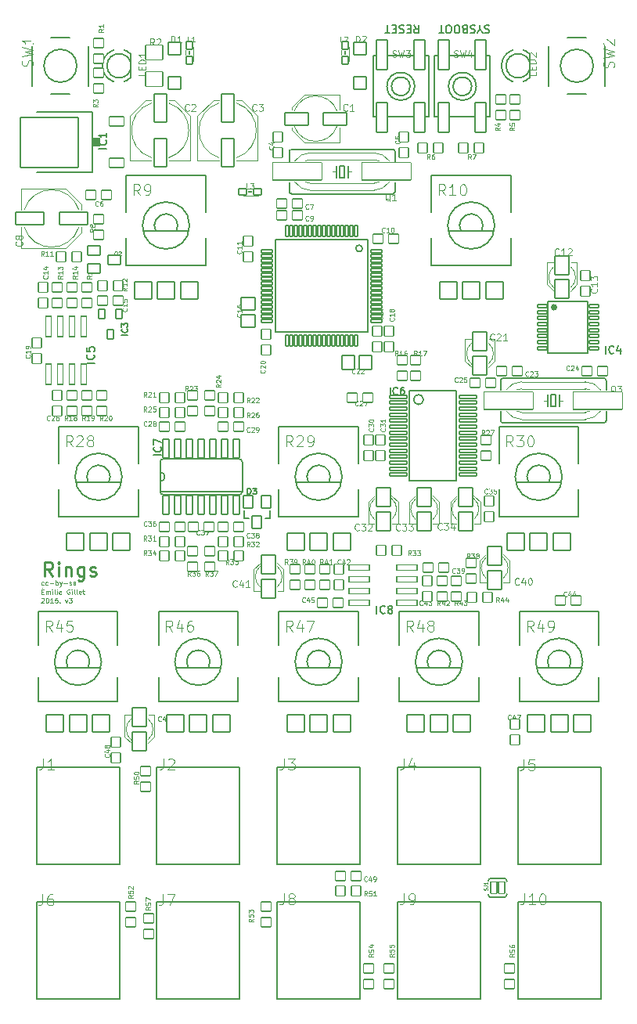
<source format=gbr>
%TF.GenerationSoftware,KiCad,Pcbnew,(6.0.11-0)*%
%TF.CreationDate,2023-04-29T13:53:26+02:00*%
%TF.ProjectId,rings,72696e67-732e-46b6-9963-61645f706362,rev?*%
%TF.SameCoordinates,Original*%
%TF.FileFunction,Legend,Top*%
%TF.FilePolarity,Positive*%
%FSLAX46Y46*%
G04 Gerber Fmt 4.6, Leading zero omitted, Abs format (unit mm)*
G04 Created by KiCad (PCBNEW (6.0.11-0)) date 2023-04-29 13:53:26*
%MOMM*%
%LPD*%
G01*
G04 APERTURE LIST*
G04 Aperture macros list*
%AMRoundRect*
0 Rectangle with rounded corners*
0 $1 Rounding radius*
0 $2 $3 $4 $5 $6 $7 $8 $9 X,Y pos of 4 corners*
0 Add a 4 corners polygon primitive as box body*
4,1,4,$2,$3,$4,$5,$6,$7,$8,$9,$2,$3,0*
0 Add four circle primitives for the rounded corners*
1,1,$1+$1,$2,$3*
1,1,$1+$1,$4,$5*
1,1,$1+$1,$6,$7*
1,1,$1+$1,$8,$9*
0 Add four rect primitives between the rounded corners*
20,1,$1+$1,$2,$3,$4,$5,0*
20,1,$1+$1,$4,$5,$6,$7,0*
20,1,$1+$1,$6,$7,$8,$9,0*
20,1,$1+$1,$8,$9,$2,$3,0*%
%AMFreePoly0*
4,1,25,0.269922,0.591773,0.274824,0.587282,0.587282,0.274824,0.609310,0.227583,0.609600,0.220942,0.609600,-0.220942,0.591773,-0.269922,0.587282,-0.274824,0.274824,-0.587282,0.227583,-0.609310,0.220942,-0.609600,-0.220942,-0.609600,-0.269922,-0.591773,-0.274824,-0.587282,-0.587282,-0.274824,-0.609310,-0.227583,-0.609600,-0.220942,-0.609600,0.220942,-0.591773,0.269922,-0.587282,0.274824,
-0.274824,0.587282,-0.227583,0.609310,-0.220942,0.609600,0.220942,0.609600,0.269922,0.591773,0.269922,0.591773,$1*%
%AMFreePoly1*
4,1,25,0.438258,0.998173,0.443160,0.993682,0.993682,0.443160,1.015710,0.395919,1.016000,0.389278,1.016000,-0.389278,0.998173,-0.438258,0.993682,-0.443160,0.443160,-0.993682,0.395919,-1.015710,0.389278,-1.016000,-0.389278,-1.016000,-0.438258,-0.998173,-0.443160,-0.993682,-0.993682,-0.443160,-1.015710,-0.395919,-1.016000,-0.389278,-1.016000,0.389278,-0.998173,0.438258,-0.993682,0.443160,
-0.443160,0.993682,-0.395919,1.015710,-0.389278,1.016000,0.389278,1.016000,0.438258,0.998173,0.438258,0.998173,$1*%
%AMFreePoly2*
4,1,25,0.706544,1.645873,0.711446,1.641382,1.641382,0.711446,1.663410,0.664205,1.663700,0.657564,1.663700,-0.657564,1.645873,-0.706544,1.641382,-0.711446,0.711446,-1.641382,0.664205,-1.663410,0.657564,-1.663700,-0.657564,-1.663700,-0.706544,-1.645873,-0.711446,-1.641382,-1.641382,-0.711446,-1.663410,-0.664205,-1.663700,-0.657564,-1.663700,0.657564,-1.645873,0.706544,-1.641382,0.711446,
-0.711446,1.641382,-0.664205,1.663410,-0.657564,1.663700,0.657564,1.663700,0.706544,1.645873,0.706544,1.645873,$1*%
%AMFreePoly3*
4,1,25,0.417216,0.947373,0.422118,0.942882,0.942882,0.422118,0.964910,0.374877,0.965200,0.368236,0.965200,-0.368236,0.947373,-0.417216,0.942882,-0.422118,0.422118,-0.942882,0.374877,-0.964910,0.368236,-0.965200,-0.368236,-0.965200,-0.417216,-0.947373,-0.422118,-0.942882,-0.942882,-0.422118,-0.964910,-0.374877,-0.965200,-0.368236,-0.965200,0.368236,-0.947373,0.417216,-0.942882,0.422118,
-0.422118,0.942882,-0.374877,0.964910,-0.368236,0.965200,0.368236,0.965200,0.417216,0.947373,0.417216,0.947373,$1*%
%AMFreePoly4*
4,1,25,0.575031,1.328373,0.579933,1.323882,1.323882,0.579933,1.345910,0.532692,1.346200,0.526051,1.346200,-0.526051,1.328373,-0.575031,1.323882,-0.579933,0.579933,-1.323882,0.532692,-1.345910,0.526051,-1.346200,-0.526051,-1.346200,-0.575031,-1.328373,-0.579933,-1.323882,-1.323882,-0.579933,-1.345910,-0.532692,-1.346200,-0.526051,-1.346200,0.526051,-1.328373,0.575031,-1.323882,0.579933,
-0.579933,1.323882,-0.532692,1.345910,-0.526051,1.346200,0.526051,1.346200,0.575031,1.328373,0.575031,1.328373,$1*%
G04 Aperture macros list end*
%ADD10C,0.162560*%
%ADD11C,0.266700*%
%ADD12C,0.091440*%
%ADD13C,0.114300*%
%ADD14C,0.093472*%
%ADD15C,0.167640*%
%ADD16C,0.159385*%
%ADD17C,0.074778*%
%ADD18C,0.175260*%
%ADD19C,0.193993*%
%ADD20C,0.044867*%
%ADD21C,0.059822*%
%ADD22C,0.108585*%
%ADD23C,0.029911*%
%ADD24C,0.050800*%
%ADD25C,0.152400*%
%ADD26C,0.127000*%
%ADD27C,0.101600*%
%ADD28C,0.203200*%
%ADD29C,0.070000*%
%ADD30C,0.375000*%
%ADD31RoundRect,0.076200X-2.667000X-0.965200X2.667000X-0.965200X2.667000X0.965200X-2.667000X0.965200X0*%
%ADD32RoundRect,0.076200X-0.500000X0.550000X-0.500000X-0.550000X0.500000X-0.550000X0.500000X0.550000X0*%
%ADD33RoundRect,0.076200X-0.600000X1.600000X-0.600000X-1.600000X0.600000X-1.600000X0.600000X1.600000X0*%
%ADD34RoundRect,0.076200X-0.500000X-0.550000X0.500000X-0.550000X0.500000X0.550000X-0.500000X0.550000X0*%
%ADD35RoundRect,0.076200X0.600000X-1.600000X0.600000X1.600000X-0.600000X1.600000X-0.600000X-1.600000X0*%
%ADD36RoundRect,0.076200X0.500000X-0.550000X0.500000X0.550000X-0.500000X0.550000X-0.500000X-0.550000X0*%
%ADD37RoundRect,0.076200X0.550000X0.500000X-0.550000X0.500000X-0.550000X-0.500000X0.550000X-0.500000X0*%
%ADD38FreePoly0,270.000000*%
%ADD39RoundRect,0.076200X-0.550000X-0.500000X0.550000X-0.500000X0.550000X0.500000X-0.550000X0.500000X0*%
%ADD40RoundRect,0.076200X0.600000X-0.150000X0.600000X0.150000X-0.600000X0.150000X-0.600000X-0.150000X0*%
%ADD41RoundRect,0.076200X-0.150000X-0.600000X0.150000X-0.600000X0.150000X0.600000X-0.150000X0.600000X0*%
%ADD42RoundRect,0.076200X-0.600000X0.150000X-0.600000X-0.150000X0.600000X-0.150000X0.600000X0.150000X0*%
%ADD43RoundRect,0.076200X0.150000X0.600000X-0.150000X0.600000X-0.150000X-0.600000X0.150000X-0.600000X0*%
%ADD44RoundRect,0.076200X0.750000X-0.650000X0.750000X0.650000X-0.750000X0.650000X-0.750000X-0.650000X0*%
%ADD45RoundRect,0.076200X-0.650000X-0.750000X0.650000X-0.750000X0.650000X0.750000X-0.650000X0.750000X0*%
%ADD46C,2.032000*%
%ADD47RoundRect,0.076200X-0.330200X-1.016000X0.330200X-1.016000X0.330200X1.016000X-0.330200X1.016000X0*%
%ADD48RoundRect,0.076200X-0.550000X0.500000X-0.550000X-0.500000X0.550000X-0.500000X0.550000X0.500000X0*%
%ADD49RoundRect,0.076200X0.550000X-0.500000X0.550000X0.500000X-0.550000X0.500000X-0.550000X-0.500000X0*%
%ADD50RoundRect,0.076200X0.500000X0.550000X-0.500000X0.550000X-0.500000X-0.550000X0.500000X-0.550000X0*%
%ADD51RoundRect,0.076200X0.350000X0.500000X-0.350000X0.500000X-0.350000X-0.500000X0.350000X-0.500000X0*%
%ADD52RoundRect,0.076200X-1.500000X-0.700000X1.500000X-0.700000X1.500000X0.700000X-1.500000X0.700000X0*%
%ADD53RoundRect,0.076200X0.800000X-0.500000X0.800000X0.500000X-0.800000X0.500000X-0.800000X-0.500000X0*%
%ADD54RoundRect,0.076200X3.100000X-2.700000X3.100000X2.700000X-3.100000X2.700000X-3.100000X-2.700000X0*%
%ADD55RoundRect,0.076200X0.700000X-0.700000X0.700000X0.700000X-0.700000X0.700000X-0.700000X-0.700000X0*%
%ADD56RoundRect,0.076200X-0.700000X0.700000X-0.700000X-0.700000X0.700000X-0.700000X0.700000X0.700000X0*%
%ADD57FreePoly1,-0.000000*%
%ADD58RoundRect,0.076200X-0.952500X-0.190500X0.952500X-0.190500X0.952500X0.190500X-0.952500X0.190500X0*%
%ADD59RoundRect,0.076200X-0.425000X-0.350000X0.425000X-0.350000X0.425000X0.350000X-0.425000X0.350000X0*%
%ADD60RoundRect,0.076200X0.750000X-1.000000X0.750000X1.000000X-0.750000X1.000000X-0.750000X-1.000000X0*%
%ADD61RoundRect,0.076200X-1.100000X0.300000X-1.100000X-0.300000X1.100000X-0.300000X1.100000X0.300000X0*%
%ADD62FreePoly2,90.000000*%
%ADD63RoundRect,0.076200X0.939800X-0.939800X0.939800X0.939800X-0.939800X0.939800X-0.939800X-0.939800X0*%
%ADD64C,2.200000*%
%ADD65FreePoly3,180.000000*%
%ADD66FreePoly4,90.000000*%
%ADD67RoundRect,0.076200X0.901500X-0.800000X0.901500X0.800000X-0.901500X0.800000X-0.901500X-0.800000X0*%
%ADD68RoundRect,0.076200X0.700000X-1.500000X0.700000X1.500000X-0.700000X1.500000X-0.700000X-1.500000X0*%
%ADD69RoundRect,0.076200X1.300000X0.700000X-1.300000X0.700000X-1.300000X-0.700000X1.300000X-0.700000X0*%
%ADD70RoundRect,0.576200X0.000000X0.000000X0.000000X0.000000X0.000000X0.000000X0.000000X0.000000X0*%
%ADD71C,1.258800*%
%ADD72RoundRect,0.076200X-0.500000X0.175000X-0.500000X-0.175000X0.500000X-0.175000X0.500000X0.175000X0*%
%ADD73RoundRect,0.076200X0.500000X-0.175000X0.500000X0.175000X-0.500000X0.175000X-0.500000X-0.175000X0*%
%ADD74RoundRect,0.076200X-0.750000X1.000000X-0.750000X-1.000000X0.750000X-1.000000X0.750000X1.000000X0*%
%ADD75RoundRect,0.076200X-0.300000X-1.100000X0.300000X-1.100000X0.300000X1.100000X-0.300000X1.100000X0*%
%ADD76RoundRect,0.076200X-0.700000X0.500000X-0.700000X-0.500000X0.700000X-0.500000X0.700000X0.500000X0*%
%ADD77RoundRect,0.076200X0.500000X0.700000X-0.500000X0.700000X-0.500000X-0.700000X0.500000X-0.700000X0*%
%ADD78RoundRect,0.076200X-0.350000X0.425000X-0.350000X-0.425000X0.350000X-0.425000X0.350000X0.425000X0*%
%ADD79RoundRect,0.076200X0.317500X0.635000X-0.317500X0.635000X-0.317500X-0.635000X0.317500X-0.635000X0*%
G04 APERTURE END LIST*
D10*
X158817056Y-52656740D02*
X159101536Y-53063140D01*
X159304736Y-52656740D02*
X159304736Y-53510180D01*
X158979616Y-53510180D01*
X158898336Y-53469540D01*
X158857696Y-53428900D01*
X158817056Y-53347620D01*
X158817056Y-53225700D01*
X158857696Y-53144420D01*
X158898336Y-53103780D01*
X158979616Y-53063140D01*
X159304736Y-53063140D01*
X158451296Y-53103780D02*
X158166816Y-53103780D01*
X158044896Y-52656740D02*
X158451296Y-52656740D01*
X158451296Y-53510180D01*
X158044896Y-53510180D01*
X157719776Y-52697380D02*
X157597856Y-52656740D01*
X157394656Y-52656740D01*
X157313376Y-52697380D01*
X157272736Y-52738020D01*
X157232096Y-52819300D01*
X157232096Y-52900580D01*
X157272736Y-52981860D01*
X157313376Y-53022500D01*
X157394656Y-53063140D01*
X157557216Y-53103780D01*
X157638496Y-53144420D01*
X157679136Y-53185060D01*
X157719776Y-53266340D01*
X157719776Y-53347620D01*
X157679136Y-53428900D01*
X157638496Y-53469540D01*
X157557216Y-53510180D01*
X157354016Y-53510180D01*
X157232096Y-53469540D01*
X156866336Y-53103780D02*
X156581856Y-53103780D01*
X156459936Y-52656740D02*
X156866336Y-52656740D01*
X156866336Y-53510180D01*
X156459936Y-53510180D01*
X156216096Y-53510180D02*
X155728416Y-53510180D01*
X155972256Y-52656740D02*
X155972256Y-53510180D01*
X166965376Y-52697380D02*
X166843456Y-52656740D01*
X166640256Y-52656740D01*
X166558976Y-52697380D01*
X166518336Y-52738020D01*
X166477696Y-52819300D01*
X166477696Y-52900580D01*
X166518336Y-52981860D01*
X166558976Y-53022500D01*
X166640256Y-53063140D01*
X166802816Y-53103780D01*
X166884096Y-53144420D01*
X166924736Y-53185060D01*
X166965376Y-53266340D01*
X166965376Y-53347620D01*
X166924736Y-53428900D01*
X166884096Y-53469540D01*
X166802816Y-53510180D01*
X166599616Y-53510180D01*
X166477696Y-53469540D01*
X165949376Y-53063140D02*
X165949376Y-52656740D01*
X166233856Y-53510180D02*
X165949376Y-53063140D01*
X165664896Y-53510180D01*
X165421056Y-52697380D02*
X165299136Y-52656740D01*
X165095936Y-52656740D01*
X165014656Y-52697380D01*
X164974016Y-52738020D01*
X164933376Y-52819300D01*
X164933376Y-52900580D01*
X164974016Y-52981860D01*
X165014656Y-53022500D01*
X165095936Y-53063140D01*
X165258496Y-53103780D01*
X165339776Y-53144420D01*
X165380416Y-53185060D01*
X165421056Y-53266340D01*
X165421056Y-53347620D01*
X165380416Y-53428900D01*
X165339776Y-53469540D01*
X165258496Y-53510180D01*
X165055296Y-53510180D01*
X164933376Y-53469540D01*
X164283136Y-53103780D02*
X164161216Y-53063140D01*
X164120576Y-53022500D01*
X164079936Y-52941220D01*
X164079936Y-52819300D01*
X164120576Y-52738020D01*
X164161216Y-52697380D01*
X164242496Y-52656740D01*
X164567616Y-52656740D01*
X164567616Y-53510180D01*
X164283136Y-53510180D01*
X164201856Y-53469540D01*
X164161216Y-53428900D01*
X164120576Y-53347620D01*
X164120576Y-53266340D01*
X164161216Y-53185060D01*
X164201856Y-53144420D01*
X164283136Y-53103780D01*
X164567616Y-53103780D01*
X163551616Y-53510180D02*
X163389056Y-53510180D01*
X163307776Y-53469540D01*
X163226496Y-53388260D01*
X163185856Y-53225700D01*
X163185856Y-52941220D01*
X163226496Y-52778660D01*
X163307776Y-52697380D01*
X163389056Y-52656740D01*
X163551616Y-52656740D01*
X163632896Y-52697380D01*
X163714176Y-52778660D01*
X163754816Y-52941220D01*
X163754816Y-53225700D01*
X163714176Y-53388260D01*
X163632896Y-53469540D01*
X163551616Y-53510180D01*
X162657536Y-53510180D02*
X162494976Y-53510180D01*
X162413696Y-53469540D01*
X162332416Y-53388260D01*
X162291776Y-53225700D01*
X162291776Y-52941220D01*
X162332416Y-52778660D01*
X162413696Y-52697380D01*
X162494976Y-52656740D01*
X162657536Y-52656740D01*
X162738816Y-52697380D01*
X162820096Y-52778660D01*
X162860736Y-52941220D01*
X162860736Y-53225700D01*
X162820096Y-53388260D01*
X162738816Y-53469540D01*
X162657536Y-53510180D01*
X162047936Y-53510180D02*
X161560256Y-53510180D01*
X161804096Y-52656740D02*
X161804096Y-53510180D01*
D11*
X119735388Y-112234133D02*
X119231621Y-111514466D01*
X118871788Y-112234133D02*
X118871788Y-110722833D01*
X119447521Y-110722833D01*
X119591455Y-110794800D01*
X119663421Y-110866766D01*
X119735388Y-111010700D01*
X119735388Y-111226600D01*
X119663421Y-111370533D01*
X119591455Y-111442500D01*
X119447521Y-111514466D01*
X118871788Y-111514466D01*
X120383088Y-112234133D02*
X120383088Y-111226600D01*
X120383088Y-110722833D02*
X120311121Y-110794800D01*
X120383088Y-110866766D01*
X120455055Y-110794800D01*
X120383088Y-110722833D01*
X120383088Y-110866766D01*
X121102755Y-111226600D02*
X121102755Y-112234133D01*
X121102755Y-111370533D02*
X121174721Y-111298566D01*
X121318655Y-111226600D01*
X121534555Y-111226600D01*
X121678488Y-111298566D01*
X121750455Y-111442500D01*
X121750455Y-112234133D01*
X123117821Y-111226600D02*
X123117821Y-112450033D01*
X123045855Y-112593966D01*
X122973888Y-112665933D01*
X122829955Y-112737900D01*
X122614055Y-112737900D01*
X122470121Y-112665933D01*
X123117821Y-112162166D02*
X122973888Y-112234133D01*
X122686021Y-112234133D01*
X122542088Y-112162166D01*
X122470121Y-112090200D01*
X122398155Y-111946266D01*
X122398155Y-111514466D01*
X122470121Y-111370533D01*
X122542088Y-111298566D01*
X122686021Y-111226600D01*
X122973888Y-111226600D01*
X123117821Y-111298566D01*
X123765521Y-112162166D02*
X123909455Y-112234133D01*
X124197321Y-112234133D01*
X124341255Y-112162166D01*
X124413221Y-112018233D01*
X124413221Y-111946266D01*
X124341255Y-111802333D01*
X124197321Y-111730366D01*
X123981421Y-111730366D01*
X123837488Y-111658400D01*
X123765521Y-111514466D01*
X123765521Y-111442500D01*
X123837488Y-111298566D01*
X123981421Y-111226600D01*
X124197321Y-111226600D01*
X124341255Y-111298566D01*
D12*
X118743476Y-113209251D02*
X118694127Y-113233925D01*
X118595430Y-113233925D01*
X118546081Y-113209251D01*
X118521407Y-113184577D01*
X118496733Y-113135228D01*
X118496733Y-112987182D01*
X118521407Y-112937834D01*
X118546081Y-112913160D01*
X118595430Y-112888485D01*
X118694127Y-112888485D01*
X118743476Y-112913160D01*
X119187613Y-113209251D02*
X119138264Y-113233925D01*
X119039567Y-113233925D01*
X118990218Y-113209251D01*
X118965544Y-113184577D01*
X118940870Y-113135228D01*
X118940870Y-112987182D01*
X118965544Y-112937834D01*
X118990218Y-112913160D01*
X119039567Y-112888485D01*
X119138264Y-112888485D01*
X119187613Y-112913160D01*
X119409681Y-113036531D02*
X119804470Y-113036531D01*
X120051213Y-113233925D02*
X120051213Y-112715765D01*
X120051213Y-112913160D02*
X120100561Y-112888485D01*
X120199258Y-112888485D01*
X120248607Y-112913160D01*
X120273281Y-112937834D01*
X120297956Y-112987182D01*
X120297956Y-113135228D01*
X120273281Y-113184577D01*
X120248607Y-113209251D01*
X120199258Y-113233925D01*
X120100561Y-113233925D01*
X120051213Y-113209251D01*
X120470676Y-112888485D02*
X120594047Y-113233925D01*
X120717418Y-112888485D02*
X120594047Y-113233925D01*
X120544698Y-113357297D01*
X120520024Y-113381971D01*
X120470676Y-113406645D01*
X120914813Y-113036531D02*
X121309601Y-113036531D01*
X121531670Y-113209251D02*
X121581018Y-113233925D01*
X121679716Y-113233925D01*
X121729064Y-113209251D01*
X121753738Y-113159902D01*
X121753738Y-113135228D01*
X121729064Y-113085880D01*
X121679716Y-113061205D01*
X121605693Y-113061205D01*
X121556344Y-113036531D01*
X121531670Y-112987182D01*
X121531670Y-112962508D01*
X121556344Y-112913160D01*
X121605693Y-112888485D01*
X121679716Y-112888485D01*
X121729064Y-112913160D01*
X122197876Y-113233925D02*
X122197876Y-112962508D01*
X122173201Y-112913160D01*
X122123853Y-112888485D01*
X122025156Y-112888485D01*
X121975807Y-112913160D01*
X122197876Y-113209251D02*
X122148527Y-113233925D01*
X122025156Y-113233925D01*
X121975807Y-113209251D01*
X121951133Y-113159902D01*
X121951133Y-113110554D01*
X121975807Y-113061205D01*
X122025156Y-113036531D01*
X122148527Y-113036531D01*
X122197876Y-113011857D01*
X118496733Y-114670114D02*
X118521407Y-114645440D01*
X118570756Y-114620765D01*
X118694127Y-114620765D01*
X118743476Y-114645440D01*
X118768150Y-114670114D01*
X118792824Y-114719462D01*
X118792824Y-114768811D01*
X118768150Y-114842834D01*
X118472058Y-115138925D01*
X118792824Y-115138925D01*
X119113590Y-114620765D02*
X119162938Y-114620765D01*
X119212287Y-114645440D01*
X119236961Y-114670114D01*
X119261636Y-114719462D01*
X119286310Y-114818160D01*
X119286310Y-114941531D01*
X119261636Y-115040228D01*
X119236961Y-115089577D01*
X119212287Y-115114251D01*
X119162938Y-115138925D01*
X119113590Y-115138925D01*
X119064241Y-115114251D01*
X119039567Y-115089577D01*
X119014893Y-115040228D01*
X118990218Y-114941531D01*
X118990218Y-114818160D01*
X119014893Y-114719462D01*
X119039567Y-114670114D01*
X119064241Y-114645440D01*
X119113590Y-114620765D01*
X119779796Y-115138925D02*
X119483704Y-115138925D01*
X119631750Y-115138925D02*
X119631750Y-114620765D01*
X119582401Y-114694788D01*
X119533053Y-114744137D01*
X119483704Y-114768811D01*
X120248607Y-114620765D02*
X120001864Y-114620765D01*
X119977190Y-114867508D01*
X120001864Y-114842834D01*
X120051213Y-114818160D01*
X120174584Y-114818160D01*
X120223933Y-114842834D01*
X120248607Y-114867508D01*
X120273281Y-114916857D01*
X120273281Y-115040228D01*
X120248607Y-115089577D01*
X120223933Y-115114251D01*
X120174584Y-115138925D01*
X120051213Y-115138925D01*
X120001864Y-115114251D01*
X119977190Y-115089577D01*
X120495350Y-115089577D02*
X120520024Y-115114251D01*
X120495350Y-115138925D01*
X120470676Y-115114251D01*
X120495350Y-115089577D01*
X120495350Y-115138925D01*
X121087533Y-114793485D02*
X121210904Y-115138925D01*
X121334276Y-114793485D01*
X121482321Y-114620765D02*
X121803087Y-114620765D01*
X121630367Y-114818160D01*
X121704390Y-114818160D01*
X121753738Y-114842834D01*
X121778413Y-114867508D01*
X121803087Y-114916857D01*
X121803087Y-115040228D01*
X121778413Y-115089577D01*
X121753738Y-115114251D01*
X121704390Y-115138925D01*
X121556344Y-115138925D01*
X121506996Y-115114251D01*
X121482321Y-115089577D01*
X118521407Y-113915008D02*
X118694127Y-113915008D01*
X118768150Y-114186425D02*
X118521407Y-114186425D01*
X118521407Y-113668265D01*
X118768150Y-113668265D01*
X118694127Y-113470871D02*
X118620104Y-113544894D01*
X118990218Y-114186425D02*
X118990218Y-113840985D01*
X118990218Y-113890334D02*
X119014893Y-113865660D01*
X119064241Y-113840985D01*
X119138264Y-113840985D01*
X119187613Y-113865660D01*
X119212287Y-113915008D01*
X119212287Y-114186425D01*
X119212287Y-113915008D02*
X119236961Y-113865660D01*
X119286310Y-113840985D01*
X119360333Y-113840985D01*
X119409681Y-113865660D01*
X119434356Y-113915008D01*
X119434356Y-114186425D01*
X119681098Y-114186425D02*
X119681098Y-113840985D01*
X119681098Y-113668265D02*
X119656424Y-113692940D01*
X119681098Y-113717614D01*
X119705773Y-113692940D01*
X119681098Y-113668265D01*
X119681098Y-113717614D01*
X120001864Y-114186425D02*
X119952516Y-114161751D01*
X119927841Y-114112402D01*
X119927841Y-113668265D01*
X120199258Y-114186425D02*
X120199258Y-113840985D01*
X120199258Y-113668265D02*
X120174584Y-113692940D01*
X120199258Y-113717614D01*
X120223933Y-113692940D01*
X120199258Y-113668265D01*
X120199258Y-113717614D01*
X120643396Y-114161751D02*
X120594047Y-114186425D01*
X120495350Y-114186425D01*
X120446001Y-114161751D01*
X120421327Y-114112402D01*
X120421327Y-113915008D01*
X120446001Y-113865660D01*
X120495350Y-113840985D01*
X120594047Y-113840985D01*
X120643396Y-113865660D01*
X120668070Y-113915008D01*
X120668070Y-113964357D01*
X120421327Y-114013705D01*
X121556344Y-113692940D02*
X121506996Y-113668265D01*
X121432973Y-113668265D01*
X121358950Y-113692940D01*
X121309601Y-113742288D01*
X121284927Y-113791637D01*
X121260253Y-113890334D01*
X121260253Y-113964357D01*
X121284927Y-114063054D01*
X121309601Y-114112402D01*
X121358950Y-114161751D01*
X121432973Y-114186425D01*
X121482321Y-114186425D01*
X121556344Y-114161751D01*
X121581018Y-114137077D01*
X121581018Y-113964357D01*
X121482321Y-113964357D01*
X121803087Y-114186425D02*
X121803087Y-113840985D01*
X121803087Y-113668265D02*
X121778413Y-113692940D01*
X121803087Y-113717614D01*
X121827761Y-113692940D01*
X121803087Y-113668265D01*
X121803087Y-113717614D01*
X122123853Y-114186425D02*
X122074504Y-114161751D01*
X122049830Y-114112402D01*
X122049830Y-113668265D01*
X122395270Y-114186425D02*
X122345921Y-114161751D01*
X122321247Y-114112402D01*
X122321247Y-113668265D01*
X122790058Y-114161751D02*
X122740710Y-114186425D01*
X122642013Y-114186425D01*
X122592664Y-114161751D01*
X122567990Y-114112402D01*
X122567990Y-113915008D01*
X122592664Y-113865660D01*
X122642013Y-113840985D01*
X122740710Y-113840985D01*
X122790058Y-113865660D01*
X122814733Y-113915008D01*
X122814733Y-113964357D01*
X122567990Y-114013705D01*
X122962778Y-113840985D02*
X123160173Y-113840985D01*
X123036801Y-113668265D02*
X123036801Y-114112402D01*
X123061476Y-114161751D01*
X123110824Y-114186425D01*
X123160173Y-114186425D01*
D13*
%TO.C,Q1*%
X156234281Y-71667611D02*
X156167757Y-71634350D01*
X156101233Y-71567826D01*
X156001447Y-71468040D01*
X155934924Y-71434778D01*
X155868400Y-71434778D01*
X155901662Y-71601088D02*
X155835138Y-71567826D01*
X155768614Y-71501302D01*
X155735352Y-71368254D01*
X155735352Y-71135421D01*
X155768614Y-71002373D01*
X155835138Y-70935850D01*
X155901662Y-70902588D01*
X156034709Y-70902588D01*
X156101233Y-70935850D01*
X156167757Y-71002373D01*
X156201019Y-71135421D01*
X156201019Y-71368254D01*
X156167757Y-71501302D01*
X156101233Y-71567826D01*
X156034709Y-71601088D01*
X155901662Y-71601088D01*
X156866257Y-71601088D02*
X156467114Y-71601088D01*
X156666685Y-71601088D02*
X156666685Y-70902588D01*
X156600162Y-71002373D01*
X156533638Y-71068897D01*
X156467114Y-71102159D01*
D14*
%TO.C,C4*%
X143605431Y-65790025D02*
X143630008Y-65814602D01*
X143654586Y-65888335D01*
X143654586Y-65937490D01*
X143630008Y-66011223D01*
X143580853Y-66060378D01*
X143531698Y-66084955D01*
X143433388Y-66109533D01*
X143359656Y-66109533D01*
X143261346Y-66084955D01*
X143212191Y-66060378D01*
X143163036Y-66011223D01*
X143138458Y-65937490D01*
X143138458Y-65888335D01*
X143163036Y-65814602D01*
X143187613Y-65790025D01*
X143310501Y-65347629D02*
X143654586Y-65347629D01*
X143113880Y-65470517D02*
X143482543Y-65593405D01*
X143482543Y-65273897D01*
%TO.C,SW3*%
X156493871Y-56074756D02*
X156596632Y-56109010D01*
X156767901Y-56109010D01*
X156836408Y-56074756D01*
X156870662Y-56040502D01*
X156904916Y-55971995D01*
X156904916Y-55903488D01*
X156870662Y-55834980D01*
X156836408Y-55800726D01*
X156767901Y-55766473D01*
X156630886Y-55732219D01*
X156562379Y-55697965D01*
X156528125Y-55663712D01*
X156493871Y-55595204D01*
X156493871Y-55526697D01*
X156528125Y-55458189D01*
X156562379Y-55423936D01*
X156630886Y-55389682D01*
X156802155Y-55389682D01*
X156904916Y-55423936D01*
X157144692Y-55389682D02*
X157315960Y-56109010D01*
X157452975Y-55595204D01*
X157589990Y-56109010D01*
X157761259Y-55389682D01*
X157966781Y-55389682D02*
X158412079Y-55389682D01*
X158172303Y-55663712D01*
X158275064Y-55663712D01*
X158343572Y-55697965D01*
X158377825Y-55732219D01*
X158412079Y-55800726D01*
X158412079Y-55971995D01*
X158377825Y-56040502D01*
X158343572Y-56074756D01*
X158275064Y-56109010D01*
X158069542Y-56109010D01*
X158001035Y-56074756D01*
X157966781Y-56040502D01*
%TO.C,R6*%
X160550482Y-67137086D02*
X160378439Y-66891311D01*
X160255552Y-67137086D02*
X160255552Y-66620958D01*
X160452172Y-66620958D01*
X160501327Y-66645536D01*
X160525905Y-66670113D01*
X160550482Y-66719268D01*
X160550482Y-66793001D01*
X160525905Y-66842156D01*
X160501327Y-66866733D01*
X160452172Y-66891311D01*
X160255552Y-66891311D01*
X160992878Y-66620958D02*
X160894567Y-66620958D01*
X160845412Y-66645536D01*
X160820835Y-66670113D01*
X160771680Y-66743846D01*
X160747102Y-66842156D01*
X160747102Y-67038776D01*
X160771680Y-67087931D01*
X160796257Y-67112508D01*
X160845412Y-67137086D01*
X160943723Y-67137086D01*
X160992878Y-67112508D01*
X161017455Y-67087931D01*
X161042033Y-67038776D01*
X161042033Y-66915888D01*
X161017455Y-66866733D01*
X160992878Y-66842156D01*
X160943723Y-66817578D01*
X160845412Y-66817578D01*
X160796257Y-66842156D01*
X160771680Y-66866733D01*
X160747102Y-66915888D01*
%TO.C,C5*%
X157257931Y-65155025D02*
X157282508Y-65179602D01*
X157307086Y-65253335D01*
X157307086Y-65302490D01*
X157282508Y-65376223D01*
X157233353Y-65425378D01*
X157184198Y-65449955D01*
X157085888Y-65474533D01*
X157012156Y-65474533D01*
X156913846Y-65449955D01*
X156864691Y-65425378D01*
X156815536Y-65376223D01*
X156790958Y-65302490D01*
X156790958Y-65253335D01*
X156815536Y-65179602D01*
X156840113Y-65155025D01*
X156790958Y-64688052D02*
X156790958Y-64933827D01*
X157036733Y-64958405D01*
X157012156Y-64933827D01*
X156987578Y-64884672D01*
X156987578Y-64761784D01*
X157012156Y-64712629D01*
X157036733Y-64688052D01*
X157085888Y-64663474D01*
X157208776Y-64663474D01*
X157257931Y-64688052D01*
X157282508Y-64712629D01*
X157307086Y-64761784D01*
X157307086Y-64884672D01*
X157282508Y-64933827D01*
X157257931Y-64958405D01*
%TO.C,SW4*%
X163161371Y-56074756D02*
X163264132Y-56109010D01*
X163435401Y-56109010D01*
X163503908Y-56074756D01*
X163538162Y-56040502D01*
X163572416Y-55971995D01*
X163572416Y-55903488D01*
X163538162Y-55834980D01*
X163503908Y-55800726D01*
X163435401Y-55766473D01*
X163298386Y-55732219D01*
X163229879Y-55697965D01*
X163195625Y-55663712D01*
X163161371Y-55595204D01*
X163161371Y-55526697D01*
X163195625Y-55458189D01*
X163229879Y-55423936D01*
X163298386Y-55389682D01*
X163469655Y-55389682D01*
X163572416Y-55423936D01*
X163812192Y-55389682D02*
X163983460Y-56109010D01*
X164120475Y-55595204D01*
X164257490Y-56109010D01*
X164428759Y-55389682D01*
X165011072Y-55629458D02*
X165011072Y-56109010D01*
X164839803Y-55355428D02*
X164668535Y-55869234D01*
X165113833Y-55869234D01*
%TO.C,R7*%
X164995482Y-67137086D02*
X164823439Y-66891311D01*
X164700552Y-67137086D02*
X164700552Y-66620958D01*
X164897172Y-66620958D01*
X164946327Y-66645536D01*
X164970905Y-66670113D01*
X164995482Y-66719268D01*
X164995482Y-66793001D01*
X164970905Y-66842156D01*
X164946327Y-66866733D01*
X164897172Y-66891311D01*
X164700552Y-66891311D01*
X165167525Y-66620958D02*
X165511610Y-66620958D01*
X165290412Y-67137086D01*
%TO.C,C18*%
X156622931Y-84332025D02*
X156647508Y-84356602D01*
X156672086Y-84430335D01*
X156672086Y-84479490D01*
X156647508Y-84553223D01*
X156598353Y-84602378D01*
X156549198Y-84626955D01*
X156450888Y-84651533D01*
X156377156Y-84651533D01*
X156278846Y-84626955D01*
X156229691Y-84602378D01*
X156180536Y-84553223D01*
X156155958Y-84479490D01*
X156155958Y-84430335D01*
X156180536Y-84356602D01*
X156205113Y-84332025D01*
X156672086Y-83840474D02*
X156672086Y-84135405D01*
X156672086Y-83987939D02*
X156155958Y-83987939D01*
X156229691Y-84037095D01*
X156278846Y-84086250D01*
X156303423Y-84135405D01*
X156377156Y-83545544D02*
X156352578Y-83594699D01*
X156328001Y-83619277D01*
X156278846Y-83643854D01*
X156254268Y-83643854D01*
X156205113Y-83619277D01*
X156180536Y-83594699D01*
X156155958Y-83545544D01*
X156155958Y-83447234D01*
X156180536Y-83398079D01*
X156205113Y-83373501D01*
X156254268Y-83348924D01*
X156278846Y-83348924D01*
X156328001Y-83373501D01*
X156352578Y-83398079D01*
X156377156Y-83447234D01*
X156377156Y-83545544D01*
X156401733Y-83594699D01*
X156426311Y-83619277D01*
X156475466Y-83643854D01*
X156573776Y-83643854D01*
X156622931Y-83619277D01*
X156647508Y-83594699D01*
X156672086Y-83545544D01*
X156672086Y-83447234D01*
X156647508Y-83398079D01*
X156622931Y-83373501D01*
X156573776Y-83348924D01*
X156475466Y-83348924D01*
X156426311Y-83373501D01*
X156401733Y-83398079D01*
X156377156Y-83447234D01*
%TO.C,C11*%
X140113031Y-77029525D02*
X140137608Y-77054102D01*
X140162186Y-77127835D01*
X140162186Y-77176990D01*
X140137608Y-77250723D01*
X140088453Y-77299878D01*
X140039298Y-77324455D01*
X139940988Y-77349033D01*
X139867256Y-77349033D01*
X139768946Y-77324455D01*
X139719791Y-77299878D01*
X139670636Y-77250723D01*
X139646058Y-77176990D01*
X139646058Y-77127835D01*
X139670636Y-77054102D01*
X139695213Y-77029525D01*
X140162186Y-76537974D02*
X140162186Y-76832905D01*
X140162186Y-76685439D02*
X139646058Y-76685439D01*
X139719791Y-76734595D01*
X139768946Y-76783750D01*
X139793523Y-76832905D01*
X140162186Y-76046424D02*
X140162186Y-76341354D01*
X140162186Y-76193889D02*
X139646058Y-76193889D01*
X139719791Y-76243044D01*
X139768946Y-76292199D01*
X139793523Y-76341354D01*
%TO.C,C20*%
X142652931Y-89953267D02*
X142677508Y-89977845D01*
X142702086Y-90051577D01*
X142702086Y-90100732D01*
X142677508Y-90174465D01*
X142628353Y-90223620D01*
X142579198Y-90248198D01*
X142480888Y-90272775D01*
X142407156Y-90272775D01*
X142308846Y-90248198D01*
X142259691Y-90223620D01*
X142210536Y-90174465D01*
X142185958Y-90100732D01*
X142185958Y-90051577D01*
X142210536Y-89977845D01*
X142235113Y-89953267D01*
X142235113Y-89756647D02*
X142210536Y-89732070D01*
X142185958Y-89682915D01*
X142185958Y-89560027D01*
X142210536Y-89510872D01*
X142235113Y-89486294D01*
X142284268Y-89461717D01*
X142333423Y-89461717D01*
X142407156Y-89486294D01*
X142702086Y-89781225D01*
X142702086Y-89461717D01*
X142185958Y-89142209D02*
X142185958Y-89093054D01*
X142210536Y-89043899D01*
X142235113Y-89019321D01*
X142284268Y-88994744D01*
X142382578Y-88970166D01*
X142505466Y-88970166D01*
X142603776Y-88994744D01*
X142652931Y-89019321D01*
X142677508Y-89043899D01*
X142702086Y-89093054D01*
X142702086Y-89142209D01*
X142677508Y-89191364D01*
X142652931Y-89215942D01*
X142603776Y-89240519D01*
X142505466Y-89265097D01*
X142382578Y-89265097D01*
X142284268Y-89240519D01*
X142235113Y-89215942D01*
X142210536Y-89191364D01*
X142185958Y-89142209D01*
%TO.C,C9*%
X147392174Y-73755431D02*
X147367597Y-73780008D01*
X147293864Y-73804586D01*
X147244709Y-73804586D01*
X147170976Y-73780008D01*
X147121821Y-73730853D01*
X147097244Y-73681698D01*
X147072666Y-73583388D01*
X147072666Y-73509656D01*
X147097244Y-73411346D01*
X147121821Y-73362191D01*
X147170976Y-73313036D01*
X147244709Y-73288458D01*
X147293864Y-73288458D01*
X147367597Y-73313036D01*
X147392174Y-73337613D01*
X147637949Y-73804586D02*
X147736260Y-73804586D01*
X147785415Y-73780008D01*
X147809992Y-73755431D01*
X147859147Y-73681698D01*
X147883725Y-73583388D01*
X147883725Y-73386768D01*
X147859147Y-73337613D01*
X147834570Y-73313036D01*
X147785415Y-73288458D01*
X147687104Y-73288458D01*
X147637949Y-73313036D01*
X147613372Y-73337613D01*
X147588794Y-73386768D01*
X147588794Y-73509656D01*
X147613372Y-73558811D01*
X147637949Y-73583388D01*
X147687104Y-73607966D01*
X147785415Y-73607966D01*
X147834570Y-73583388D01*
X147859147Y-73558811D01*
X147883725Y-73509656D01*
%TO.C,C7*%
X147392174Y-72485431D02*
X147367597Y-72510008D01*
X147293864Y-72534586D01*
X147244709Y-72534586D01*
X147170976Y-72510008D01*
X147121821Y-72460853D01*
X147097244Y-72411698D01*
X147072666Y-72313388D01*
X147072666Y-72239656D01*
X147097244Y-72141346D01*
X147121821Y-72092191D01*
X147170976Y-72043036D01*
X147244709Y-72018458D01*
X147293864Y-72018458D01*
X147367597Y-72043036D01*
X147392174Y-72067613D01*
X147564217Y-72018458D02*
X147908302Y-72018458D01*
X147687104Y-72534586D01*
%TO.C,C30*%
X154400431Y-96270025D02*
X154425008Y-96294602D01*
X154449586Y-96368335D01*
X154449586Y-96417490D01*
X154425008Y-96491223D01*
X154375853Y-96540378D01*
X154326698Y-96564955D01*
X154228388Y-96589533D01*
X154154656Y-96589533D01*
X154056346Y-96564955D01*
X154007191Y-96540378D01*
X153958036Y-96491223D01*
X153933458Y-96417490D01*
X153933458Y-96368335D01*
X153958036Y-96294602D01*
X153982613Y-96270025D01*
X153933458Y-96097982D02*
X153933458Y-95778474D01*
X154130078Y-95950517D01*
X154130078Y-95876784D01*
X154154656Y-95827629D01*
X154179233Y-95803052D01*
X154228388Y-95778474D01*
X154351276Y-95778474D01*
X154400431Y-95803052D01*
X154425008Y-95827629D01*
X154449586Y-95876784D01*
X154449586Y-96024250D01*
X154425008Y-96073405D01*
X154400431Y-96097982D01*
X153933458Y-95458967D02*
X153933458Y-95409811D01*
X153958036Y-95360656D01*
X153982613Y-95336079D01*
X154031768Y-95311501D01*
X154130078Y-95286924D01*
X154252966Y-95286924D01*
X154351276Y-95311501D01*
X154400431Y-95336079D01*
X154425008Y-95360656D01*
X154449586Y-95409811D01*
X154449586Y-95458967D01*
X154425008Y-95508122D01*
X154400431Y-95532699D01*
X154351276Y-95557277D01*
X154252966Y-95581854D01*
X154130078Y-95581854D01*
X154031768Y-95557277D01*
X153982613Y-95532699D01*
X153958036Y-95508122D01*
X153933458Y-95458967D01*
%TO.C,C31*%
X155670431Y-96270025D02*
X155695008Y-96294602D01*
X155719586Y-96368335D01*
X155719586Y-96417490D01*
X155695008Y-96491223D01*
X155645853Y-96540378D01*
X155596698Y-96564955D01*
X155498388Y-96589533D01*
X155424656Y-96589533D01*
X155326346Y-96564955D01*
X155277191Y-96540378D01*
X155228036Y-96491223D01*
X155203458Y-96417490D01*
X155203458Y-96368335D01*
X155228036Y-96294602D01*
X155252613Y-96270025D01*
X155203458Y-96097982D02*
X155203458Y-95778474D01*
X155400078Y-95950517D01*
X155400078Y-95876784D01*
X155424656Y-95827629D01*
X155449233Y-95803052D01*
X155498388Y-95778474D01*
X155621276Y-95778474D01*
X155670431Y-95803052D01*
X155695008Y-95827629D01*
X155719586Y-95876784D01*
X155719586Y-96024250D01*
X155695008Y-96073405D01*
X155670431Y-96097982D01*
X155719586Y-95286924D02*
X155719586Y-95581854D01*
X155719586Y-95434389D02*
X155203458Y-95434389D01*
X155277191Y-95483544D01*
X155326346Y-95532699D01*
X155350923Y-95581854D01*
%TO.C,C10*%
X155647074Y-75025431D02*
X155622497Y-75050008D01*
X155548764Y-75074586D01*
X155499609Y-75074586D01*
X155425876Y-75050008D01*
X155376721Y-75000853D01*
X155352144Y-74951698D01*
X155327566Y-74853388D01*
X155327566Y-74779656D01*
X155352144Y-74681346D01*
X155376721Y-74632191D01*
X155425876Y-74583036D01*
X155499609Y-74558458D01*
X155548764Y-74558458D01*
X155622497Y-74583036D01*
X155647074Y-74607613D01*
X156138625Y-75074586D02*
X155843694Y-75074586D01*
X155991160Y-75074586D02*
X155991160Y-74558458D01*
X155942004Y-74632191D01*
X155892849Y-74681346D01*
X155843694Y-74705923D01*
X156458132Y-74558458D02*
X156507288Y-74558458D01*
X156556443Y-74583036D01*
X156581020Y-74607613D01*
X156605598Y-74656768D01*
X156630175Y-74755078D01*
X156630175Y-74877966D01*
X156605598Y-74976276D01*
X156581020Y-75025431D01*
X156556443Y-75050008D01*
X156507288Y-75074586D01*
X156458132Y-75074586D01*
X156408977Y-75050008D01*
X156384400Y-75025431D01*
X156359822Y-74976276D01*
X156335245Y-74877966D01*
X156335245Y-74755078D01*
X156359822Y-74656768D01*
X156384400Y-74607613D01*
X156408977Y-74583036D01*
X156458132Y-74558458D01*
%TO.C,C16*%
X140112931Y-83887525D02*
X140137508Y-83912102D01*
X140162086Y-83985835D01*
X140162086Y-84034990D01*
X140137508Y-84108723D01*
X140088353Y-84157878D01*
X140039198Y-84182455D01*
X139940888Y-84207033D01*
X139867156Y-84207033D01*
X139768846Y-84182455D01*
X139719691Y-84157878D01*
X139670536Y-84108723D01*
X139645958Y-84034990D01*
X139645958Y-83985835D01*
X139670536Y-83912102D01*
X139695113Y-83887525D01*
X140162086Y-83395974D02*
X140162086Y-83690905D01*
X140162086Y-83543439D02*
X139645958Y-83543439D01*
X139719691Y-83592595D01*
X139768846Y-83641750D01*
X139793423Y-83690905D01*
X139645958Y-82953579D02*
X139645958Y-83051889D01*
X139670536Y-83101044D01*
X139695113Y-83125622D01*
X139768846Y-83174777D01*
X139867156Y-83199354D01*
X140063776Y-83199354D01*
X140112931Y-83174777D01*
X140137508Y-83150199D01*
X140162086Y-83101044D01*
X140162086Y-83002734D01*
X140137508Y-82953579D01*
X140112931Y-82929001D01*
X140063776Y-82904424D01*
X139940888Y-82904424D01*
X139891733Y-82929001D01*
X139867156Y-82953579D01*
X139842578Y-83002734D01*
X139842578Y-83101044D01*
X139867156Y-83150199D01*
X139891733Y-83174777D01*
X139940888Y-83199354D01*
%TO.C,C22*%
X152438932Y-90265431D02*
X152414354Y-90290008D01*
X152340622Y-90314586D01*
X152291467Y-90314586D01*
X152217734Y-90290008D01*
X152168579Y-90240853D01*
X152144001Y-90191698D01*
X152119424Y-90093388D01*
X152119424Y-90019656D01*
X152144001Y-89921346D01*
X152168579Y-89872191D01*
X152217734Y-89823036D01*
X152291467Y-89798458D01*
X152340622Y-89798458D01*
X152414354Y-89823036D01*
X152438932Y-89847613D01*
X152635552Y-89847613D02*
X152660129Y-89823036D01*
X152709284Y-89798458D01*
X152832172Y-89798458D01*
X152881327Y-89823036D01*
X152905905Y-89847613D01*
X152930482Y-89896768D01*
X152930482Y-89945923D01*
X152905905Y-90019656D01*
X152610974Y-90314586D01*
X152930482Y-90314586D01*
X153127102Y-89847613D02*
X153151680Y-89823036D01*
X153200835Y-89798458D01*
X153323723Y-89798458D01*
X153372878Y-89823036D01*
X153397455Y-89847613D01*
X153422033Y-89896768D01*
X153422033Y-89945923D01*
X153397455Y-90019656D01*
X153102525Y-90314586D01*
X153422033Y-90314586D01*
%TO.C,C27*%
X152756432Y-93757931D02*
X152731854Y-93782508D01*
X152658122Y-93807086D01*
X152608967Y-93807086D01*
X152535234Y-93782508D01*
X152486079Y-93733353D01*
X152461501Y-93684198D01*
X152436924Y-93585888D01*
X152436924Y-93512156D01*
X152461501Y-93413846D01*
X152486079Y-93364691D01*
X152535234Y-93315536D01*
X152608967Y-93290958D01*
X152658122Y-93290958D01*
X152731854Y-93315536D01*
X152756432Y-93340113D01*
X152953052Y-93340113D02*
X152977629Y-93315536D01*
X153026784Y-93290958D01*
X153149672Y-93290958D01*
X153198827Y-93315536D01*
X153223405Y-93340113D01*
X153247982Y-93389268D01*
X153247982Y-93438423D01*
X153223405Y-93512156D01*
X152928474Y-93807086D01*
X153247982Y-93807086D01*
X153420025Y-93290958D02*
X153764110Y-93290958D01*
X153542912Y-93807086D01*
D15*
%TO.C,IC7*%
X131485881Y-99168143D02*
X130637521Y-99168143D01*
X131405085Y-98279385D02*
X131445483Y-98319783D01*
X131485881Y-98440977D01*
X131485881Y-98521774D01*
X131445483Y-98642968D01*
X131364687Y-98723764D01*
X131283891Y-98764162D01*
X131122299Y-98804560D01*
X131001104Y-98804560D01*
X130839512Y-98764162D01*
X130758716Y-98723764D01*
X130677920Y-98642968D01*
X130637521Y-98521774D01*
X130637521Y-98440977D01*
X130677920Y-98319783D01*
X130718318Y-98279385D01*
X130637521Y-97996598D02*
X130637521Y-97431025D01*
X131485881Y-97794608D01*
D14*
%TO.C,R19*%
X123228932Y-95394586D02*
X123056889Y-95148811D01*
X122934001Y-95394586D02*
X122934001Y-94878458D01*
X123130622Y-94878458D01*
X123179777Y-94903036D01*
X123204354Y-94927613D01*
X123228932Y-94976768D01*
X123228932Y-95050501D01*
X123204354Y-95099656D01*
X123179777Y-95124233D01*
X123130622Y-95148811D01*
X122934001Y-95148811D01*
X123720482Y-95394586D02*
X123425552Y-95394586D01*
X123573017Y-95394586D02*
X123573017Y-94878458D01*
X123523862Y-94952191D01*
X123474707Y-95001346D01*
X123425552Y-95025923D01*
X123966257Y-95394586D02*
X124064567Y-95394586D01*
X124113723Y-95370008D01*
X124138300Y-95345431D01*
X124187455Y-95271698D01*
X124212033Y-95173388D01*
X124212033Y-94976768D01*
X124187455Y-94927613D01*
X124162878Y-94903036D01*
X124113723Y-94878458D01*
X124015412Y-94878458D01*
X123966257Y-94903036D01*
X123941680Y-94927613D01*
X123917102Y-94976768D01*
X123917102Y-95099656D01*
X123941680Y-95148811D01*
X123966257Y-95173388D01*
X124015412Y-95197966D01*
X124113723Y-95197966D01*
X124162878Y-95173388D01*
X124187455Y-95148811D01*
X124212033Y-95099656D01*
%TO.C,R18*%
X121323932Y-95394586D02*
X121151889Y-95148811D01*
X121029001Y-95394586D02*
X121029001Y-94878458D01*
X121225622Y-94878458D01*
X121274777Y-94903036D01*
X121299354Y-94927613D01*
X121323932Y-94976768D01*
X121323932Y-95050501D01*
X121299354Y-95099656D01*
X121274777Y-95124233D01*
X121225622Y-95148811D01*
X121029001Y-95148811D01*
X121815482Y-95394586D02*
X121520552Y-95394586D01*
X121668017Y-95394586D02*
X121668017Y-94878458D01*
X121618862Y-94952191D01*
X121569707Y-95001346D01*
X121520552Y-95025923D01*
X122110412Y-95099656D02*
X122061257Y-95075078D01*
X122036680Y-95050501D01*
X122012102Y-95001346D01*
X122012102Y-94976768D01*
X122036680Y-94927613D01*
X122061257Y-94903036D01*
X122110412Y-94878458D01*
X122208723Y-94878458D01*
X122257878Y-94903036D01*
X122282455Y-94927613D01*
X122307033Y-94976768D01*
X122307033Y-95001346D01*
X122282455Y-95050501D01*
X122257878Y-95075078D01*
X122208723Y-95099656D01*
X122110412Y-95099656D01*
X122061257Y-95124233D01*
X122036680Y-95148811D01*
X122012102Y-95197966D01*
X122012102Y-95296276D01*
X122036680Y-95345431D01*
X122061257Y-95370008D01*
X122110412Y-95394586D01*
X122208723Y-95394586D01*
X122257878Y-95370008D01*
X122282455Y-95345431D01*
X122307033Y-95296276D01*
X122307033Y-95197966D01*
X122282455Y-95148811D01*
X122257878Y-95124233D01*
X122208723Y-95099656D01*
%TO.C,R20*%
X125133932Y-95394586D02*
X124961889Y-95148811D01*
X124839001Y-95394586D02*
X124839001Y-94878458D01*
X125035622Y-94878458D01*
X125084777Y-94903036D01*
X125109354Y-94927613D01*
X125133932Y-94976768D01*
X125133932Y-95050501D01*
X125109354Y-95099656D01*
X125084777Y-95124233D01*
X125035622Y-95148811D01*
X124839001Y-95148811D01*
X125330552Y-94927613D02*
X125355129Y-94903036D01*
X125404284Y-94878458D01*
X125527172Y-94878458D01*
X125576327Y-94903036D01*
X125600905Y-94927613D01*
X125625482Y-94976768D01*
X125625482Y-95025923D01*
X125600905Y-95099656D01*
X125305974Y-95394586D01*
X125625482Y-95394586D01*
X125944990Y-94878458D02*
X125994145Y-94878458D01*
X126043300Y-94903036D01*
X126067878Y-94927613D01*
X126092455Y-94976768D01*
X126117033Y-95075078D01*
X126117033Y-95197966D01*
X126092455Y-95296276D01*
X126067878Y-95345431D01*
X126043300Y-95370008D01*
X125994145Y-95394586D01*
X125944990Y-95394586D01*
X125895835Y-95370008D01*
X125871257Y-95345431D01*
X125846680Y-95296276D01*
X125822102Y-95197966D01*
X125822102Y-95075078D01*
X125846680Y-94976768D01*
X125871257Y-94927613D01*
X125895835Y-94903036D01*
X125944990Y-94878458D01*
%TO.C,C26*%
X119418932Y-95345431D02*
X119394354Y-95370008D01*
X119320622Y-95394586D01*
X119271467Y-95394586D01*
X119197734Y-95370008D01*
X119148579Y-95320853D01*
X119124001Y-95271698D01*
X119099424Y-95173388D01*
X119099424Y-95099656D01*
X119124001Y-95001346D01*
X119148579Y-94952191D01*
X119197734Y-94903036D01*
X119271467Y-94878458D01*
X119320622Y-94878458D01*
X119394354Y-94903036D01*
X119418932Y-94927613D01*
X119615552Y-94927613D02*
X119640129Y-94903036D01*
X119689284Y-94878458D01*
X119812172Y-94878458D01*
X119861327Y-94903036D01*
X119885905Y-94927613D01*
X119910482Y-94976768D01*
X119910482Y-95025923D01*
X119885905Y-95099656D01*
X119590974Y-95394586D01*
X119910482Y-95394586D01*
X120352878Y-94878458D02*
X120254567Y-94878458D01*
X120205412Y-94903036D01*
X120180835Y-94927613D01*
X120131680Y-95001346D01*
X120107102Y-95099656D01*
X120107102Y-95296276D01*
X120131680Y-95345431D01*
X120156257Y-95370008D01*
X120205412Y-95394586D01*
X120303723Y-95394586D01*
X120352878Y-95370008D01*
X120377455Y-95345431D01*
X120402033Y-95296276D01*
X120402033Y-95173388D01*
X120377455Y-95124233D01*
X120352878Y-95099656D01*
X120303723Y-95075078D01*
X120205412Y-95075078D01*
X120156257Y-95099656D01*
X120131680Y-95124233D01*
X120107102Y-95173388D01*
%TO.C,R22*%
X141042174Y-93489586D02*
X140870132Y-93243811D01*
X140747244Y-93489586D02*
X140747244Y-92973458D01*
X140943864Y-92973458D01*
X140993019Y-92998036D01*
X141017597Y-93022613D01*
X141042174Y-93071768D01*
X141042174Y-93145501D01*
X141017597Y-93194656D01*
X140993019Y-93219233D01*
X140943864Y-93243811D01*
X140747244Y-93243811D01*
X141238794Y-93022613D02*
X141263372Y-92998036D01*
X141312527Y-92973458D01*
X141435415Y-92973458D01*
X141484570Y-92998036D01*
X141509147Y-93022613D01*
X141533725Y-93071768D01*
X141533725Y-93120923D01*
X141509147Y-93194656D01*
X141214217Y-93489586D01*
X141533725Y-93489586D01*
X141730345Y-93022613D02*
X141754922Y-92998036D01*
X141804077Y-92973458D01*
X141926965Y-92973458D01*
X141976120Y-92998036D01*
X142000698Y-93022613D01*
X142025275Y-93071768D01*
X142025275Y-93120923D01*
X142000698Y-93194656D01*
X141705767Y-93489586D01*
X142025275Y-93489586D01*
%TO.C,R26*%
X141042174Y-95077086D02*
X140870132Y-94831311D01*
X140747244Y-95077086D02*
X140747244Y-94560958D01*
X140943864Y-94560958D01*
X140993019Y-94585536D01*
X141017597Y-94610113D01*
X141042174Y-94659268D01*
X141042174Y-94733001D01*
X141017597Y-94782156D01*
X140993019Y-94806733D01*
X140943864Y-94831311D01*
X140747244Y-94831311D01*
X141238794Y-94610113D02*
X141263372Y-94585536D01*
X141312527Y-94560958D01*
X141435415Y-94560958D01*
X141484570Y-94585536D01*
X141509147Y-94610113D01*
X141533725Y-94659268D01*
X141533725Y-94708423D01*
X141509147Y-94782156D01*
X141214217Y-95077086D01*
X141533725Y-95077086D01*
X141976120Y-94560958D02*
X141877810Y-94560958D01*
X141828655Y-94585536D01*
X141804077Y-94610113D01*
X141754922Y-94683846D01*
X141730345Y-94782156D01*
X141730345Y-94978776D01*
X141754922Y-95027931D01*
X141779500Y-95052508D01*
X141828655Y-95077086D01*
X141926965Y-95077086D01*
X141976120Y-95052508D01*
X142000698Y-95027931D01*
X142025275Y-94978776D01*
X142025275Y-94855888D01*
X142000698Y-94806733D01*
X141976120Y-94782156D01*
X141926965Y-94757578D01*
X141828655Y-94757578D01*
X141779500Y-94782156D01*
X141754922Y-94806733D01*
X141730345Y-94855888D01*
%TO.C,R24*%
X137939586Y-91507525D02*
X137693811Y-91679567D01*
X137939586Y-91802455D02*
X137423458Y-91802455D01*
X137423458Y-91605835D01*
X137448036Y-91556680D01*
X137472613Y-91532102D01*
X137521768Y-91507525D01*
X137595501Y-91507525D01*
X137644656Y-91532102D01*
X137669233Y-91556680D01*
X137693811Y-91605835D01*
X137693811Y-91802455D01*
X137472613Y-91310905D02*
X137448036Y-91286327D01*
X137423458Y-91237172D01*
X137423458Y-91114284D01*
X137448036Y-91065129D01*
X137472613Y-91040552D01*
X137521768Y-91015974D01*
X137570923Y-91015974D01*
X137644656Y-91040552D01*
X137939586Y-91335482D01*
X137939586Y-91015974D01*
X137595501Y-90573579D02*
X137939586Y-90573579D01*
X137398880Y-90696467D02*
X137767543Y-90819354D01*
X137767543Y-90499846D01*
%TO.C,C29*%
X141042174Y-96615431D02*
X141017597Y-96640008D01*
X140943864Y-96664586D01*
X140894709Y-96664586D01*
X140820976Y-96640008D01*
X140771821Y-96590853D01*
X140747244Y-96541698D01*
X140722666Y-96443388D01*
X140722666Y-96369656D01*
X140747244Y-96271346D01*
X140771821Y-96222191D01*
X140820976Y-96173036D01*
X140894709Y-96148458D01*
X140943864Y-96148458D01*
X141017597Y-96173036D01*
X141042174Y-96197613D01*
X141238794Y-96197613D02*
X141263372Y-96173036D01*
X141312527Y-96148458D01*
X141435415Y-96148458D01*
X141484570Y-96173036D01*
X141509147Y-96197613D01*
X141533725Y-96246768D01*
X141533725Y-96295923D01*
X141509147Y-96369656D01*
X141214217Y-96664586D01*
X141533725Y-96664586D01*
X141779500Y-96664586D02*
X141877810Y-96664586D01*
X141926965Y-96640008D01*
X141951543Y-96615431D01*
X142000698Y-96541698D01*
X142025275Y-96443388D01*
X142025275Y-96246768D01*
X142000698Y-96197613D01*
X141976120Y-96173036D01*
X141926965Y-96148458D01*
X141828655Y-96148458D01*
X141779500Y-96173036D01*
X141754922Y-96197613D01*
X141730345Y-96246768D01*
X141730345Y-96369656D01*
X141754922Y-96418811D01*
X141779500Y-96443388D01*
X141828655Y-96467966D01*
X141926965Y-96467966D01*
X141976120Y-96443388D01*
X142000698Y-96418811D01*
X142025275Y-96369656D01*
%TO.C,R21*%
X129896432Y-92854586D02*
X129724389Y-92608811D01*
X129601501Y-92854586D02*
X129601501Y-92338458D01*
X129798122Y-92338458D01*
X129847277Y-92363036D01*
X129871854Y-92387613D01*
X129896432Y-92436768D01*
X129896432Y-92510501D01*
X129871854Y-92559656D01*
X129847277Y-92584233D01*
X129798122Y-92608811D01*
X129601501Y-92608811D01*
X130093052Y-92387613D02*
X130117629Y-92363036D01*
X130166784Y-92338458D01*
X130289672Y-92338458D01*
X130338827Y-92363036D01*
X130363405Y-92387613D01*
X130387982Y-92436768D01*
X130387982Y-92485923D01*
X130363405Y-92559656D01*
X130068474Y-92854586D01*
X130387982Y-92854586D01*
X130879533Y-92854586D02*
X130584602Y-92854586D01*
X130732067Y-92854586D02*
X130732067Y-92338458D01*
X130682912Y-92412191D01*
X130633757Y-92461346D01*
X130584602Y-92485923D01*
%TO.C,R25*%
X129896432Y-94442086D02*
X129724389Y-94196311D01*
X129601501Y-94442086D02*
X129601501Y-93925958D01*
X129798122Y-93925958D01*
X129847277Y-93950536D01*
X129871854Y-93975113D01*
X129896432Y-94024268D01*
X129896432Y-94098001D01*
X129871854Y-94147156D01*
X129847277Y-94171733D01*
X129798122Y-94196311D01*
X129601501Y-94196311D01*
X130093052Y-93975113D02*
X130117629Y-93950536D01*
X130166784Y-93925958D01*
X130289672Y-93925958D01*
X130338827Y-93950536D01*
X130363405Y-93975113D01*
X130387982Y-94024268D01*
X130387982Y-94073423D01*
X130363405Y-94147156D01*
X130068474Y-94442086D01*
X130387982Y-94442086D01*
X130854955Y-93925958D02*
X130609180Y-93925958D01*
X130584602Y-94171733D01*
X130609180Y-94147156D01*
X130658335Y-94122578D01*
X130781223Y-94122578D01*
X130830378Y-94147156D01*
X130854955Y-94171733D01*
X130879533Y-94220888D01*
X130879533Y-94343776D01*
X130854955Y-94392931D01*
X130830378Y-94417508D01*
X130781223Y-94442086D01*
X130658335Y-94442086D01*
X130609180Y-94417508D01*
X130584602Y-94392931D01*
%TO.C,R23*%
X134374674Y-92219586D02*
X134202632Y-91973811D01*
X134079744Y-92219586D02*
X134079744Y-91703458D01*
X134276364Y-91703458D01*
X134325519Y-91728036D01*
X134350097Y-91752613D01*
X134374674Y-91801768D01*
X134374674Y-91875501D01*
X134350097Y-91924656D01*
X134325519Y-91949233D01*
X134276364Y-91973811D01*
X134079744Y-91973811D01*
X134571294Y-91752613D02*
X134595872Y-91728036D01*
X134645027Y-91703458D01*
X134767915Y-91703458D01*
X134817070Y-91728036D01*
X134841647Y-91752613D01*
X134866225Y-91801768D01*
X134866225Y-91850923D01*
X134841647Y-91924656D01*
X134546717Y-92219586D01*
X134866225Y-92219586D01*
X135038267Y-91703458D02*
X135357775Y-91703458D01*
X135185732Y-91900078D01*
X135259465Y-91900078D01*
X135308620Y-91924656D01*
X135333198Y-91949233D01*
X135357775Y-91998388D01*
X135357775Y-92121276D01*
X135333198Y-92170431D01*
X135308620Y-92195008D01*
X135259465Y-92219586D01*
X135112000Y-92219586D01*
X135062845Y-92195008D01*
X135038267Y-92170431D01*
%TO.C,C28*%
X129896432Y-95980431D02*
X129871854Y-96005008D01*
X129798122Y-96029586D01*
X129748967Y-96029586D01*
X129675234Y-96005008D01*
X129626079Y-95955853D01*
X129601501Y-95906698D01*
X129576924Y-95808388D01*
X129576924Y-95734656D01*
X129601501Y-95636346D01*
X129626079Y-95587191D01*
X129675234Y-95538036D01*
X129748967Y-95513458D01*
X129798122Y-95513458D01*
X129871854Y-95538036D01*
X129896432Y-95562613D01*
X130093052Y-95562613D02*
X130117629Y-95538036D01*
X130166784Y-95513458D01*
X130289672Y-95513458D01*
X130338827Y-95538036D01*
X130363405Y-95562613D01*
X130387982Y-95611768D01*
X130387982Y-95660923D01*
X130363405Y-95734656D01*
X130068474Y-96029586D01*
X130387982Y-96029586D01*
X130682912Y-95734656D02*
X130633757Y-95710078D01*
X130609180Y-95685501D01*
X130584602Y-95636346D01*
X130584602Y-95611768D01*
X130609180Y-95562613D01*
X130633757Y-95538036D01*
X130682912Y-95513458D01*
X130781223Y-95513458D01*
X130830378Y-95538036D01*
X130854955Y-95562613D01*
X130879533Y-95611768D01*
X130879533Y-95636346D01*
X130854955Y-95685501D01*
X130830378Y-95710078D01*
X130781223Y-95734656D01*
X130682912Y-95734656D01*
X130633757Y-95759233D01*
X130609180Y-95783811D01*
X130584602Y-95832966D01*
X130584602Y-95931276D01*
X130609180Y-95980431D01*
X130633757Y-96005008D01*
X130682912Y-96029586D01*
X130781223Y-96029586D01*
X130830378Y-96005008D01*
X130854955Y-95980431D01*
X130879533Y-95931276D01*
X130879533Y-95832966D01*
X130854955Y-95783811D01*
X130830378Y-95759233D01*
X130781223Y-95734656D01*
%TO.C,R34*%
X129896432Y-109999586D02*
X129724389Y-109753811D01*
X129601501Y-109999586D02*
X129601501Y-109483458D01*
X129798122Y-109483458D01*
X129847277Y-109508036D01*
X129871854Y-109532613D01*
X129896432Y-109581768D01*
X129896432Y-109655501D01*
X129871854Y-109704656D01*
X129847277Y-109729233D01*
X129798122Y-109753811D01*
X129601501Y-109753811D01*
X130068474Y-109483458D02*
X130387982Y-109483458D01*
X130215939Y-109680078D01*
X130289672Y-109680078D01*
X130338827Y-109704656D01*
X130363405Y-109729233D01*
X130387982Y-109778388D01*
X130387982Y-109901276D01*
X130363405Y-109950431D01*
X130338827Y-109975008D01*
X130289672Y-109999586D01*
X130142207Y-109999586D01*
X130093052Y-109975008D01*
X130068474Y-109950431D01*
X130830378Y-109655501D02*
X130830378Y-109999586D01*
X130707490Y-109458880D02*
X130584602Y-109827543D01*
X130904110Y-109827543D01*
%TO.C,R31*%
X129896432Y-108412086D02*
X129724389Y-108166311D01*
X129601501Y-108412086D02*
X129601501Y-107895958D01*
X129798122Y-107895958D01*
X129847277Y-107920536D01*
X129871854Y-107945113D01*
X129896432Y-107994268D01*
X129896432Y-108068001D01*
X129871854Y-108117156D01*
X129847277Y-108141733D01*
X129798122Y-108166311D01*
X129601501Y-108166311D01*
X130068474Y-107895958D02*
X130387982Y-107895958D01*
X130215939Y-108092578D01*
X130289672Y-108092578D01*
X130338827Y-108117156D01*
X130363405Y-108141733D01*
X130387982Y-108190888D01*
X130387982Y-108313776D01*
X130363405Y-108362931D01*
X130338827Y-108387508D01*
X130289672Y-108412086D01*
X130142207Y-108412086D01*
X130093052Y-108387508D01*
X130068474Y-108362931D01*
X130879533Y-108412086D02*
X130584602Y-108412086D01*
X130732067Y-108412086D02*
X130732067Y-107895958D01*
X130682912Y-107969691D01*
X130633757Y-108018846D01*
X130584602Y-108043423D01*
%TO.C,C36*%
X129896432Y-106775431D02*
X129871854Y-106800008D01*
X129798122Y-106824586D01*
X129748967Y-106824586D01*
X129675234Y-106800008D01*
X129626079Y-106750853D01*
X129601501Y-106701698D01*
X129576924Y-106603388D01*
X129576924Y-106529656D01*
X129601501Y-106431346D01*
X129626079Y-106382191D01*
X129675234Y-106333036D01*
X129748967Y-106308458D01*
X129798122Y-106308458D01*
X129871854Y-106333036D01*
X129896432Y-106357613D01*
X130068474Y-106308458D02*
X130387982Y-106308458D01*
X130215939Y-106505078D01*
X130289672Y-106505078D01*
X130338827Y-106529656D01*
X130363405Y-106554233D01*
X130387982Y-106603388D01*
X130387982Y-106726276D01*
X130363405Y-106775431D01*
X130338827Y-106800008D01*
X130289672Y-106824586D01*
X130142207Y-106824586D01*
X130093052Y-106800008D01*
X130068474Y-106775431D01*
X130830378Y-106308458D02*
X130732067Y-106308458D01*
X130682912Y-106333036D01*
X130658335Y-106357613D01*
X130609180Y-106431346D01*
X130584602Y-106529656D01*
X130584602Y-106726276D01*
X130609180Y-106775431D01*
X130633757Y-106800008D01*
X130682912Y-106824586D01*
X130781223Y-106824586D01*
X130830378Y-106800008D01*
X130854955Y-106775431D01*
X130879533Y-106726276D01*
X130879533Y-106603388D01*
X130854955Y-106554233D01*
X130830378Y-106529656D01*
X130781223Y-106505078D01*
X130682912Y-106505078D01*
X130633757Y-106529656D01*
X130609180Y-106554233D01*
X130584602Y-106603388D01*
D16*
%TO.C,IC3*%
X127834510Y-86183716D02*
X127196970Y-86183716D01*
X127773792Y-85515817D02*
X127804151Y-85546176D01*
X127834510Y-85637253D01*
X127834510Y-85697971D01*
X127804151Y-85789048D01*
X127743433Y-85849766D01*
X127682715Y-85880125D01*
X127561279Y-85910485D01*
X127470202Y-85910485D01*
X127348766Y-85880125D01*
X127288048Y-85849766D01*
X127227330Y-85789048D01*
X127196970Y-85697971D01*
X127196970Y-85637253D01*
X127227330Y-85546176D01*
X127257689Y-85515817D01*
X127196970Y-85303304D02*
X127196970Y-84908636D01*
X127439843Y-85121149D01*
X127439843Y-85030072D01*
X127470202Y-84969354D01*
X127500561Y-84938995D01*
X127561279Y-84908636D01*
X127713074Y-84908636D01*
X127773792Y-84938995D01*
X127804151Y-84969354D01*
X127834510Y-85030072D01*
X127834510Y-85212226D01*
X127804151Y-85272945D01*
X127773792Y-85303304D01*
D14*
%TO.C,R12*%
X127779586Y-81063267D02*
X127533811Y-81235310D01*
X127779586Y-81358198D02*
X127263458Y-81358198D01*
X127263458Y-81161577D01*
X127288036Y-81112422D01*
X127312613Y-81087845D01*
X127361768Y-81063267D01*
X127435501Y-81063267D01*
X127484656Y-81087845D01*
X127509233Y-81112422D01*
X127533811Y-81161577D01*
X127533811Y-81358198D01*
X127779586Y-80571717D02*
X127779586Y-80866647D01*
X127779586Y-80719182D02*
X127263458Y-80719182D01*
X127337191Y-80768337D01*
X127386346Y-80817492D01*
X127410923Y-80866647D01*
X127312613Y-80375097D02*
X127288036Y-80350519D01*
X127263458Y-80301364D01*
X127263458Y-80178476D01*
X127288036Y-80129321D01*
X127312613Y-80104744D01*
X127361768Y-80080166D01*
X127410923Y-80080166D01*
X127484656Y-80104744D01*
X127779586Y-80399674D01*
X127779586Y-80080166D01*
%TO.C,C15*%
X127730431Y-83285767D02*
X127755008Y-83310345D01*
X127779586Y-83384077D01*
X127779586Y-83433232D01*
X127755008Y-83506965D01*
X127705853Y-83556120D01*
X127656698Y-83580698D01*
X127558388Y-83605275D01*
X127484656Y-83605275D01*
X127386346Y-83580698D01*
X127337191Y-83556120D01*
X127288036Y-83506965D01*
X127263458Y-83433232D01*
X127263458Y-83384077D01*
X127288036Y-83310345D01*
X127312613Y-83285767D01*
X127779586Y-82794217D02*
X127779586Y-83089147D01*
X127779586Y-82941682D02*
X127263458Y-82941682D01*
X127337191Y-82990837D01*
X127386346Y-83039992D01*
X127410923Y-83089147D01*
X127263458Y-82327244D02*
X127263458Y-82573019D01*
X127509233Y-82597597D01*
X127484656Y-82573019D01*
X127460078Y-82523864D01*
X127460078Y-82400976D01*
X127484656Y-82351821D01*
X127509233Y-82327244D01*
X127558388Y-82302666D01*
X127681276Y-82302666D01*
X127730431Y-82327244D01*
X127755008Y-82351821D01*
X127779586Y-82400976D01*
X127779586Y-82523864D01*
X127755008Y-82573019D01*
X127730431Y-82597597D01*
D17*
%TO.C,C8*%
X116379679Y-76100047D02*
X116414823Y-76135191D01*
X116449967Y-76240623D01*
X116449967Y-76310911D01*
X116414823Y-76416343D01*
X116344535Y-76486630D01*
X116274247Y-76521774D01*
X116133671Y-76556918D01*
X116028240Y-76556918D01*
X115887664Y-76521774D01*
X115817376Y-76486630D01*
X115747089Y-76416343D01*
X115711945Y-76310911D01*
X115711945Y-76240623D01*
X115747089Y-76135191D01*
X115782232Y-76100047D01*
X116028240Y-75678321D02*
X115993096Y-75748608D01*
X115957952Y-75783752D01*
X115887664Y-75818896D01*
X115852520Y-75818896D01*
X115782232Y-75783752D01*
X115747089Y-75748608D01*
X115711945Y-75678321D01*
X115711945Y-75537745D01*
X115747089Y-75467457D01*
X115782232Y-75432313D01*
X115852520Y-75397169D01*
X115887664Y-75397169D01*
X115957952Y-75432313D01*
X115993096Y-75467457D01*
X116028240Y-75537745D01*
X116028240Y-75678321D01*
X116063384Y-75748608D01*
X116098528Y-75783752D01*
X116168815Y-75818896D01*
X116309391Y-75818896D01*
X116379679Y-75783752D01*
X116414823Y-75748608D01*
X116449967Y-75678321D01*
X116449967Y-75537745D01*
X116414823Y-75467457D01*
X116379679Y-75432313D01*
X116309391Y-75397169D01*
X116168815Y-75397169D01*
X116098528Y-75432313D01*
X116063384Y-75467457D01*
X116028240Y-75537745D01*
D14*
%TO.C,C6*%
X124672982Y-72167931D02*
X124648405Y-72192508D01*
X124574672Y-72217086D01*
X124525517Y-72217086D01*
X124451784Y-72192508D01*
X124402629Y-72143353D01*
X124378052Y-72094198D01*
X124353474Y-71995888D01*
X124353474Y-71922156D01*
X124378052Y-71823846D01*
X124402629Y-71774691D01*
X124451784Y-71725536D01*
X124525517Y-71700958D01*
X124574672Y-71700958D01*
X124648405Y-71725536D01*
X124672982Y-71750113D01*
X125115378Y-71700958D02*
X125017067Y-71700958D01*
X124967912Y-71725536D01*
X124943335Y-71750113D01*
X124894180Y-71823846D01*
X124869602Y-71922156D01*
X124869602Y-72118776D01*
X124894180Y-72167931D01*
X124918757Y-72192508D01*
X124967912Y-72217086D01*
X125066223Y-72217086D01*
X125115378Y-72192508D01*
X125139955Y-72167931D01*
X125164533Y-72118776D01*
X125164533Y-71995888D01*
X125139955Y-71946733D01*
X125115378Y-71922156D01*
X125066223Y-71897578D01*
X124967912Y-71897578D01*
X124918757Y-71922156D01*
X124894180Y-71946733D01*
X124869602Y-71995888D01*
D18*
%TO.C,IC1*%
X125576934Y-66001639D02*
X124736194Y-66001639D01*
X125496864Y-65120864D02*
X125536899Y-65160899D01*
X125576934Y-65281005D01*
X125576934Y-65361076D01*
X125536899Y-65481181D01*
X125456829Y-65561252D01*
X125376758Y-65601287D01*
X125216617Y-65641322D01*
X125096511Y-65641322D01*
X124936370Y-65601287D01*
X124856300Y-65561252D01*
X124776230Y-65481181D01*
X124736194Y-65361076D01*
X124736194Y-65281005D01*
X124776230Y-65160899D01*
X124816265Y-65120864D01*
X125576934Y-64320159D02*
X125576934Y-64800582D01*
X125576934Y-64560371D02*
X124736194Y-64560371D01*
X124856300Y-64640441D01*
X124936370Y-64720512D01*
X124976406Y-64800582D01*
D14*
%TO.C,D1*%
X132540625Y-54529010D02*
X132540625Y-53809682D01*
X132711893Y-53809682D01*
X132814655Y-53843936D01*
X132883162Y-53912443D01*
X132917416Y-53980950D01*
X132951669Y-54117965D01*
X132951669Y-54220726D01*
X132917416Y-54357741D01*
X132883162Y-54426249D01*
X132814655Y-54494756D01*
X132711893Y-54529010D01*
X132540625Y-54529010D01*
X133636744Y-54529010D02*
X133225699Y-54529010D01*
X133431221Y-54529010D02*
X133431221Y-53809682D01*
X133362714Y-53912443D01*
X133294207Y-53980950D01*
X133225699Y-54015204D01*
%TO.C,D2*%
X152543125Y-54529010D02*
X152543125Y-53809682D01*
X152714393Y-53809682D01*
X152817155Y-53843936D01*
X152885662Y-53912443D01*
X152919916Y-53980950D01*
X152954169Y-54117965D01*
X152954169Y-54220726D01*
X152919916Y-54357741D01*
X152885662Y-54426249D01*
X152817155Y-54494756D01*
X152714393Y-54529010D01*
X152543125Y-54529010D01*
X153228199Y-53878189D02*
X153262453Y-53843936D01*
X153330960Y-53809682D01*
X153502229Y-53809682D01*
X153570736Y-53843936D01*
X153604990Y-53878189D01*
X153639244Y-53946697D01*
X153639244Y-54015204D01*
X153604990Y-54117965D01*
X153193945Y-54529010D01*
X153639244Y-54529010D01*
%TO.C,R36*%
X134658932Y-112222086D02*
X134486889Y-111976311D01*
X134364001Y-112222086D02*
X134364001Y-111705958D01*
X134560622Y-111705958D01*
X134609777Y-111730536D01*
X134634354Y-111755113D01*
X134658932Y-111804268D01*
X134658932Y-111878001D01*
X134634354Y-111927156D01*
X134609777Y-111951733D01*
X134560622Y-111976311D01*
X134364001Y-111976311D01*
X134830974Y-111705958D02*
X135150482Y-111705958D01*
X134978439Y-111902578D01*
X135052172Y-111902578D01*
X135101327Y-111927156D01*
X135125905Y-111951733D01*
X135150482Y-112000888D01*
X135150482Y-112123776D01*
X135125905Y-112172931D01*
X135101327Y-112197508D01*
X135052172Y-112222086D01*
X134904707Y-112222086D01*
X134855552Y-112197508D01*
X134830974Y-112172931D01*
X135592878Y-111705958D02*
X135494567Y-111705958D01*
X135445412Y-111730536D01*
X135420835Y-111755113D01*
X135371680Y-111828846D01*
X135347102Y-111927156D01*
X135347102Y-112123776D01*
X135371680Y-112172931D01*
X135396257Y-112197508D01*
X135445412Y-112222086D01*
X135543723Y-112222086D01*
X135592878Y-112197508D01*
X135617455Y-112172931D01*
X135642033Y-112123776D01*
X135642033Y-112000888D01*
X135617455Y-111951733D01*
X135592878Y-111927156D01*
X135543723Y-111902578D01*
X135445412Y-111902578D01*
X135396257Y-111927156D01*
X135371680Y-111951733D01*
X135347102Y-112000888D01*
%TO.C,C37*%
X135611432Y-107727931D02*
X135586854Y-107752508D01*
X135513122Y-107777086D01*
X135463967Y-107777086D01*
X135390234Y-107752508D01*
X135341079Y-107703353D01*
X135316501Y-107654198D01*
X135291924Y-107555888D01*
X135291924Y-107482156D01*
X135316501Y-107383846D01*
X135341079Y-107334691D01*
X135390234Y-107285536D01*
X135463967Y-107260958D01*
X135513122Y-107260958D01*
X135586854Y-107285536D01*
X135611432Y-107310113D01*
X135783474Y-107260958D02*
X136102982Y-107260958D01*
X135930939Y-107457578D01*
X136004672Y-107457578D01*
X136053827Y-107482156D01*
X136078405Y-107506733D01*
X136102982Y-107555888D01*
X136102982Y-107678776D01*
X136078405Y-107727931D01*
X136053827Y-107752508D01*
X136004672Y-107777086D01*
X135857207Y-107777086D01*
X135808052Y-107752508D01*
X135783474Y-107727931D01*
X136275025Y-107260958D02*
X136619110Y-107260958D01*
X136397912Y-107777086D01*
D19*
%TO.C,IC6*%
X156241450Y-92617634D02*
X156241450Y-91841664D01*
X157054371Y-92543732D02*
X157017420Y-92580683D01*
X156906567Y-92617634D01*
X156832665Y-92617634D01*
X156721812Y-92580683D01*
X156647910Y-92506781D01*
X156610959Y-92432879D01*
X156574008Y-92285075D01*
X156574008Y-92174222D01*
X156610959Y-92026418D01*
X156647910Y-91952516D01*
X156721812Y-91878615D01*
X156832665Y-91841664D01*
X156906567Y-91841664D01*
X157017420Y-91878615D01*
X157054371Y-91915565D01*
X157719488Y-91841664D02*
X157571684Y-91841664D01*
X157497782Y-91878615D01*
X157460831Y-91915565D01*
X157386929Y-92026418D01*
X157349978Y-92174222D01*
X157349978Y-92469830D01*
X157386929Y-92543732D01*
X157423880Y-92580683D01*
X157497782Y-92617634D01*
X157645586Y-92617634D01*
X157719488Y-92580683D01*
X157756439Y-92543732D01*
X157793390Y-92469830D01*
X157793390Y-92285075D01*
X157756439Y-92211173D01*
X157719488Y-92174222D01*
X157645586Y-92137271D01*
X157497782Y-92137271D01*
X157423880Y-92174222D01*
X157386929Y-92211173D01*
X157349978Y-92285075D01*
D20*
%TO.C,L3*%
X140996144Y-70334074D02*
X140727223Y-70334074D01*
X140727223Y-69769341D01*
X141130604Y-69769341D02*
X141480201Y-69769341D01*
X141291956Y-69984477D01*
X141372632Y-69984477D01*
X141426417Y-70011369D01*
X141453309Y-70038261D01*
X141480201Y-70092046D01*
X141480201Y-70226506D01*
X141453309Y-70280290D01*
X141426417Y-70307182D01*
X141372632Y-70334074D01*
X141211280Y-70334074D01*
X141157496Y-70307182D01*
X141130604Y-70280290D01*
D14*
%TO.C,C35*%
X166759674Y-103282931D02*
X166735097Y-103307508D01*
X166661364Y-103332086D01*
X166612209Y-103332086D01*
X166538476Y-103307508D01*
X166489321Y-103258353D01*
X166464744Y-103209198D01*
X166440166Y-103110888D01*
X166440166Y-103037156D01*
X166464744Y-102938846D01*
X166489321Y-102889691D01*
X166538476Y-102840536D01*
X166612209Y-102815958D01*
X166661364Y-102815958D01*
X166735097Y-102840536D01*
X166759674Y-102865113D01*
X166931717Y-102815958D02*
X167251225Y-102815958D01*
X167079182Y-103012578D01*
X167152915Y-103012578D01*
X167202070Y-103037156D01*
X167226647Y-103061733D01*
X167251225Y-103110888D01*
X167251225Y-103233776D01*
X167226647Y-103282931D01*
X167202070Y-103307508D01*
X167152915Y-103332086D01*
X167005449Y-103332086D01*
X166956294Y-103307508D01*
X166931717Y-103282931D01*
X167718198Y-102815958D02*
X167472422Y-102815958D01*
X167447845Y-103061733D01*
X167472422Y-103037156D01*
X167521577Y-103012578D01*
X167644465Y-103012578D01*
X167693620Y-103037156D01*
X167718198Y-103061733D01*
X167742775Y-103110888D01*
X167742775Y-103233776D01*
X167718198Y-103282931D01*
X167693620Y-103307508D01*
X167644465Y-103332086D01*
X167521577Y-103332086D01*
X167472422Y-103307508D01*
X167447845Y-103282931D01*
D17*
%TO.C,C34*%
X161828662Y-107172179D02*
X161793518Y-107207323D01*
X161688086Y-107242467D01*
X161617799Y-107242467D01*
X161512367Y-107207323D01*
X161442079Y-107137035D01*
X161406935Y-107066747D01*
X161371791Y-106926171D01*
X161371791Y-106820740D01*
X161406935Y-106680164D01*
X161442079Y-106609876D01*
X161512367Y-106539589D01*
X161617799Y-106504445D01*
X161688086Y-106504445D01*
X161793518Y-106539589D01*
X161828662Y-106574732D01*
X162074669Y-106504445D02*
X162531540Y-106504445D01*
X162285533Y-106785596D01*
X162390964Y-106785596D01*
X162461252Y-106820740D01*
X162496396Y-106855884D01*
X162531540Y-106926171D01*
X162531540Y-107101891D01*
X162496396Y-107172179D01*
X162461252Y-107207323D01*
X162390964Y-107242467D01*
X162180101Y-107242467D01*
X162109813Y-107207323D01*
X162074669Y-107172179D01*
X163164130Y-106750452D02*
X163164130Y-107242467D01*
X162988411Y-106469301D02*
X162812691Y-106996459D01*
X163269562Y-106996459D01*
D14*
%TO.C,R27*%
X166442174Y-96982086D02*
X166270132Y-96736311D01*
X166147244Y-96982086D02*
X166147244Y-96465958D01*
X166343864Y-96465958D01*
X166393019Y-96490536D01*
X166417597Y-96515113D01*
X166442174Y-96564268D01*
X166442174Y-96638001D01*
X166417597Y-96687156D01*
X166393019Y-96711733D01*
X166343864Y-96736311D01*
X166147244Y-96736311D01*
X166638794Y-96515113D02*
X166663372Y-96490536D01*
X166712527Y-96465958D01*
X166835415Y-96465958D01*
X166884570Y-96490536D01*
X166909147Y-96515113D01*
X166933725Y-96564268D01*
X166933725Y-96613423D01*
X166909147Y-96687156D01*
X166614217Y-96982086D01*
X166933725Y-96982086D01*
X167105767Y-96465958D02*
X167449853Y-96465958D01*
X167228655Y-96982086D01*
%TO.C,R54*%
X154449586Y-153102525D02*
X154203811Y-153274567D01*
X154449586Y-153397455D02*
X153933458Y-153397455D01*
X153933458Y-153200835D01*
X153958036Y-153151680D01*
X153982613Y-153127102D01*
X154031768Y-153102525D01*
X154105501Y-153102525D01*
X154154656Y-153127102D01*
X154179233Y-153151680D01*
X154203811Y-153200835D01*
X154203811Y-153397455D01*
X153933458Y-152635552D02*
X153933458Y-152881327D01*
X154179233Y-152905905D01*
X154154656Y-152881327D01*
X154130078Y-152832172D01*
X154130078Y-152709284D01*
X154154656Y-152660129D01*
X154179233Y-152635552D01*
X154228388Y-152610974D01*
X154351276Y-152610974D01*
X154400431Y-152635552D01*
X154425008Y-152660129D01*
X154449586Y-152709284D01*
X154449586Y-152832172D01*
X154425008Y-152881327D01*
X154400431Y-152905905D01*
X154105501Y-152168579D02*
X154449586Y-152168579D01*
X153908880Y-152291467D02*
X154277543Y-152414354D01*
X154277543Y-152094846D01*
%TO.C,R51*%
X153742174Y-146829586D02*
X153570132Y-146583811D01*
X153447244Y-146829586D02*
X153447244Y-146313458D01*
X153643864Y-146313458D01*
X153693019Y-146338036D01*
X153717597Y-146362613D01*
X153742174Y-146411768D01*
X153742174Y-146485501D01*
X153717597Y-146534656D01*
X153693019Y-146559233D01*
X153643864Y-146583811D01*
X153447244Y-146583811D01*
X154209147Y-146313458D02*
X153963372Y-146313458D01*
X153938794Y-146559233D01*
X153963372Y-146534656D01*
X154012527Y-146510078D01*
X154135415Y-146510078D01*
X154184570Y-146534656D01*
X154209147Y-146559233D01*
X154233725Y-146608388D01*
X154233725Y-146731276D01*
X154209147Y-146780431D01*
X154184570Y-146805008D01*
X154135415Y-146829586D01*
X154012527Y-146829586D01*
X153963372Y-146805008D01*
X153938794Y-146780431D01*
X154725275Y-146829586D02*
X154430345Y-146829586D01*
X154577810Y-146829586D02*
X154577810Y-146313458D01*
X154528655Y-146387191D01*
X154479500Y-146436346D01*
X154430345Y-146460923D01*
%TO.C,C49*%
X153742174Y-145192931D02*
X153717597Y-145217508D01*
X153643864Y-145242086D01*
X153594709Y-145242086D01*
X153520976Y-145217508D01*
X153471821Y-145168353D01*
X153447244Y-145119198D01*
X153422666Y-145020888D01*
X153422666Y-144947156D01*
X153447244Y-144848846D01*
X153471821Y-144799691D01*
X153520976Y-144750536D01*
X153594709Y-144725958D01*
X153643864Y-144725958D01*
X153717597Y-144750536D01*
X153742174Y-144775113D01*
X154184570Y-144898001D02*
X154184570Y-145242086D01*
X154061682Y-144701380D02*
X153938794Y-145070043D01*
X154258302Y-145070043D01*
X154479500Y-145242086D02*
X154577810Y-145242086D01*
X154626965Y-145217508D01*
X154651543Y-145192931D01*
X154700698Y-145119198D01*
X154725275Y-145020888D01*
X154725275Y-144824268D01*
X154700698Y-144775113D01*
X154676120Y-144750536D01*
X154626965Y-144725958D01*
X154528655Y-144725958D01*
X154479500Y-144750536D01*
X154454922Y-144775113D01*
X154430345Y-144824268D01*
X154430345Y-144947156D01*
X154454922Y-144996311D01*
X154479500Y-145020888D01*
X154528655Y-145045466D01*
X154626965Y-145045466D01*
X154676120Y-145020888D01*
X154700698Y-144996311D01*
X154725275Y-144947156D01*
D17*
%TO.C,C40*%
X170174652Y-113127179D02*
X170139508Y-113162323D01*
X170034076Y-113197467D01*
X169963788Y-113197467D01*
X169858356Y-113162323D01*
X169788069Y-113092035D01*
X169752925Y-113021747D01*
X169717781Y-112881171D01*
X169717781Y-112775740D01*
X169752925Y-112635164D01*
X169788069Y-112564876D01*
X169858356Y-112494589D01*
X169963788Y-112459445D01*
X170034076Y-112459445D01*
X170139508Y-112494589D01*
X170174652Y-112529732D01*
X170807242Y-112705452D02*
X170807242Y-113197467D01*
X170631522Y-112424301D02*
X170455803Y-112951459D01*
X170912674Y-112951459D01*
X171334400Y-112459445D02*
X171404688Y-112459445D01*
X171474976Y-112494589D01*
X171510120Y-112529732D01*
X171545264Y-112600020D01*
X171580408Y-112740596D01*
X171580408Y-112916315D01*
X171545264Y-113056891D01*
X171510120Y-113127179D01*
X171474976Y-113162323D01*
X171404688Y-113197467D01*
X171334400Y-113197467D01*
X171264113Y-113162323D01*
X171228969Y-113127179D01*
X171193825Y-113056891D01*
X171158681Y-112916315D01*
X171158681Y-112740596D01*
X171193825Y-112600020D01*
X171228969Y-112529732D01*
X171264113Y-112494589D01*
X171334400Y-112459445D01*
%TO.C,C33*%
X157311162Y-107249679D02*
X157276018Y-107284823D01*
X157170586Y-107319967D01*
X157100299Y-107319967D01*
X156994867Y-107284823D01*
X156924579Y-107214535D01*
X156889435Y-107144247D01*
X156854291Y-107003671D01*
X156854291Y-106898240D01*
X156889435Y-106757664D01*
X156924579Y-106687376D01*
X156994867Y-106617089D01*
X157100299Y-106581945D01*
X157170586Y-106581945D01*
X157276018Y-106617089D01*
X157311162Y-106652232D01*
X157557169Y-106581945D02*
X158014040Y-106581945D01*
X157768033Y-106863096D01*
X157873464Y-106863096D01*
X157943752Y-106898240D01*
X157978896Y-106933384D01*
X158014040Y-107003671D01*
X158014040Y-107179391D01*
X157978896Y-107249679D01*
X157943752Y-107284823D01*
X157873464Y-107319967D01*
X157662601Y-107319967D01*
X157592313Y-107284823D01*
X157557169Y-107249679D01*
X158260047Y-106581945D02*
X158716918Y-106581945D01*
X158470911Y-106863096D01*
X158576343Y-106863096D01*
X158646630Y-106898240D01*
X158681774Y-106933384D01*
X158716918Y-107003671D01*
X158716918Y-107179391D01*
X158681774Y-107249679D01*
X158646630Y-107284823D01*
X158576343Y-107319967D01*
X158365479Y-107319967D01*
X158295191Y-107284823D01*
X158260047Y-107249679D01*
D14*
%TO.C,R38*%
X164854674Y-110317086D02*
X164682632Y-110071311D01*
X164559744Y-110317086D02*
X164559744Y-109800958D01*
X164756364Y-109800958D01*
X164805519Y-109825536D01*
X164830097Y-109850113D01*
X164854674Y-109899268D01*
X164854674Y-109973001D01*
X164830097Y-110022156D01*
X164805519Y-110046733D01*
X164756364Y-110071311D01*
X164559744Y-110071311D01*
X165026717Y-109800958D02*
X165346225Y-109800958D01*
X165174182Y-109997578D01*
X165247915Y-109997578D01*
X165297070Y-110022156D01*
X165321647Y-110046733D01*
X165346225Y-110095888D01*
X165346225Y-110218776D01*
X165321647Y-110267931D01*
X165297070Y-110292508D01*
X165247915Y-110317086D01*
X165100449Y-110317086D01*
X165051294Y-110292508D01*
X165026717Y-110267931D01*
X165641155Y-110022156D02*
X165592000Y-109997578D01*
X165567422Y-109973001D01*
X165542845Y-109923846D01*
X165542845Y-109899268D01*
X165567422Y-109850113D01*
X165592000Y-109825536D01*
X165641155Y-109800958D01*
X165739465Y-109800958D01*
X165788620Y-109825536D01*
X165813198Y-109850113D01*
X165837775Y-109899268D01*
X165837775Y-109923846D01*
X165813198Y-109973001D01*
X165788620Y-109997578D01*
X165739465Y-110022156D01*
X165641155Y-110022156D01*
X165592000Y-110046733D01*
X165567422Y-110071311D01*
X165542845Y-110120466D01*
X165542845Y-110218776D01*
X165567422Y-110267931D01*
X165592000Y-110292508D01*
X165641155Y-110317086D01*
X165739465Y-110317086D01*
X165788620Y-110292508D01*
X165813198Y-110267931D01*
X165837775Y-110218776D01*
X165837775Y-110120466D01*
X165813198Y-110071311D01*
X165788620Y-110046733D01*
X165739465Y-110022156D01*
%TO.C,R43*%
X163551432Y-115397086D02*
X163379389Y-115151311D01*
X163256501Y-115397086D02*
X163256501Y-114880958D01*
X163453122Y-114880958D01*
X163502277Y-114905536D01*
X163526854Y-114930113D01*
X163551432Y-114979268D01*
X163551432Y-115053001D01*
X163526854Y-115102156D01*
X163502277Y-115126733D01*
X163453122Y-115151311D01*
X163256501Y-115151311D01*
X163993827Y-115053001D02*
X163993827Y-115397086D01*
X163870939Y-114856380D02*
X163748052Y-115225043D01*
X164067560Y-115225043D01*
X164215025Y-114880958D02*
X164534533Y-114880958D01*
X164362490Y-115077578D01*
X164436223Y-115077578D01*
X164485378Y-115102156D01*
X164509955Y-115126733D01*
X164534533Y-115175888D01*
X164534533Y-115298776D01*
X164509955Y-115347931D01*
X164485378Y-115372508D01*
X164436223Y-115397086D01*
X164288757Y-115397086D01*
X164239602Y-115372508D01*
X164215025Y-115347931D01*
D15*
%TO.C,IC8*%
X154788821Y-116309381D02*
X154788821Y-115461021D01*
X155677579Y-116228585D02*
X155637181Y-116268983D01*
X155515987Y-116309381D01*
X155435191Y-116309381D01*
X155313996Y-116268983D01*
X155233200Y-116188187D01*
X155192802Y-116107391D01*
X155152404Y-115945799D01*
X155152404Y-115824604D01*
X155192802Y-115663012D01*
X155233200Y-115582216D01*
X155313996Y-115501420D01*
X155435191Y-115461021D01*
X155515987Y-115461021D01*
X155637181Y-115501420D01*
X155677579Y-115541818D01*
X156162356Y-115824604D02*
X156081560Y-115784206D01*
X156041162Y-115743808D01*
X156000764Y-115663012D01*
X156000764Y-115622614D01*
X156041162Y-115541818D01*
X156081560Y-115501420D01*
X156162356Y-115461021D01*
X156323949Y-115461021D01*
X156404745Y-115501420D01*
X156445143Y-115541818D01*
X156485541Y-115622614D01*
X156485541Y-115663012D01*
X156445143Y-115743808D01*
X156404745Y-115784206D01*
X156323949Y-115824604D01*
X156162356Y-115824604D01*
X156081560Y-115865002D01*
X156041162Y-115905400D01*
X156000764Y-115986197D01*
X156000764Y-116147789D01*
X156041162Y-116228585D01*
X156081560Y-116268983D01*
X156162356Y-116309381D01*
X156323949Y-116309381D01*
X156404745Y-116268983D01*
X156445143Y-116228585D01*
X156485541Y-116147789D01*
X156485541Y-115986197D01*
X156445143Y-115905400D01*
X156404745Y-115865002D01*
X156323949Y-115824604D01*
D14*
%TO.C,R42*%
X161646432Y-115397086D02*
X161474389Y-115151311D01*
X161351501Y-115397086D02*
X161351501Y-114880958D01*
X161548122Y-114880958D01*
X161597277Y-114905536D01*
X161621854Y-114930113D01*
X161646432Y-114979268D01*
X161646432Y-115053001D01*
X161621854Y-115102156D01*
X161597277Y-115126733D01*
X161548122Y-115151311D01*
X161351501Y-115151311D01*
X162088827Y-115053001D02*
X162088827Y-115397086D01*
X161965939Y-114856380D02*
X161843052Y-115225043D01*
X162162560Y-115225043D01*
X162334602Y-114930113D02*
X162359180Y-114905536D01*
X162408335Y-114880958D01*
X162531223Y-114880958D01*
X162580378Y-114905536D01*
X162604955Y-114930113D01*
X162629533Y-114979268D01*
X162629533Y-115028423D01*
X162604955Y-115102156D01*
X162310025Y-115397086D01*
X162629533Y-115397086D01*
%TO.C,C43*%
X159741432Y-115347931D02*
X159716854Y-115372508D01*
X159643122Y-115397086D01*
X159593967Y-115397086D01*
X159520234Y-115372508D01*
X159471079Y-115323353D01*
X159446501Y-115274198D01*
X159421924Y-115175888D01*
X159421924Y-115102156D01*
X159446501Y-115003846D01*
X159471079Y-114954691D01*
X159520234Y-114905536D01*
X159593967Y-114880958D01*
X159643122Y-114880958D01*
X159716854Y-114905536D01*
X159741432Y-114930113D01*
X160183827Y-115053001D02*
X160183827Y-115397086D01*
X160060939Y-114856380D02*
X159938052Y-115225043D01*
X160257560Y-115225043D01*
X160405025Y-114880958D02*
X160724533Y-114880958D01*
X160552490Y-115077578D01*
X160626223Y-115077578D01*
X160675378Y-115102156D01*
X160699955Y-115126733D01*
X160724533Y-115175888D01*
X160724533Y-115298776D01*
X160699955Y-115347931D01*
X160675378Y-115372508D01*
X160626223Y-115397086D01*
X160478757Y-115397086D01*
X160429602Y-115372508D01*
X160405025Y-115347931D01*
%TO.C,R56*%
X169689586Y-153102525D02*
X169443811Y-153274567D01*
X169689586Y-153397455D02*
X169173458Y-153397455D01*
X169173458Y-153200835D01*
X169198036Y-153151680D01*
X169222613Y-153127102D01*
X169271768Y-153102525D01*
X169345501Y-153102525D01*
X169394656Y-153127102D01*
X169419233Y-153151680D01*
X169443811Y-153200835D01*
X169443811Y-153397455D01*
X169173458Y-152635552D02*
X169173458Y-152881327D01*
X169419233Y-152905905D01*
X169394656Y-152881327D01*
X169370078Y-152832172D01*
X169370078Y-152709284D01*
X169394656Y-152660129D01*
X169419233Y-152635552D01*
X169468388Y-152610974D01*
X169591276Y-152610974D01*
X169640431Y-152635552D01*
X169665008Y-152660129D01*
X169689586Y-152709284D01*
X169689586Y-152832172D01*
X169665008Y-152881327D01*
X169640431Y-152905905D01*
X169173458Y-152168579D02*
X169173458Y-152266889D01*
X169198036Y-152316044D01*
X169222613Y-152340622D01*
X169296346Y-152389777D01*
X169394656Y-152414354D01*
X169591276Y-152414354D01*
X169640431Y-152389777D01*
X169665008Y-152365199D01*
X169689586Y-152316044D01*
X169689586Y-152217734D01*
X169665008Y-152168579D01*
X169640431Y-152144001D01*
X169591276Y-152119424D01*
X169468388Y-152119424D01*
X169419233Y-152144001D01*
X169394656Y-152168579D01*
X169370078Y-152217734D01*
X169370078Y-152316044D01*
X169394656Y-152365199D01*
X169419233Y-152389777D01*
X169468388Y-152414354D01*
D17*
%TO.C,C32*%
X152866162Y-107249679D02*
X152831018Y-107284823D01*
X152725586Y-107319967D01*
X152655299Y-107319967D01*
X152549867Y-107284823D01*
X152479579Y-107214535D01*
X152444435Y-107144247D01*
X152409291Y-107003671D01*
X152409291Y-106898240D01*
X152444435Y-106757664D01*
X152479579Y-106687376D01*
X152549867Y-106617089D01*
X152655299Y-106581945D01*
X152725586Y-106581945D01*
X152831018Y-106617089D01*
X152866162Y-106652232D01*
X153112169Y-106581945D02*
X153569040Y-106581945D01*
X153323033Y-106863096D01*
X153428464Y-106863096D01*
X153498752Y-106898240D01*
X153533896Y-106933384D01*
X153569040Y-107003671D01*
X153569040Y-107179391D01*
X153533896Y-107249679D01*
X153498752Y-107284823D01*
X153428464Y-107319967D01*
X153217601Y-107319967D01*
X153147313Y-107284823D01*
X153112169Y-107249679D01*
X153850191Y-106652232D02*
X153885335Y-106617089D01*
X153955623Y-106581945D01*
X154131343Y-106581945D01*
X154201630Y-106617089D01*
X154236774Y-106652232D01*
X154271918Y-106722520D01*
X154271918Y-106792808D01*
X154236774Y-106898240D01*
X153815047Y-107319967D01*
X154271918Y-107319967D01*
D14*
%TO.C,R33*%
X158504674Y-109999586D02*
X158332632Y-109753811D01*
X158209744Y-109999586D02*
X158209744Y-109483458D01*
X158406364Y-109483458D01*
X158455519Y-109508036D01*
X158480097Y-109532613D01*
X158504674Y-109581768D01*
X158504674Y-109655501D01*
X158480097Y-109704656D01*
X158455519Y-109729233D01*
X158406364Y-109753811D01*
X158209744Y-109753811D01*
X158676717Y-109483458D02*
X158996225Y-109483458D01*
X158824182Y-109680078D01*
X158897915Y-109680078D01*
X158947070Y-109704656D01*
X158971647Y-109729233D01*
X158996225Y-109778388D01*
X158996225Y-109901276D01*
X158971647Y-109950431D01*
X158947070Y-109975008D01*
X158897915Y-109999586D01*
X158750449Y-109999586D01*
X158701294Y-109975008D01*
X158676717Y-109950431D01*
X159168267Y-109483458D02*
X159487775Y-109483458D01*
X159315732Y-109680078D01*
X159389465Y-109680078D01*
X159438620Y-109704656D01*
X159463198Y-109729233D01*
X159487775Y-109778388D01*
X159487775Y-109901276D01*
X159463198Y-109950431D01*
X159438620Y-109975008D01*
X159389465Y-109999586D01*
X159242000Y-109999586D01*
X159192845Y-109975008D01*
X159168267Y-109950431D01*
%TO.C,R40*%
X147074674Y-110952086D02*
X146902632Y-110706311D01*
X146779744Y-110952086D02*
X146779744Y-110435958D01*
X146976364Y-110435958D01*
X147025519Y-110460536D01*
X147050097Y-110485113D01*
X147074674Y-110534268D01*
X147074674Y-110608001D01*
X147050097Y-110657156D01*
X147025519Y-110681733D01*
X146976364Y-110706311D01*
X146779744Y-110706311D01*
X147517070Y-110608001D02*
X147517070Y-110952086D01*
X147394182Y-110411380D02*
X147271294Y-110780043D01*
X147590802Y-110780043D01*
X147885732Y-110435958D02*
X147934888Y-110435958D01*
X147984043Y-110460536D01*
X148008620Y-110485113D01*
X148033198Y-110534268D01*
X148057775Y-110632578D01*
X148057775Y-110755466D01*
X148033198Y-110853776D01*
X148008620Y-110902931D01*
X147984043Y-110927508D01*
X147934888Y-110952086D01*
X147885732Y-110952086D01*
X147836577Y-110927508D01*
X147812000Y-110902931D01*
X147787422Y-110853776D01*
X147762845Y-110755466D01*
X147762845Y-110632578D01*
X147787422Y-110534268D01*
X147812000Y-110485113D01*
X147836577Y-110460536D01*
X147885732Y-110435958D01*
%TO.C,R41*%
X148979674Y-110952086D02*
X148807632Y-110706311D01*
X148684744Y-110952086D02*
X148684744Y-110435958D01*
X148881364Y-110435958D01*
X148930519Y-110460536D01*
X148955097Y-110485113D01*
X148979674Y-110534268D01*
X148979674Y-110608001D01*
X148955097Y-110657156D01*
X148930519Y-110681733D01*
X148881364Y-110706311D01*
X148684744Y-110706311D01*
X149422070Y-110608001D02*
X149422070Y-110952086D01*
X149299182Y-110411380D02*
X149176294Y-110780043D01*
X149495802Y-110780043D01*
X149962775Y-110952086D02*
X149667845Y-110952086D01*
X149815310Y-110952086D02*
X149815310Y-110435958D01*
X149766155Y-110509691D01*
X149717000Y-110558846D01*
X149667845Y-110583423D01*
%TO.C,C42*%
X150884674Y-110902931D02*
X150860097Y-110927508D01*
X150786364Y-110952086D01*
X150737209Y-110952086D01*
X150663476Y-110927508D01*
X150614321Y-110878353D01*
X150589744Y-110829198D01*
X150565166Y-110730888D01*
X150565166Y-110657156D01*
X150589744Y-110558846D01*
X150614321Y-110509691D01*
X150663476Y-110460536D01*
X150737209Y-110435958D01*
X150786364Y-110435958D01*
X150860097Y-110460536D01*
X150884674Y-110485113D01*
X151327070Y-110608001D02*
X151327070Y-110952086D01*
X151204182Y-110411380D02*
X151081294Y-110780043D01*
X151400802Y-110780043D01*
X151572845Y-110485113D02*
X151597422Y-110460536D01*
X151646577Y-110435958D01*
X151769465Y-110435958D01*
X151818620Y-110460536D01*
X151843198Y-110485113D01*
X151867775Y-110534268D01*
X151867775Y-110583423D01*
X151843198Y-110657156D01*
X151548267Y-110952086D01*
X151867775Y-110952086D01*
%TO.C,R55*%
X156672086Y-153102525D02*
X156426311Y-153274567D01*
X156672086Y-153397455D02*
X156155958Y-153397455D01*
X156155958Y-153200835D01*
X156180536Y-153151680D01*
X156205113Y-153127102D01*
X156254268Y-153102525D01*
X156328001Y-153102525D01*
X156377156Y-153127102D01*
X156401733Y-153151680D01*
X156426311Y-153200835D01*
X156426311Y-153397455D01*
X156155958Y-152635552D02*
X156155958Y-152881327D01*
X156401733Y-152905905D01*
X156377156Y-152881327D01*
X156352578Y-152832172D01*
X156352578Y-152709284D01*
X156377156Y-152660129D01*
X156401733Y-152635552D01*
X156450888Y-152610974D01*
X156573776Y-152610974D01*
X156622931Y-152635552D01*
X156647508Y-152660129D01*
X156672086Y-152709284D01*
X156672086Y-152832172D01*
X156647508Y-152881327D01*
X156622931Y-152905905D01*
X156155958Y-152144001D02*
X156155958Y-152389777D01*
X156401733Y-152414354D01*
X156377156Y-152389777D01*
X156352578Y-152340622D01*
X156352578Y-152217734D01*
X156377156Y-152168579D01*
X156401733Y-152144001D01*
X156450888Y-152119424D01*
X156573776Y-152119424D01*
X156622931Y-152144001D01*
X156647508Y-152168579D01*
X156672086Y-152217734D01*
X156672086Y-152340622D01*
X156647508Y-152389777D01*
X156622931Y-152414354D01*
%TO.C,C39*%
X163267174Y-111855431D02*
X163242597Y-111880008D01*
X163168864Y-111904586D01*
X163119709Y-111904586D01*
X163045976Y-111880008D01*
X162996821Y-111830853D01*
X162972244Y-111781698D01*
X162947666Y-111683388D01*
X162947666Y-111609656D01*
X162972244Y-111511346D01*
X162996821Y-111462191D01*
X163045976Y-111413036D01*
X163119709Y-111388458D01*
X163168864Y-111388458D01*
X163242597Y-111413036D01*
X163267174Y-111437613D01*
X163439217Y-111388458D02*
X163758725Y-111388458D01*
X163586682Y-111585078D01*
X163660415Y-111585078D01*
X163709570Y-111609656D01*
X163734147Y-111634233D01*
X163758725Y-111683388D01*
X163758725Y-111806276D01*
X163734147Y-111855431D01*
X163709570Y-111880008D01*
X163660415Y-111904586D01*
X163512949Y-111904586D01*
X163463794Y-111880008D01*
X163439217Y-111855431D01*
X164004500Y-111904586D02*
X164102810Y-111904586D01*
X164151965Y-111880008D01*
X164176543Y-111855431D01*
X164225698Y-111781698D01*
X164250275Y-111683388D01*
X164250275Y-111486768D01*
X164225698Y-111437613D01*
X164201120Y-111413036D01*
X164151965Y-111388458D01*
X164053655Y-111388458D01*
X164004500Y-111413036D01*
X163979922Y-111437613D01*
X163955345Y-111486768D01*
X163955345Y-111609656D01*
X163979922Y-111658811D01*
X164004500Y-111683388D01*
X164053655Y-111707966D01*
X164151965Y-111707966D01*
X164201120Y-111683388D01*
X164225698Y-111658811D01*
X164250275Y-111609656D01*
%TO.C,C45*%
X147041432Y-115030431D02*
X147016854Y-115055008D01*
X146943122Y-115079586D01*
X146893967Y-115079586D01*
X146820234Y-115055008D01*
X146771079Y-115005853D01*
X146746501Y-114956698D01*
X146721924Y-114858388D01*
X146721924Y-114784656D01*
X146746501Y-114686346D01*
X146771079Y-114637191D01*
X146820234Y-114588036D01*
X146893967Y-114563458D01*
X146943122Y-114563458D01*
X147016854Y-114588036D01*
X147041432Y-114612613D01*
X147483827Y-114735501D02*
X147483827Y-115079586D01*
X147360939Y-114538880D02*
X147238052Y-114907543D01*
X147557560Y-114907543D01*
X147999955Y-114563458D02*
X147754180Y-114563458D01*
X147729602Y-114809233D01*
X147754180Y-114784656D01*
X147803335Y-114760078D01*
X147926223Y-114760078D01*
X147975378Y-114784656D01*
X147999955Y-114809233D01*
X148024533Y-114858388D01*
X148024533Y-114981276D01*
X147999955Y-115030431D01*
X147975378Y-115055008D01*
X147926223Y-115079586D01*
X147803335Y-115079586D01*
X147754180Y-115055008D01*
X147729602Y-115030431D01*
%TO.C,R16*%
X157075974Y-88409586D02*
X156903932Y-88163811D01*
X156781044Y-88409586D02*
X156781044Y-87893458D01*
X156977664Y-87893458D01*
X157026819Y-87918036D01*
X157051397Y-87942613D01*
X157075974Y-87991768D01*
X157075974Y-88065501D01*
X157051397Y-88114656D01*
X157026819Y-88139233D01*
X156977664Y-88163811D01*
X156781044Y-88163811D01*
X157567525Y-88409586D02*
X157272594Y-88409586D01*
X157420060Y-88409586D02*
X157420060Y-87893458D01*
X157370904Y-87967191D01*
X157321749Y-88016346D01*
X157272594Y-88040923D01*
X158009920Y-87893458D02*
X157911610Y-87893458D01*
X157862455Y-87918036D01*
X157837877Y-87942613D01*
X157788722Y-88016346D01*
X157764145Y-88114656D01*
X157764145Y-88311276D01*
X157788722Y-88360431D01*
X157813300Y-88385008D01*
X157862455Y-88409586D01*
X157960765Y-88409586D01*
X158009920Y-88385008D01*
X158034498Y-88360431D01*
X158059075Y-88311276D01*
X158059075Y-88188388D01*
X158034498Y-88139233D01*
X158009920Y-88114656D01*
X157960765Y-88090078D01*
X157862455Y-88090078D01*
X157813300Y-88114656D01*
X157788722Y-88139233D01*
X157764145Y-88188388D01*
%TO.C,R17*%
X159139674Y-88409586D02*
X158967632Y-88163811D01*
X158844744Y-88409586D02*
X158844744Y-87893458D01*
X159041364Y-87893458D01*
X159090519Y-87918036D01*
X159115097Y-87942613D01*
X159139674Y-87991768D01*
X159139674Y-88065501D01*
X159115097Y-88114656D01*
X159090519Y-88139233D01*
X159041364Y-88163811D01*
X158844744Y-88163811D01*
X159631225Y-88409586D02*
X159336294Y-88409586D01*
X159483760Y-88409586D02*
X159483760Y-87893458D01*
X159434604Y-87967191D01*
X159385449Y-88016346D01*
X159336294Y-88040923D01*
X159803267Y-87893458D02*
X160147353Y-87893458D01*
X159926155Y-88409586D01*
%TO.C,C25*%
X163551432Y-91217931D02*
X163526854Y-91242508D01*
X163453122Y-91267086D01*
X163403967Y-91267086D01*
X163330234Y-91242508D01*
X163281079Y-91193353D01*
X163256501Y-91144198D01*
X163231924Y-91045888D01*
X163231924Y-90972156D01*
X163256501Y-90873846D01*
X163281079Y-90824691D01*
X163330234Y-90775536D01*
X163403967Y-90750958D01*
X163453122Y-90750958D01*
X163526854Y-90775536D01*
X163551432Y-90800113D01*
X163748052Y-90800113D02*
X163772629Y-90775536D01*
X163821784Y-90750958D01*
X163944672Y-90750958D01*
X163993827Y-90775536D01*
X164018405Y-90800113D01*
X164042982Y-90849268D01*
X164042982Y-90898423D01*
X164018405Y-90972156D01*
X163723474Y-91267086D01*
X164042982Y-91267086D01*
X164509955Y-90750958D02*
X164264180Y-90750958D01*
X164239602Y-90996733D01*
X164264180Y-90972156D01*
X164313335Y-90947578D01*
X164436223Y-90947578D01*
X164485378Y-90972156D01*
X164509955Y-90996733D01*
X164534533Y-91045888D01*
X164534533Y-91168776D01*
X164509955Y-91217931D01*
X164485378Y-91242508D01*
X164436223Y-91267086D01*
X164313335Y-91267086D01*
X164264180Y-91242508D01*
X164239602Y-91217931D01*
%TO.C,R45*%
X119669284Y-118235838D02*
X119277108Y-117675587D01*
X118996982Y-118235838D02*
X118996982Y-117059310D01*
X119445183Y-117059310D01*
X119557233Y-117115336D01*
X119613259Y-117171361D01*
X119669284Y-117283411D01*
X119669284Y-117451486D01*
X119613259Y-117563537D01*
X119557233Y-117619562D01*
X119445183Y-117675587D01*
X118996982Y-117675587D01*
X120677736Y-117451486D02*
X120677736Y-118235838D01*
X120397611Y-117003285D02*
X120117485Y-117843662D01*
X120845812Y-117843662D01*
X121854264Y-117059310D02*
X121294013Y-117059310D01*
X121237988Y-117619562D01*
X121294013Y-117563537D01*
X121406063Y-117507512D01*
X121686189Y-117507512D01*
X121798239Y-117563537D01*
X121854264Y-117619562D01*
X121910289Y-117731612D01*
X121910289Y-118011738D01*
X121854264Y-118123788D01*
X121798239Y-118179813D01*
X121686189Y-118235838D01*
X121406063Y-118235838D01*
X121294013Y-118179813D01*
X121237988Y-118123788D01*
%TO.C,J8*%
X144733133Y-146586810D02*
X144733133Y-147427188D01*
X144677108Y-147595263D01*
X144565057Y-147707313D01*
X144396982Y-147763338D01*
X144284932Y-147763338D01*
X145461460Y-147091037D02*
X145349409Y-147035012D01*
X145293384Y-146978986D01*
X145237359Y-146866936D01*
X145237359Y-146810911D01*
X145293384Y-146698861D01*
X145349409Y-146642836D01*
X145461460Y-146586810D01*
X145685560Y-146586810D01*
X145797611Y-146642836D01*
X145853636Y-146698861D01*
X145909661Y-146810911D01*
X145909661Y-146866936D01*
X145853636Y-146978986D01*
X145797611Y-147035012D01*
X145685560Y-147091037D01*
X145461460Y-147091037D01*
X145349409Y-147147062D01*
X145293384Y-147203087D01*
X145237359Y-147315137D01*
X145237359Y-147539238D01*
X145293384Y-147651288D01*
X145349409Y-147707313D01*
X145461460Y-147763338D01*
X145685560Y-147763338D01*
X145797611Y-147707313D01*
X145853636Y-147651288D01*
X145909661Y-147539238D01*
X145909661Y-147315137D01*
X145853636Y-147203087D01*
X145797611Y-147147062D01*
X145685560Y-147091037D01*
%TO.C,J10*%
X170768133Y-146586810D02*
X170768133Y-147427188D01*
X170712108Y-147595263D01*
X170600057Y-147707313D01*
X170431982Y-147763338D01*
X170319932Y-147763338D01*
X171944661Y-147763338D02*
X171272359Y-147763338D01*
X171608510Y-147763338D02*
X171608510Y-146586810D01*
X171496460Y-146754886D01*
X171384409Y-146866936D01*
X171272359Y-146922961D01*
X172672988Y-146586810D02*
X172785038Y-146586810D01*
X172897088Y-146642836D01*
X172953113Y-146698861D01*
X173009139Y-146810911D01*
X173065164Y-147035012D01*
X173065164Y-147315137D01*
X173009139Y-147539238D01*
X172953113Y-147651288D01*
X172897088Y-147707313D01*
X172785038Y-147763338D01*
X172672988Y-147763338D01*
X172560937Y-147707313D01*
X172504912Y-147651288D01*
X172448887Y-147539238D01*
X172392862Y-147315137D01*
X172392862Y-147035012D01*
X172448887Y-146810911D01*
X172504912Y-146698861D01*
X172560937Y-146642836D01*
X172672988Y-146586810D01*
%TO.C,J9*%
X157750633Y-146586810D02*
X157750633Y-147427188D01*
X157694608Y-147595263D01*
X157582557Y-147707313D01*
X157414482Y-147763338D01*
X157302432Y-147763338D01*
X158366909Y-147763338D02*
X158591010Y-147763338D01*
X158703060Y-147707313D01*
X158759085Y-147651288D01*
X158871136Y-147483213D01*
X158927161Y-147259112D01*
X158927161Y-146810911D01*
X158871136Y-146698861D01*
X158815111Y-146642836D01*
X158703060Y-146586810D01*
X158478960Y-146586810D01*
X158366909Y-146642836D01*
X158310884Y-146698861D01*
X158254859Y-146810911D01*
X158254859Y-147091037D01*
X158310884Y-147203087D01*
X158366909Y-147259112D01*
X158478960Y-147315137D01*
X158703060Y-147315137D01*
X158815111Y-147259112D01*
X158871136Y-147203087D01*
X158927161Y-147091037D01*
%TO.C,J1*%
X118698133Y-131981810D02*
X118698133Y-132822188D01*
X118642108Y-132990263D01*
X118530057Y-133102313D01*
X118361982Y-133158338D01*
X118249932Y-133158338D01*
X119874661Y-133158338D02*
X119202359Y-133158338D01*
X119538510Y-133158338D02*
X119538510Y-131981810D01*
X119426460Y-132149886D01*
X119314409Y-132261936D01*
X119202359Y-132317961D01*
%TO.C,J2*%
X131715633Y-131981810D02*
X131715633Y-132822188D01*
X131659608Y-132990263D01*
X131547557Y-133102313D01*
X131379482Y-133158338D01*
X131267432Y-133158338D01*
X132219859Y-132093861D02*
X132275884Y-132037836D01*
X132387935Y-131981810D01*
X132668060Y-131981810D01*
X132780111Y-132037836D01*
X132836136Y-132093861D01*
X132892161Y-132205911D01*
X132892161Y-132317961D01*
X132836136Y-132486037D01*
X132163834Y-133158338D01*
X132892161Y-133158338D01*
%TO.C,J3*%
X144733133Y-131981810D02*
X144733133Y-132822188D01*
X144677108Y-132990263D01*
X144565057Y-133102313D01*
X144396982Y-133158338D01*
X144284932Y-133158338D01*
X145181334Y-131981810D02*
X145909661Y-131981810D01*
X145517485Y-132430012D01*
X145685560Y-132430012D01*
X145797611Y-132486037D01*
X145853636Y-132542062D01*
X145909661Y-132654112D01*
X145909661Y-132934238D01*
X145853636Y-133046288D01*
X145797611Y-133102313D01*
X145685560Y-133158338D01*
X145349409Y-133158338D01*
X145237359Y-133102313D01*
X145181334Y-133046288D01*
%TO.C,J4*%
X157750633Y-131981810D02*
X157750633Y-132822188D01*
X157694608Y-132990263D01*
X157582557Y-133102313D01*
X157414482Y-133158338D01*
X157302432Y-133158338D01*
X158815111Y-132373986D02*
X158815111Y-133158338D01*
X158534985Y-131925785D02*
X158254859Y-132766162D01*
X158983186Y-132766162D01*
%TO.C,R46*%
X132686784Y-118235838D02*
X132294608Y-117675587D01*
X132014482Y-118235838D02*
X132014482Y-117059310D01*
X132462683Y-117059310D01*
X132574733Y-117115336D01*
X132630759Y-117171361D01*
X132686784Y-117283411D01*
X132686784Y-117451486D01*
X132630759Y-117563537D01*
X132574733Y-117619562D01*
X132462683Y-117675587D01*
X132014482Y-117675587D01*
X133695236Y-117451486D02*
X133695236Y-118235838D01*
X133415111Y-117003285D02*
X133134985Y-117843662D01*
X133863312Y-117843662D01*
X134815739Y-117059310D02*
X134591639Y-117059310D01*
X134479588Y-117115336D01*
X134423563Y-117171361D01*
X134311513Y-117339436D01*
X134255488Y-117563537D01*
X134255488Y-118011738D01*
X134311513Y-118123788D01*
X134367538Y-118179813D01*
X134479588Y-118235838D01*
X134703689Y-118235838D01*
X134815739Y-118179813D01*
X134871764Y-118123788D01*
X134927789Y-118011738D01*
X134927789Y-117731612D01*
X134871764Y-117619562D01*
X134815739Y-117563537D01*
X134703689Y-117507512D01*
X134479588Y-117507512D01*
X134367538Y-117563537D01*
X134311513Y-117619562D01*
X134255488Y-117731612D01*
%TO.C,R28*%
X121891784Y-98233338D02*
X121499608Y-97673087D01*
X121219482Y-98233338D02*
X121219482Y-97056810D01*
X121667683Y-97056810D01*
X121779733Y-97112836D01*
X121835759Y-97168861D01*
X121891784Y-97280911D01*
X121891784Y-97448986D01*
X121835759Y-97561037D01*
X121779733Y-97617062D01*
X121667683Y-97673087D01*
X121219482Y-97673087D01*
X122339985Y-97168861D02*
X122396010Y-97112836D01*
X122508060Y-97056810D01*
X122788186Y-97056810D01*
X122900236Y-97112836D01*
X122956261Y-97168861D01*
X123012287Y-97280911D01*
X123012287Y-97392961D01*
X122956261Y-97561037D01*
X122283960Y-98233338D01*
X123012287Y-98233338D01*
X123684588Y-97561037D02*
X123572538Y-97505012D01*
X123516513Y-97448986D01*
X123460488Y-97336936D01*
X123460488Y-97280911D01*
X123516513Y-97168861D01*
X123572538Y-97112836D01*
X123684588Y-97056810D01*
X123908689Y-97056810D01*
X124020739Y-97112836D01*
X124076764Y-97168861D01*
X124132789Y-97280911D01*
X124132789Y-97336936D01*
X124076764Y-97448986D01*
X124020739Y-97505012D01*
X123908689Y-97561037D01*
X123684588Y-97561037D01*
X123572538Y-97617062D01*
X123516513Y-97673087D01*
X123460488Y-97785137D01*
X123460488Y-98009238D01*
X123516513Y-98121288D01*
X123572538Y-98177313D01*
X123684588Y-98233338D01*
X123908689Y-98233338D01*
X124020739Y-98177313D01*
X124076764Y-98121288D01*
X124132789Y-98009238D01*
X124132789Y-97785137D01*
X124076764Y-97673087D01*
X124020739Y-97617062D01*
X123908689Y-97561037D01*
D13*
%TO.C,SW1*%
X117536383Y-57084171D02*
X117591416Y-56919071D01*
X117591416Y-56643905D01*
X117536383Y-56533838D01*
X117481350Y-56478805D01*
X117371283Y-56423771D01*
X117261216Y-56423771D01*
X117151150Y-56478805D01*
X117096116Y-56533838D01*
X117041083Y-56643905D01*
X116986050Y-56864038D01*
X116931016Y-56974105D01*
X116875983Y-57029138D01*
X116765916Y-57084171D01*
X116655850Y-57084171D01*
X116545783Y-57029138D01*
X116490750Y-56974105D01*
X116435716Y-56864038D01*
X116435716Y-56588871D01*
X116490750Y-56423771D01*
X116435716Y-56038538D02*
X117591416Y-55763371D01*
X116765916Y-55543238D01*
X117591416Y-55323105D01*
X116435716Y-55047938D01*
X117591416Y-54002305D02*
X117591416Y-54662705D01*
X117591416Y-54332505D02*
X116435716Y-54332505D01*
X116600816Y-54442571D01*
X116710883Y-54552638D01*
X116765916Y-54662705D01*
D14*
%TO.C,R2*%
X130729169Y-54846510D02*
X130489393Y-54503973D01*
X130318125Y-54846510D02*
X130318125Y-54127182D01*
X130592155Y-54127182D01*
X130660662Y-54161436D01*
X130694916Y-54195689D01*
X130729169Y-54264197D01*
X130729169Y-54366958D01*
X130694916Y-54435465D01*
X130660662Y-54469719D01*
X130592155Y-54503973D01*
X130318125Y-54503973D01*
X131003199Y-54195689D02*
X131037453Y-54161436D01*
X131105960Y-54127182D01*
X131277229Y-54127182D01*
X131345736Y-54161436D01*
X131379990Y-54195689D01*
X131414244Y-54264197D01*
X131414244Y-54332704D01*
X131379990Y-54435465D01*
X130968945Y-54846510D01*
X131414244Y-54846510D01*
D17*
%TO.C,C2*%
X134482152Y-61877179D02*
X134447008Y-61912323D01*
X134341576Y-61947467D01*
X134271288Y-61947467D01*
X134165856Y-61912323D01*
X134095569Y-61842035D01*
X134060425Y-61771747D01*
X134025281Y-61631171D01*
X134025281Y-61525740D01*
X134060425Y-61385164D01*
X134095569Y-61314876D01*
X134165856Y-61244589D01*
X134271288Y-61209445D01*
X134341576Y-61209445D01*
X134447008Y-61244589D01*
X134482152Y-61279732D01*
X134763303Y-61279732D02*
X134798447Y-61244589D01*
X134868735Y-61209445D01*
X135044454Y-61209445D01*
X135114742Y-61244589D01*
X135149886Y-61279732D01*
X135185030Y-61350020D01*
X135185030Y-61420308D01*
X135149886Y-61525740D01*
X134728159Y-61947467D01*
X135185030Y-61947467D01*
%TO.C,C3*%
X141784652Y-61877179D02*
X141749508Y-61912323D01*
X141644076Y-61947467D01*
X141573788Y-61947467D01*
X141468356Y-61912323D01*
X141398069Y-61842035D01*
X141362925Y-61771747D01*
X141327781Y-61631171D01*
X141327781Y-61525740D01*
X141362925Y-61385164D01*
X141398069Y-61314876D01*
X141468356Y-61244589D01*
X141573788Y-61209445D01*
X141644076Y-61209445D01*
X141749508Y-61244589D01*
X141784652Y-61279732D01*
X142030659Y-61209445D02*
X142487530Y-61209445D01*
X142241522Y-61490596D01*
X142346954Y-61490596D01*
X142417242Y-61525740D01*
X142452386Y-61560884D01*
X142487530Y-61631171D01*
X142487530Y-61806891D01*
X142452386Y-61877179D01*
X142417242Y-61912323D01*
X142346954Y-61947467D01*
X142136091Y-61947467D01*
X142065803Y-61912323D01*
X142030659Y-61877179D01*
%TO.C,C1*%
X151627152Y-61877179D02*
X151592008Y-61912323D01*
X151486576Y-61947467D01*
X151416288Y-61947467D01*
X151310856Y-61912323D01*
X151240569Y-61842035D01*
X151205425Y-61771747D01*
X151170281Y-61631171D01*
X151170281Y-61525740D01*
X151205425Y-61385164D01*
X151240569Y-61314876D01*
X151310856Y-61244589D01*
X151416288Y-61209445D01*
X151486576Y-61209445D01*
X151592008Y-61244589D01*
X151627152Y-61279732D01*
X152330030Y-61947467D02*
X151908303Y-61947467D01*
X152119166Y-61947467D02*
X152119166Y-61209445D01*
X152048878Y-61314876D01*
X151978591Y-61385164D01*
X151908303Y-61420308D01*
D14*
%TO.C,R47*%
X145704284Y-118235838D02*
X145312108Y-117675587D01*
X145031982Y-118235838D02*
X145031982Y-117059310D01*
X145480183Y-117059310D01*
X145592233Y-117115336D01*
X145648259Y-117171361D01*
X145704284Y-117283411D01*
X145704284Y-117451486D01*
X145648259Y-117563537D01*
X145592233Y-117619562D01*
X145480183Y-117675587D01*
X145031982Y-117675587D01*
X146712736Y-117451486D02*
X146712736Y-118235838D01*
X146432611Y-117003285D02*
X146152485Y-117843662D01*
X146880812Y-117843662D01*
X147216963Y-117059310D02*
X148001315Y-117059310D01*
X147497088Y-118235838D01*
%TO.C,R48*%
X158721784Y-118235838D02*
X158329608Y-117675587D01*
X158049482Y-118235838D02*
X158049482Y-117059310D01*
X158497683Y-117059310D01*
X158609733Y-117115336D01*
X158665759Y-117171361D01*
X158721784Y-117283411D01*
X158721784Y-117451486D01*
X158665759Y-117563537D01*
X158609733Y-117619562D01*
X158497683Y-117675587D01*
X158049482Y-117675587D01*
X159730236Y-117451486D02*
X159730236Y-118235838D01*
X159450111Y-117003285D02*
X159169985Y-117843662D01*
X159898312Y-117843662D01*
X160514588Y-117563537D02*
X160402538Y-117507512D01*
X160346513Y-117451486D01*
X160290488Y-117339436D01*
X160290488Y-117283411D01*
X160346513Y-117171361D01*
X160402538Y-117115336D01*
X160514588Y-117059310D01*
X160738689Y-117059310D01*
X160850739Y-117115336D01*
X160906764Y-117171361D01*
X160962789Y-117283411D01*
X160962789Y-117339436D01*
X160906764Y-117451486D01*
X160850739Y-117507512D01*
X160738689Y-117563537D01*
X160514588Y-117563537D01*
X160402538Y-117619562D01*
X160346513Y-117675587D01*
X160290488Y-117787637D01*
X160290488Y-118011738D01*
X160346513Y-118123788D01*
X160402538Y-118179813D01*
X160514588Y-118235838D01*
X160738689Y-118235838D01*
X160850739Y-118179813D01*
X160906764Y-118123788D01*
X160962789Y-118011738D01*
X160962789Y-117787637D01*
X160906764Y-117675587D01*
X160850739Y-117619562D01*
X160738689Y-117563537D01*
%TO.C,R49*%
X171739284Y-118235838D02*
X171347108Y-117675587D01*
X171066982Y-118235838D02*
X171066982Y-117059310D01*
X171515183Y-117059310D01*
X171627233Y-117115336D01*
X171683259Y-117171361D01*
X171739284Y-117283411D01*
X171739284Y-117451486D01*
X171683259Y-117563537D01*
X171627233Y-117619562D01*
X171515183Y-117675587D01*
X171066982Y-117675587D01*
X172747736Y-117451486D02*
X172747736Y-118235838D01*
X172467611Y-117003285D02*
X172187485Y-117843662D01*
X172915812Y-117843662D01*
X173420038Y-118235838D02*
X173644139Y-118235838D01*
X173756189Y-118179813D01*
X173812214Y-118123788D01*
X173924264Y-117955713D01*
X173980289Y-117731612D01*
X173980289Y-117283411D01*
X173924264Y-117171361D01*
X173868239Y-117115336D01*
X173756189Y-117059310D01*
X173532088Y-117059310D01*
X173420038Y-117115336D01*
X173364013Y-117171361D01*
X173307988Y-117283411D01*
X173307988Y-117563537D01*
X173364013Y-117675587D01*
X173420038Y-117731612D01*
X173532088Y-117787637D01*
X173756189Y-117787637D01*
X173868239Y-117731612D01*
X173924264Y-117675587D01*
X173980289Y-117563537D01*
%TO.C,R9*%
X129194284Y-71055338D02*
X128802108Y-70495087D01*
X128521982Y-71055338D02*
X128521982Y-69878810D01*
X128970183Y-69878810D01*
X129082233Y-69934836D01*
X129138259Y-69990861D01*
X129194284Y-70102911D01*
X129194284Y-70270986D01*
X129138259Y-70383037D01*
X129082233Y-70439062D01*
X128970183Y-70495087D01*
X128521982Y-70495087D01*
X129754535Y-71055338D02*
X129978636Y-71055338D01*
X130090686Y-70999313D01*
X130146711Y-70943288D01*
X130258761Y-70775213D01*
X130314787Y-70551112D01*
X130314787Y-70102911D01*
X130258761Y-69990861D01*
X130202736Y-69934836D01*
X130090686Y-69878810D01*
X129866585Y-69878810D01*
X129754535Y-69934836D01*
X129698510Y-69990861D01*
X129642485Y-70102911D01*
X129642485Y-70383037D01*
X129698510Y-70495087D01*
X129754535Y-70551112D01*
X129866585Y-70607137D01*
X130090686Y-70607137D01*
X130202736Y-70551112D01*
X130258761Y-70495087D01*
X130314787Y-70383037D01*
%TO.C,R29*%
X145704284Y-98233338D02*
X145312108Y-97673087D01*
X145031982Y-98233338D02*
X145031982Y-97056810D01*
X145480183Y-97056810D01*
X145592233Y-97112836D01*
X145648259Y-97168861D01*
X145704284Y-97280911D01*
X145704284Y-97448986D01*
X145648259Y-97561037D01*
X145592233Y-97617062D01*
X145480183Y-97673087D01*
X145031982Y-97673087D01*
X146152485Y-97168861D02*
X146208510Y-97112836D01*
X146320560Y-97056810D01*
X146600686Y-97056810D01*
X146712736Y-97112836D01*
X146768761Y-97168861D01*
X146824787Y-97280911D01*
X146824787Y-97392961D01*
X146768761Y-97561037D01*
X146096460Y-98233338D01*
X146824787Y-98233338D01*
X147385038Y-98233338D02*
X147609139Y-98233338D01*
X147721189Y-98177313D01*
X147777214Y-98121288D01*
X147889264Y-97953213D01*
X147945289Y-97729112D01*
X147945289Y-97280911D01*
X147889264Y-97168861D01*
X147833239Y-97112836D01*
X147721189Y-97056810D01*
X147497088Y-97056810D01*
X147385038Y-97112836D01*
X147329013Y-97168861D01*
X147272988Y-97280911D01*
X147272988Y-97561037D01*
X147329013Y-97673087D01*
X147385038Y-97729112D01*
X147497088Y-97785137D01*
X147721189Y-97785137D01*
X147833239Y-97729112D01*
X147889264Y-97673087D01*
X147945289Y-97561037D01*
%TO.C,R10*%
X162214284Y-71055338D02*
X161822108Y-70495087D01*
X161541982Y-71055338D02*
X161541982Y-69878810D01*
X161990183Y-69878810D01*
X162102233Y-69934836D01*
X162158259Y-69990861D01*
X162214284Y-70102911D01*
X162214284Y-70270986D01*
X162158259Y-70383037D01*
X162102233Y-70439062D01*
X161990183Y-70495087D01*
X161541982Y-70495087D01*
X163334787Y-71055338D02*
X162662485Y-71055338D01*
X162998636Y-71055338D02*
X162998636Y-69878810D01*
X162886585Y-70046886D01*
X162774535Y-70158936D01*
X162662485Y-70214961D01*
X164063113Y-69878810D02*
X164175164Y-69878810D01*
X164287214Y-69934836D01*
X164343239Y-69990861D01*
X164399264Y-70102911D01*
X164455289Y-70327012D01*
X164455289Y-70607137D01*
X164399264Y-70831238D01*
X164343239Y-70943288D01*
X164287214Y-70999313D01*
X164175164Y-71055338D01*
X164063113Y-71055338D01*
X163951063Y-70999313D01*
X163895038Y-70943288D01*
X163839013Y-70831238D01*
X163782988Y-70607137D01*
X163782988Y-70327012D01*
X163839013Y-70102911D01*
X163895038Y-69990861D01*
X163951063Y-69934836D01*
X164063113Y-69878810D01*
%TO.C,R30*%
X169516784Y-98233338D02*
X169124608Y-97673087D01*
X168844482Y-98233338D02*
X168844482Y-97056810D01*
X169292683Y-97056810D01*
X169404733Y-97112836D01*
X169460759Y-97168861D01*
X169516784Y-97280911D01*
X169516784Y-97448986D01*
X169460759Y-97561037D01*
X169404733Y-97617062D01*
X169292683Y-97673087D01*
X168844482Y-97673087D01*
X169908960Y-97056810D02*
X170637287Y-97056810D01*
X170245111Y-97505012D01*
X170413186Y-97505012D01*
X170525236Y-97561037D01*
X170581261Y-97617062D01*
X170637287Y-97729112D01*
X170637287Y-98009238D01*
X170581261Y-98121288D01*
X170525236Y-98177313D01*
X170413186Y-98233338D01*
X170077035Y-98233338D01*
X169964985Y-98177313D01*
X169908960Y-98121288D01*
X171365613Y-97056810D02*
X171477664Y-97056810D01*
X171589714Y-97112836D01*
X171645739Y-97168861D01*
X171701764Y-97280911D01*
X171757789Y-97505012D01*
X171757789Y-97785137D01*
X171701764Y-98009238D01*
X171645739Y-98121288D01*
X171589714Y-98177313D01*
X171477664Y-98233338D01*
X171365613Y-98233338D01*
X171253563Y-98177313D01*
X171197538Y-98121288D01*
X171141513Y-98009238D01*
X171085488Y-97785137D01*
X171085488Y-97505012D01*
X171141513Y-97280911D01*
X171197538Y-97168861D01*
X171253563Y-97112836D01*
X171365613Y-97056810D01*
%TO.C,R14*%
X122382086Y-79760025D02*
X122136311Y-79932067D01*
X122382086Y-80054955D02*
X121865958Y-80054955D01*
X121865958Y-79858335D01*
X121890536Y-79809180D01*
X121915113Y-79784602D01*
X121964268Y-79760025D01*
X122038001Y-79760025D01*
X122087156Y-79784602D01*
X122111733Y-79809180D01*
X122136311Y-79858335D01*
X122136311Y-80054955D01*
X122382086Y-79268474D02*
X122382086Y-79563405D01*
X122382086Y-79415939D02*
X121865958Y-79415939D01*
X121939691Y-79465095D01*
X121988846Y-79514250D01*
X122013423Y-79563405D01*
X122038001Y-78826079D02*
X122382086Y-78826079D01*
X121841380Y-78948967D02*
X122210043Y-79071854D01*
X122210043Y-78752346D01*
%TO.C,R13*%
X120794586Y-79760025D02*
X120548811Y-79932067D01*
X120794586Y-80054955D02*
X120278458Y-80054955D01*
X120278458Y-79858335D01*
X120303036Y-79809180D01*
X120327613Y-79784602D01*
X120376768Y-79760025D01*
X120450501Y-79760025D01*
X120499656Y-79784602D01*
X120524233Y-79809180D01*
X120548811Y-79858335D01*
X120548811Y-80054955D01*
X120794586Y-79268474D02*
X120794586Y-79563405D01*
X120794586Y-79415939D02*
X120278458Y-79415939D01*
X120352191Y-79465095D01*
X120401346Y-79514250D01*
X120425923Y-79563405D01*
X120278458Y-79096432D02*
X120278458Y-78776924D01*
X120475078Y-78948967D01*
X120475078Y-78875234D01*
X120499656Y-78826079D01*
X120524233Y-78801501D01*
X120573388Y-78776924D01*
X120696276Y-78776924D01*
X120745431Y-78801501D01*
X120770008Y-78826079D01*
X120794586Y-78875234D01*
X120794586Y-79022699D01*
X120770008Y-79071854D01*
X120745431Y-79096432D01*
%TO.C,R15*%
X123969586Y-79760025D02*
X123723811Y-79932067D01*
X123969586Y-80054955D02*
X123453458Y-80054955D01*
X123453458Y-79858335D01*
X123478036Y-79809180D01*
X123502613Y-79784602D01*
X123551768Y-79760025D01*
X123625501Y-79760025D01*
X123674656Y-79784602D01*
X123699233Y-79809180D01*
X123723811Y-79858335D01*
X123723811Y-80054955D01*
X123969586Y-79268474D02*
X123969586Y-79563405D01*
X123969586Y-79415939D02*
X123453458Y-79415939D01*
X123527191Y-79465095D01*
X123576346Y-79514250D01*
X123600923Y-79563405D01*
X123453458Y-78801501D02*
X123453458Y-79047277D01*
X123699233Y-79071854D01*
X123674656Y-79047277D01*
X123650078Y-78998122D01*
X123650078Y-78875234D01*
X123674656Y-78826079D01*
X123699233Y-78801501D01*
X123748388Y-78776924D01*
X123871276Y-78776924D01*
X123920431Y-78801501D01*
X123945008Y-78826079D01*
X123969586Y-78875234D01*
X123969586Y-78998122D01*
X123945008Y-79047277D01*
X123920431Y-79071854D01*
%TO.C,C14*%
X119157931Y-79760025D02*
X119182508Y-79784602D01*
X119207086Y-79858335D01*
X119207086Y-79907490D01*
X119182508Y-79981223D01*
X119133353Y-80030378D01*
X119084198Y-80054955D01*
X118985888Y-80079533D01*
X118912156Y-80079533D01*
X118813846Y-80054955D01*
X118764691Y-80030378D01*
X118715536Y-79981223D01*
X118690958Y-79907490D01*
X118690958Y-79858335D01*
X118715536Y-79784602D01*
X118740113Y-79760025D01*
X119207086Y-79268474D02*
X119207086Y-79563405D01*
X119207086Y-79415939D02*
X118690958Y-79415939D01*
X118764691Y-79465095D01*
X118813846Y-79514250D01*
X118838423Y-79563405D01*
X118863001Y-78826079D02*
X119207086Y-78826079D01*
X118666380Y-78948967D02*
X119035043Y-79071854D01*
X119035043Y-78752346D01*
%TO.C,J7*%
X131660633Y-146666810D02*
X131660633Y-147507188D01*
X131604608Y-147675263D01*
X131492557Y-147787313D01*
X131324482Y-147843338D01*
X131212432Y-147843338D01*
X132108834Y-146666810D02*
X132893186Y-146666810D01*
X132388960Y-147843338D01*
%TO.C,R35*%
X138786432Y-110952086D02*
X138614389Y-110706311D01*
X138491501Y-110952086D02*
X138491501Y-110435958D01*
X138688122Y-110435958D01*
X138737277Y-110460536D01*
X138761854Y-110485113D01*
X138786432Y-110534268D01*
X138786432Y-110608001D01*
X138761854Y-110657156D01*
X138737277Y-110681733D01*
X138688122Y-110706311D01*
X138491501Y-110706311D01*
X138958474Y-110435958D02*
X139277982Y-110435958D01*
X139105939Y-110632578D01*
X139179672Y-110632578D01*
X139228827Y-110657156D01*
X139253405Y-110681733D01*
X139277982Y-110730888D01*
X139277982Y-110853776D01*
X139253405Y-110902931D01*
X139228827Y-110927508D01*
X139179672Y-110952086D01*
X139032207Y-110952086D01*
X138983052Y-110927508D01*
X138958474Y-110902931D01*
X139744955Y-110435958D02*
X139499180Y-110435958D01*
X139474602Y-110681733D01*
X139499180Y-110657156D01*
X139548335Y-110632578D01*
X139671223Y-110632578D01*
X139720378Y-110657156D01*
X139744955Y-110681733D01*
X139769533Y-110730888D01*
X139769533Y-110853776D01*
X139744955Y-110902931D01*
X139720378Y-110927508D01*
X139671223Y-110952086D01*
X139548335Y-110952086D01*
X139499180Y-110927508D01*
X139474602Y-110902931D01*
%TO.C,R32*%
X141042174Y-109047086D02*
X140870132Y-108801311D01*
X140747244Y-109047086D02*
X140747244Y-108530958D01*
X140943864Y-108530958D01*
X140993019Y-108555536D01*
X141017597Y-108580113D01*
X141042174Y-108629268D01*
X141042174Y-108703001D01*
X141017597Y-108752156D01*
X140993019Y-108776733D01*
X140943864Y-108801311D01*
X140747244Y-108801311D01*
X141214217Y-108530958D02*
X141533725Y-108530958D01*
X141361682Y-108727578D01*
X141435415Y-108727578D01*
X141484570Y-108752156D01*
X141509147Y-108776733D01*
X141533725Y-108825888D01*
X141533725Y-108948776D01*
X141509147Y-108997931D01*
X141484570Y-109022508D01*
X141435415Y-109047086D01*
X141287949Y-109047086D01*
X141238794Y-109022508D01*
X141214217Y-108997931D01*
X141730345Y-108580113D02*
X141754922Y-108555536D01*
X141804077Y-108530958D01*
X141926965Y-108530958D01*
X141976120Y-108555536D01*
X142000698Y-108580113D01*
X142025275Y-108629268D01*
X142025275Y-108678423D01*
X142000698Y-108752156D01*
X141705767Y-109047086D01*
X142025275Y-109047086D01*
%TO.C,C38*%
X141042174Y-108045431D02*
X141017597Y-108070008D01*
X140943864Y-108094586D01*
X140894709Y-108094586D01*
X140820976Y-108070008D01*
X140771821Y-108020853D01*
X140747244Y-107971698D01*
X140722666Y-107873388D01*
X140722666Y-107799656D01*
X140747244Y-107701346D01*
X140771821Y-107652191D01*
X140820976Y-107603036D01*
X140894709Y-107578458D01*
X140943864Y-107578458D01*
X141017597Y-107603036D01*
X141042174Y-107627613D01*
X141214217Y-107578458D02*
X141533725Y-107578458D01*
X141361682Y-107775078D01*
X141435415Y-107775078D01*
X141484570Y-107799656D01*
X141509147Y-107824233D01*
X141533725Y-107873388D01*
X141533725Y-107996276D01*
X141509147Y-108045431D01*
X141484570Y-108070008D01*
X141435415Y-108094586D01*
X141287949Y-108094586D01*
X141238794Y-108070008D01*
X141214217Y-108045431D01*
X141828655Y-107799656D02*
X141779500Y-107775078D01*
X141754922Y-107750501D01*
X141730345Y-107701346D01*
X141730345Y-107676768D01*
X141754922Y-107627613D01*
X141779500Y-107603036D01*
X141828655Y-107578458D01*
X141926965Y-107578458D01*
X141976120Y-107603036D01*
X142000698Y-107627613D01*
X142025275Y-107676768D01*
X142025275Y-107701346D01*
X142000698Y-107750501D01*
X141976120Y-107775078D01*
X141926965Y-107799656D01*
X141828655Y-107799656D01*
X141779500Y-107824233D01*
X141754922Y-107848811D01*
X141730345Y-107897966D01*
X141730345Y-107996276D01*
X141754922Y-108045431D01*
X141779500Y-108070008D01*
X141828655Y-108094586D01*
X141926965Y-108094586D01*
X141976120Y-108070008D01*
X142000698Y-108045431D01*
X142025275Y-107996276D01*
X142025275Y-107897966D01*
X142000698Y-107848811D01*
X141976120Y-107824233D01*
X141926965Y-107799656D01*
%TO.C,R37*%
X136563932Y-112222086D02*
X136391889Y-111976311D01*
X136269001Y-112222086D02*
X136269001Y-111705958D01*
X136465622Y-111705958D01*
X136514777Y-111730536D01*
X136539354Y-111755113D01*
X136563932Y-111804268D01*
X136563932Y-111878001D01*
X136539354Y-111927156D01*
X136514777Y-111951733D01*
X136465622Y-111976311D01*
X136269001Y-111976311D01*
X136735974Y-111705958D02*
X137055482Y-111705958D01*
X136883439Y-111902578D01*
X136957172Y-111902578D01*
X137006327Y-111927156D01*
X137030905Y-111951733D01*
X137055482Y-112000888D01*
X137055482Y-112123776D01*
X137030905Y-112172931D01*
X137006327Y-112197508D01*
X136957172Y-112222086D01*
X136809707Y-112222086D01*
X136760552Y-112197508D01*
X136735974Y-112172931D01*
X137227525Y-111705958D02*
X137571610Y-111705958D01*
X137350412Y-112222086D01*
%TO.C,J5*%
X170713133Y-132061810D02*
X170713133Y-132902188D01*
X170657108Y-133070263D01*
X170545057Y-133182313D01*
X170376982Y-133238338D01*
X170264932Y-133238338D01*
X171833636Y-132061810D02*
X171273384Y-132061810D01*
X171217359Y-132622062D01*
X171273384Y-132566037D01*
X171385435Y-132510012D01*
X171665560Y-132510012D01*
X171777611Y-132566037D01*
X171833636Y-132622062D01*
X171889661Y-132734112D01*
X171889661Y-133014238D01*
X171833636Y-133126288D01*
X171777611Y-133182313D01*
X171665560Y-133238338D01*
X171385435Y-133238338D01*
X171273384Y-133182313D01*
X171217359Y-133126288D01*
%TO.C,C19*%
X117252931Y-88332525D02*
X117277508Y-88357102D01*
X117302086Y-88430835D01*
X117302086Y-88479990D01*
X117277508Y-88553723D01*
X117228353Y-88602878D01*
X117179198Y-88627455D01*
X117080888Y-88652033D01*
X117007156Y-88652033D01*
X116908846Y-88627455D01*
X116859691Y-88602878D01*
X116810536Y-88553723D01*
X116785958Y-88479990D01*
X116785958Y-88430835D01*
X116810536Y-88357102D01*
X116835113Y-88332525D01*
X117302086Y-87840974D02*
X117302086Y-88135905D01*
X117302086Y-87988439D02*
X116785958Y-87988439D01*
X116859691Y-88037595D01*
X116908846Y-88086750D01*
X116933423Y-88135905D01*
X117302086Y-87595199D02*
X117302086Y-87496889D01*
X117277508Y-87447734D01*
X117252931Y-87423156D01*
X117179198Y-87374001D01*
X117080888Y-87349424D01*
X116884268Y-87349424D01*
X116835113Y-87374001D01*
X116810536Y-87398579D01*
X116785958Y-87447734D01*
X116785958Y-87546044D01*
X116810536Y-87595199D01*
X116835113Y-87619777D01*
X116884268Y-87644354D01*
X117007156Y-87644354D01*
X117056311Y-87619777D01*
X117080888Y-87595199D01*
X117105466Y-87546044D01*
X117105466Y-87447734D01*
X117080888Y-87398579D01*
X117056311Y-87374001D01*
X117007156Y-87349424D01*
D13*
%TO.C,SW2*%
X180401383Y-57262395D02*
X180456416Y-57097295D01*
X180456416Y-56822128D01*
X180401383Y-56712061D01*
X180346350Y-56657028D01*
X180236283Y-56601995D01*
X180126216Y-56601995D01*
X180016150Y-56657028D01*
X179961116Y-56712061D01*
X179906083Y-56822128D01*
X179851050Y-57042261D01*
X179796016Y-57152328D01*
X179740983Y-57207361D01*
X179630916Y-57262395D01*
X179520850Y-57262395D01*
X179410783Y-57207361D01*
X179355750Y-57152328D01*
X179300716Y-57042261D01*
X179300716Y-56767095D01*
X179355750Y-56601995D01*
X179300716Y-56216761D02*
X180456416Y-55941595D01*
X179630916Y-55721461D01*
X180456416Y-55501328D01*
X179300716Y-55226161D01*
X179410783Y-54840928D02*
X179355750Y-54785895D01*
X179300716Y-54675828D01*
X179300716Y-54400661D01*
X179355750Y-54290595D01*
X179410783Y-54235561D01*
X179520850Y-54180528D01*
X179630916Y-54180528D01*
X179796016Y-54235561D01*
X180456416Y-54895961D01*
X180456416Y-54180528D01*
D21*
%TO.C,LED2*%
X172019232Y-57735562D02*
X172019232Y-58094123D01*
X171266254Y-58094123D01*
X171624815Y-57484569D02*
X171624815Y-57233576D01*
X172019232Y-57126008D02*
X172019232Y-57484569D01*
X171266254Y-57484569D01*
X171266254Y-57126008D01*
X172019232Y-56803303D02*
X171266254Y-56803303D01*
X171266254Y-56624023D01*
X171302111Y-56516454D01*
X171373823Y-56444742D01*
X171445535Y-56408886D01*
X171588959Y-56373030D01*
X171696528Y-56373030D01*
X171839952Y-56408886D01*
X171911664Y-56444742D01*
X171983376Y-56516454D01*
X172019232Y-56624023D01*
X172019232Y-56803303D01*
X171337967Y-56086181D02*
X171302111Y-56050325D01*
X171266254Y-55978613D01*
X171266254Y-55799333D01*
X171302111Y-55727620D01*
X171337967Y-55691764D01*
X171409679Y-55655908D01*
X171481391Y-55655908D01*
X171588959Y-55691764D01*
X172019232Y-56122037D01*
X172019232Y-55655908D01*
%TO.C,LED1*%
X129791732Y-57754374D02*
X129791732Y-58112935D01*
X129038754Y-58112935D01*
X129397315Y-57503381D02*
X129397315Y-57252388D01*
X129791732Y-57144820D02*
X129791732Y-57503381D01*
X129038754Y-57503381D01*
X129038754Y-57144820D01*
X129791732Y-56822115D02*
X129038754Y-56822115D01*
X129038754Y-56642835D01*
X129074611Y-56535267D01*
X129146323Y-56463554D01*
X129218035Y-56427698D01*
X129361459Y-56391842D01*
X129469028Y-56391842D01*
X129612452Y-56427698D01*
X129684164Y-56463554D01*
X129755876Y-56535267D01*
X129791732Y-56642835D01*
X129791732Y-56822115D01*
X129791732Y-55674720D02*
X129791732Y-56104993D01*
X129791732Y-55889857D02*
X129038754Y-55889857D01*
X129146323Y-55961569D01*
X129218035Y-56033281D01*
X129253891Y-56104993D01*
D14*
%TO.C,R4*%
X168102086Y-63744217D02*
X167856311Y-63916260D01*
X168102086Y-64039147D02*
X167585958Y-64039147D01*
X167585958Y-63842527D01*
X167610536Y-63793372D01*
X167635113Y-63768794D01*
X167684268Y-63744217D01*
X167758001Y-63744217D01*
X167807156Y-63768794D01*
X167831733Y-63793372D01*
X167856311Y-63842527D01*
X167856311Y-64039147D01*
X167758001Y-63301821D02*
X168102086Y-63301821D01*
X167561380Y-63424709D02*
X167930043Y-63547597D01*
X167930043Y-63228089D01*
%TO.C,R5*%
X169689586Y-63744217D02*
X169443811Y-63916260D01*
X169689586Y-64039147D02*
X169173458Y-64039147D01*
X169173458Y-63842527D01*
X169198036Y-63793372D01*
X169222613Y-63768794D01*
X169271768Y-63744217D01*
X169345501Y-63744217D01*
X169394656Y-63768794D01*
X169419233Y-63793372D01*
X169443811Y-63842527D01*
X169443811Y-64039147D01*
X169173458Y-63277244D02*
X169173458Y-63523019D01*
X169419233Y-63547597D01*
X169394656Y-63523019D01*
X169370078Y-63473864D01*
X169370078Y-63350976D01*
X169394656Y-63301821D01*
X169419233Y-63277244D01*
X169468388Y-63252666D01*
X169591276Y-63252666D01*
X169640431Y-63277244D01*
X169665008Y-63301821D01*
X169689586Y-63350976D01*
X169689586Y-63473864D01*
X169665008Y-63523019D01*
X169640431Y-63547597D01*
%TO.C,R3*%
X124604586Y-61204217D02*
X124358811Y-61376260D01*
X124604586Y-61499147D02*
X124088458Y-61499147D01*
X124088458Y-61302527D01*
X124113036Y-61253372D01*
X124137613Y-61228794D01*
X124186768Y-61204217D01*
X124260501Y-61204217D01*
X124309656Y-61228794D01*
X124334233Y-61253372D01*
X124358811Y-61302527D01*
X124358811Y-61499147D01*
X124088458Y-61032174D02*
X124088458Y-60712666D01*
X124285078Y-60884709D01*
X124285078Y-60810976D01*
X124309656Y-60761821D01*
X124334233Y-60737244D01*
X124383388Y-60712666D01*
X124506276Y-60712666D01*
X124555431Y-60737244D01*
X124580008Y-60761821D01*
X124604586Y-60810976D01*
X124604586Y-60958442D01*
X124580008Y-61007597D01*
X124555431Y-61032174D01*
%TO.C,R1*%
X125239586Y-53090025D02*
X124993811Y-53262067D01*
X125239586Y-53384955D02*
X124723458Y-53384955D01*
X124723458Y-53188335D01*
X124748036Y-53139180D01*
X124772613Y-53114602D01*
X124821768Y-53090025D01*
X124895501Y-53090025D01*
X124944656Y-53114602D01*
X124969233Y-53139180D01*
X124993811Y-53188335D01*
X124993811Y-53384955D01*
X125239586Y-52598474D02*
X125239586Y-52893405D01*
X125239586Y-52745939D02*
X124723458Y-52745939D01*
X124797191Y-52795095D01*
X124846346Y-52844250D01*
X124870923Y-52893405D01*
D18*
%TO.C,IC4*%
X179552695Y-88178934D02*
X179552695Y-87338194D01*
X180433470Y-88098864D02*
X180393435Y-88138899D01*
X180273329Y-88178934D01*
X180193259Y-88178934D01*
X180073153Y-88138899D01*
X179993082Y-88058829D01*
X179953047Y-87978758D01*
X179913012Y-87818617D01*
X179913012Y-87698511D01*
X179953047Y-87538370D01*
X179993082Y-87458300D01*
X180073153Y-87378230D01*
X180193259Y-87338194D01*
X180273329Y-87338194D01*
X180393435Y-87378230D01*
X180433470Y-87418265D01*
X181154104Y-87618441D02*
X181154104Y-88178934D01*
X180953928Y-87298159D02*
X180753752Y-87898688D01*
X181274210Y-87898688D01*
D14*
%TO.C,C13*%
X178603002Y-81171520D02*
X178637256Y-81205773D01*
X178671510Y-81308535D01*
X178671510Y-81377042D01*
X178637256Y-81479803D01*
X178568749Y-81548311D01*
X178500241Y-81582564D01*
X178363226Y-81616818D01*
X178260465Y-81616818D01*
X178123450Y-81582564D01*
X178054943Y-81548311D01*
X177986436Y-81479803D01*
X177952182Y-81377042D01*
X177952182Y-81308535D01*
X177986436Y-81205773D01*
X178020689Y-81171520D01*
X178671510Y-80486445D02*
X178671510Y-80897490D01*
X178671510Y-80691968D02*
X177952182Y-80691968D01*
X178054943Y-80760475D01*
X178123450Y-80828983D01*
X178157704Y-80897490D01*
X177952182Y-80246669D02*
X177952182Y-79801371D01*
X178226212Y-80041147D01*
X178226212Y-79938386D01*
X178260465Y-79869879D01*
X178294719Y-79835625D01*
X178363226Y-79801371D01*
X178534495Y-79801371D01*
X178603002Y-79835625D01*
X178637256Y-79869879D01*
X178671510Y-79938386D01*
X178671510Y-80143908D01*
X178637256Y-80212416D01*
X178603002Y-80246669D01*
D17*
%TO.C,C21*%
X167499652Y-86689679D02*
X167464508Y-86724823D01*
X167359076Y-86759967D01*
X167288788Y-86759967D01*
X167183356Y-86724823D01*
X167113069Y-86654535D01*
X167077925Y-86584247D01*
X167042781Y-86443671D01*
X167042781Y-86338240D01*
X167077925Y-86197664D01*
X167113069Y-86127376D01*
X167183356Y-86057089D01*
X167288788Y-86021945D01*
X167359076Y-86021945D01*
X167464508Y-86057089D01*
X167499652Y-86092232D01*
X167780803Y-86092232D02*
X167815947Y-86057089D01*
X167886235Y-86021945D01*
X168061954Y-86021945D01*
X168132242Y-86057089D01*
X168167386Y-86092232D01*
X168202530Y-86162520D01*
X168202530Y-86232808D01*
X168167386Y-86338240D01*
X167745659Y-86759967D01*
X168202530Y-86759967D01*
X168905408Y-86759967D02*
X168483681Y-86759967D01*
X168694544Y-86759967D02*
X168694544Y-86021945D01*
X168624257Y-86127376D01*
X168553969Y-86197664D01*
X168483681Y-86232808D01*
%TO.C,C41*%
X139666162Y-113367179D02*
X139631018Y-113402323D01*
X139525586Y-113437467D01*
X139455299Y-113437467D01*
X139349867Y-113402323D01*
X139279579Y-113332035D01*
X139244435Y-113261747D01*
X139209291Y-113121171D01*
X139209291Y-113015740D01*
X139244435Y-112875164D01*
X139279579Y-112804876D01*
X139349867Y-112734589D01*
X139455299Y-112699445D01*
X139525586Y-112699445D01*
X139631018Y-112734589D01*
X139666162Y-112769732D01*
X140298752Y-112945452D02*
X140298752Y-113437467D01*
X140123033Y-112664301D02*
X139947313Y-113191459D01*
X140404184Y-113191459D01*
X141071918Y-113437467D02*
X140650191Y-113437467D01*
X140861055Y-113437467D02*
X140861055Y-112699445D01*
X140790767Y-112804876D01*
X140720479Y-112875164D01*
X140650191Y-112910308D01*
D13*
%TO.C,Q3*%
X180639871Y-92432111D02*
X180573347Y-92398850D01*
X180506823Y-92332326D01*
X180407037Y-92232540D01*
X180340514Y-92199278D01*
X180273990Y-92199278D01*
X180307252Y-92365588D02*
X180240728Y-92332326D01*
X180174204Y-92265802D01*
X180140942Y-92132754D01*
X180140942Y-91899921D01*
X180174204Y-91766873D01*
X180240728Y-91700350D01*
X180307252Y-91667088D01*
X180440299Y-91667088D01*
X180506823Y-91700350D01*
X180573347Y-91766873D01*
X180606609Y-91899921D01*
X180606609Y-92132754D01*
X180573347Y-92265802D01*
X180506823Y-92332326D01*
X180440299Y-92365588D01*
X180307252Y-92365588D01*
X180839442Y-91667088D02*
X181271847Y-91667088D01*
X181039014Y-91933183D01*
X181138799Y-91933183D01*
X181205323Y-91966445D01*
X181238585Y-91999707D01*
X181271847Y-92066230D01*
X181271847Y-92232540D01*
X181238585Y-92299064D01*
X181205323Y-92332326D01*
X181138799Y-92365588D01*
X180939228Y-92365588D01*
X180872704Y-92332326D01*
X180839442Y-92299064D01*
D14*
%TO.C,C23*%
X171204674Y-90582931D02*
X171180097Y-90607508D01*
X171106364Y-90632086D01*
X171057209Y-90632086D01*
X170983476Y-90607508D01*
X170934321Y-90558353D01*
X170909744Y-90509198D01*
X170885166Y-90410888D01*
X170885166Y-90337156D01*
X170909744Y-90238846D01*
X170934321Y-90189691D01*
X170983476Y-90140536D01*
X171057209Y-90115958D01*
X171106364Y-90115958D01*
X171180097Y-90140536D01*
X171204674Y-90165113D01*
X171401294Y-90165113D02*
X171425872Y-90140536D01*
X171475027Y-90115958D01*
X171597915Y-90115958D01*
X171647070Y-90140536D01*
X171671647Y-90165113D01*
X171696225Y-90214268D01*
X171696225Y-90263423D01*
X171671647Y-90337156D01*
X171376717Y-90632086D01*
X171696225Y-90632086D01*
X171868267Y-90115958D02*
X172187775Y-90115958D01*
X172015732Y-90312578D01*
X172089465Y-90312578D01*
X172138620Y-90337156D01*
X172163198Y-90361733D01*
X172187775Y-90410888D01*
X172187775Y-90533776D01*
X172163198Y-90582931D01*
X172138620Y-90607508D01*
X172089465Y-90632086D01*
X171942000Y-90632086D01*
X171892845Y-90607508D01*
X171868267Y-90582931D01*
%TO.C,C24*%
X175616432Y-89947931D02*
X175591854Y-89972508D01*
X175518122Y-89997086D01*
X175468967Y-89997086D01*
X175395234Y-89972508D01*
X175346079Y-89923353D01*
X175321501Y-89874198D01*
X175296924Y-89775888D01*
X175296924Y-89702156D01*
X175321501Y-89603846D01*
X175346079Y-89554691D01*
X175395234Y-89505536D01*
X175468967Y-89480958D01*
X175518122Y-89480958D01*
X175591854Y-89505536D01*
X175616432Y-89530113D01*
X175813052Y-89530113D02*
X175837629Y-89505536D01*
X175886784Y-89480958D01*
X176009672Y-89480958D01*
X176058827Y-89505536D01*
X176083405Y-89530113D01*
X176107982Y-89579268D01*
X176107982Y-89628423D01*
X176083405Y-89702156D01*
X175788474Y-89997086D01*
X176107982Y-89997086D01*
X176550378Y-89653001D02*
X176550378Y-89997086D01*
X176427490Y-89456380D02*
X176304602Y-89825043D01*
X176624110Y-89825043D01*
%TO.C,R44*%
X168029674Y-115079586D02*
X167857632Y-114833811D01*
X167734744Y-115079586D02*
X167734744Y-114563458D01*
X167931364Y-114563458D01*
X167980519Y-114588036D01*
X168005097Y-114612613D01*
X168029674Y-114661768D01*
X168029674Y-114735501D01*
X168005097Y-114784656D01*
X167980519Y-114809233D01*
X167931364Y-114833811D01*
X167734744Y-114833811D01*
X168472070Y-114735501D02*
X168472070Y-115079586D01*
X168349182Y-114538880D02*
X168226294Y-114907543D01*
X168545802Y-114907543D01*
X168963620Y-114735501D02*
X168963620Y-115079586D01*
X168840732Y-114538880D02*
X168717845Y-114907543D01*
X169037353Y-114907543D01*
%TO.C,R39*%
X145169674Y-110952086D02*
X144997632Y-110706311D01*
X144874744Y-110952086D02*
X144874744Y-110435958D01*
X145071364Y-110435958D01*
X145120519Y-110460536D01*
X145145097Y-110485113D01*
X145169674Y-110534268D01*
X145169674Y-110608001D01*
X145145097Y-110657156D01*
X145120519Y-110681733D01*
X145071364Y-110706311D01*
X144874744Y-110706311D01*
X145341717Y-110435958D02*
X145661225Y-110435958D01*
X145489182Y-110632578D01*
X145562915Y-110632578D01*
X145612070Y-110657156D01*
X145636647Y-110681733D01*
X145661225Y-110730888D01*
X145661225Y-110853776D01*
X145636647Y-110902931D01*
X145612070Y-110927508D01*
X145562915Y-110952086D01*
X145415449Y-110952086D01*
X145366294Y-110927508D01*
X145341717Y-110902931D01*
X145907000Y-110952086D02*
X146005310Y-110952086D01*
X146054465Y-110927508D01*
X146079043Y-110902931D01*
X146128198Y-110829198D01*
X146152775Y-110730888D01*
X146152775Y-110534268D01*
X146128198Y-110485113D01*
X146103620Y-110460536D01*
X146054465Y-110435958D01*
X145956155Y-110435958D01*
X145907000Y-110460536D01*
X145882422Y-110485113D01*
X145857845Y-110534268D01*
X145857845Y-110657156D01*
X145882422Y-110706311D01*
X145907000Y-110730888D01*
X145956155Y-110755466D01*
X146054465Y-110755466D01*
X146103620Y-110730888D01*
X146128198Y-110706311D01*
X146152775Y-110657156D01*
%TO.C,J6*%
X118643133Y-146666810D02*
X118643133Y-147507188D01*
X118587108Y-147675263D01*
X118475057Y-147787313D01*
X118306982Y-147843338D01*
X118194932Y-147843338D01*
X119707611Y-146666810D02*
X119483510Y-146666810D01*
X119371460Y-146722836D01*
X119315435Y-146778861D01*
X119203384Y-146946936D01*
X119147359Y-147171037D01*
X119147359Y-147619238D01*
X119203384Y-147731288D01*
X119259409Y-147787313D01*
X119371460Y-147843338D01*
X119595560Y-147843338D01*
X119707611Y-147787313D01*
X119763636Y-147731288D01*
X119819661Y-147619238D01*
X119819661Y-147339112D01*
X119763636Y-147227062D01*
X119707611Y-147171037D01*
X119595560Y-147115012D01*
X119371460Y-147115012D01*
X119259409Y-147171037D01*
X119203384Y-147227062D01*
X119147359Y-147339112D01*
D15*
%TO.C,IC5*%
X124246881Y-89190878D02*
X123398521Y-89190878D01*
X124166085Y-88302120D02*
X124206483Y-88342518D01*
X124246881Y-88463712D01*
X124246881Y-88544508D01*
X124206483Y-88665703D01*
X124125687Y-88746499D01*
X124044891Y-88786897D01*
X123883299Y-88827295D01*
X123762104Y-88827295D01*
X123600512Y-88786897D01*
X123519716Y-88746499D01*
X123438920Y-88665703D01*
X123398521Y-88544508D01*
X123398521Y-88463712D01*
X123438920Y-88342518D01*
X123479318Y-88302120D01*
X123398521Y-87534556D02*
X123398521Y-87938537D01*
X123802502Y-87978935D01*
X123762104Y-87938537D01*
X123721706Y-87857741D01*
X123721706Y-87655750D01*
X123762104Y-87574954D01*
X123802502Y-87534556D01*
X123883299Y-87494158D01*
X124085289Y-87494158D01*
X124166085Y-87534556D01*
X124206483Y-87574954D01*
X124246881Y-87655750D01*
X124246881Y-87857741D01*
X124206483Y-87938537D01*
X124166085Y-87978935D01*
D22*
%TO.C,Q2*%
X126739654Y-77618952D02*
X126698288Y-77598270D01*
X126656923Y-77556904D01*
X126594874Y-77494855D01*
X126553508Y-77474172D01*
X126512143Y-77474172D01*
X126532825Y-77577587D02*
X126491460Y-77556904D01*
X126450094Y-77515538D01*
X126429411Y-77432807D01*
X126429411Y-77288027D01*
X126450094Y-77205295D01*
X126491460Y-77163930D01*
X126532825Y-77143247D01*
X126615557Y-77143247D01*
X126656923Y-77163930D01*
X126698288Y-77205295D01*
X126718971Y-77288027D01*
X126718971Y-77432807D01*
X126698288Y-77515538D01*
X126656923Y-77556904D01*
X126615557Y-77577587D01*
X126532825Y-77577587D01*
X126884434Y-77184612D02*
X126905117Y-77163930D01*
X126946483Y-77143247D01*
X127049897Y-77143247D01*
X127091263Y-77163930D01*
X127111945Y-77184612D01*
X127132628Y-77225978D01*
X127132628Y-77267344D01*
X127111945Y-77329392D01*
X126863751Y-77577587D01*
X127132628Y-77577587D01*
D14*
%TO.C,R11*%
X118783932Y-77614586D02*
X118611889Y-77368811D01*
X118489001Y-77614586D02*
X118489001Y-77098458D01*
X118685622Y-77098458D01*
X118734777Y-77123036D01*
X118759354Y-77147613D01*
X118783932Y-77196768D01*
X118783932Y-77270501D01*
X118759354Y-77319656D01*
X118734777Y-77344233D01*
X118685622Y-77368811D01*
X118489001Y-77368811D01*
X119275482Y-77614586D02*
X118980552Y-77614586D01*
X119128017Y-77614586D02*
X119128017Y-77098458D01*
X119078862Y-77172191D01*
X119029707Y-77221346D01*
X118980552Y-77245923D01*
X119767033Y-77614586D02*
X119472102Y-77614586D01*
X119619567Y-77614586D02*
X119619567Y-77098458D01*
X119570412Y-77172191D01*
X119521257Y-77221346D01*
X119472102Y-77245923D01*
%TO.C,R8*%
X124287086Y-74680025D02*
X124041311Y-74852067D01*
X124287086Y-74974955D02*
X123770958Y-74974955D01*
X123770958Y-74778335D01*
X123795536Y-74729180D01*
X123820113Y-74704602D01*
X123869268Y-74680025D01*
X123943001Y-74680025D01*
X123992156Y-74704602D01*
X124016733Y-74729180D01*
X124041311Y-74778335D01*
X124041311Y-74974955D01*
X123992156Y-74385095D02*
X123967578Y-74434250D01*
X123943001Y-74458827D01*
X123893846Y-74483405D01*
X123869268Y-74483405D01*
X123820113Y-74458827D01*
X123795536Y-74434250D01*
X123770958Y-74385095D01*
X123770958Y-74286784D01*
X123795536Y-74237629D01*
X123820113Y-74213052D01*
X123869268Y-74188474D01*
X123893846Y-74188474D01*
X123943001Y-74213052D01*
X123967578Y-74237629D01*
X123992156Y-74286784D01*
X123992156Y-74385095D01*
X124016733Y-74434250D01*
X124041311Y-74458827D01*
X124090466Y-74483405D01*
X124188776Y-74483405D01*
X124237931Y-74458827D01*
X124262508Y-74434250D01*
X124287086Y-74385095D01*
X124287086Y-74286784D01*
X124262508Y-74237629D01*
X124237931Y-74213052D01*
X124188776Y-74188474D01*
X124090466Y-74188474D01*
X124041311Y-74213052D01*
X124016733Y-74237629D01*
X123992156Y-74286784D01*
%TO.C,R53*%
X141432086Y-149325767D02*
X141186311Y-149497810D01*
X141432086Y-149620698D02*
X140915958Y-149620698D01*
X140915958Y-149424077D01*
X140940536Y-149374922D01*
X140965113Y-149350345D01*
X141014268Y-149325767D01*
X141088001Y-149325767D01*
X141137156Y-149350345D01*
X141161733Y-149374922D01*
X141186311Y-149424077D01*
X141186311Y-149620698D01*
X140915958Y-148858794D02*
X140915958Y-149104570D01*
X141161733Y-149129147D01*
X141137156Y-149104570D01*
X141112578Y-149055415D01*
X141112578Y-148932527D01*
X141137156Y-148883372D01*
X141161733Y-148858794D01*
X141210888Y-148834217D01*
X141333776Y-148834217D01*
X141382931Y-148858794D01*
X141407508Y-148883372D01*
X141432086Y-148932527D01*
X141432086Y-149055415D01*
X141407508Y-149104570D01*
X141382931Y-149129147D01*
X140915958Y-148662174D02*
X140915958Y-148342666D01*
X141112578Y-148514709D01*
X141112578Y-148440976D01*
X141137156Y-148391821D01*
X141161733Y-148367244D01*
X141210888Y-148342666D01*
X141333776Y-148342666D01*
X141382931Y-148367244D01*
X141407508Y-148391821D01*
X141432086Y-148440976D01*
X141432086Y-148588442D01*
X141407508Y-148637597D01*
X141382931Y-148662174D01*
D16*
%TO.C,D3*%
X140818995Y-103387010D02*
X140818995Y-102749470D01*
X140970790Y-102749470D01*
X141061867Y-102779830D01*
X141122585Y-102840548D01*
X141152945Y-102901266D01*
X141183304Y-103022702D01*
X141183304Y-103113779D01*
X141152945Y-103235215D01*
X141122585Y-103295933D01*
X141061867Y-103356651D01*
X140970790Y-103387010D01*
X140818995Y-103387010D01*
X141395817Y-102749470D02*
X141790485Y-102749470D01*
X141577971Y-102992343D01*
X141669048Y-102992343D01*
X141729766Y-103022702D01*
X141760125Y-103053061D01*
X141790485Y-103113779D01*
X141790485Y-103265574D01*
X141760125Y-103326292D01*
X141729766Y-103356651D01*
X141669048Y-103387010D01*
X141486894Y-103387010D01*
X141426176Y-103356651D01*
X141395817Y-103326292D01*
D14*
%TO.C,R52*%
X128414586Y-146752525D02*
X128168811Y-146924567D01*
X128414586Y-147047455D02*
X127898458Y-147047455D01*
X127898458Y-146850835D01*
X127923036Y-146801680D01*
X127947613Y-146777102D01*
X127996768Y-146752525D01*
X128070501Y-146752525D01*
X128119656Y-146777102D01*
X128144233Y-146801680D01*
X128168811Y-146850835D01*
X128168811Y-147047455D01*
X127898458Y-146285552D02*
X127898458Y-146531327D01*
X128144233Y-146555905D01*
X128119656Y-146531327D01*
X128095078Y-146482172D01*
X128095078Y-146359284D01*
X128119656Y-146310129D01*
X128144233Y-146285552D01*
X128193388Y-146260974D01*
X128316276Y-146260974D01*
X128365431Y-146285552D01*
X128390008Y-146310129D01*
X128414586Y-146359284D01*
X128414586Y-146482172D01*
X128390008Y-146531327D01*
X128365431Y-146555905D01*
X127947613Y-146064354D02*
X127923036Y-146039777D01*
X127898458Y-145990622D01*
X127898458Y-145867734D01*
X127923036Y-145818579D01*
X127947613Y-145794001D01*
X127996768Y-145769424D01*
X128045923Y-145769424D01*
X128119656Y-145794001D01*
X128414586Y-146088932D01*
X128414586Y-145769424D01*
D20*
%TO.C,L1*%
X134646144Y-54459074D02*
X134377223Y-54459074D01*
X134377223Y-53894341D01*
X135130201Y-54459074D02*
X134807496Y-54459074D01*
X134968848Y-54459074D02*
X134968848Y-53894341D01*
X134915064Y-53975017D01*
X134861280Y-54028801D01*
X134807496Y-54055693D01*
%TO.C,L2*%
X151156144Y-54459074D02*
X150887223Y-54459074D01*
X150887223Y-53894341D01*
X151317496Y-53948125D02*
X151344388Y-53921233D01*
X151398172Y-53894341D01*
X151532632Y-53894341D01*
X151586417Y-53921233D01*
X151613309Y-53948125D01*
X151640201Y-54001909D01*
X151640201Y-54055693D01*
X151613309Y-54136369D01*
X151290604Y-54459074D01*
X151640201Y-54459074D01*
D14*
%TO.C,C48*%
X125825431Y-131512525D02*
X125850008Y-131537102D01*
X125874586Y-131610835D01*
X125874586Y-131659990D01*
X125850008Y-131733723D01*
X125800853Y-131782878D01*
X125751698Y-131807455D01*
X125653388Y-131832033D01*
X125579656Y-131832033D01*
X125481346Y-131807455D01*
X125432191Y-131782878D01*
X125383036Y-131733723D01*
X125358458Y-131659990D01*
X125358458Y-131610835D01*
X125383036Y-131537102D01*
X125407613Y-131512525D01*
X125530501Y-131070129D02*
X125874586Y-131070129D01*
X125333880Y-131193017D02*
X125702543Y-131315905D01*
X125702543Y-130996397D01*
X125579656Y-130726044D02*
X125555078Y-130775199D01*
X125530501Y-130799777D01*
X125481346Y-130824354D01*
X125456768Y-130824354D01*
X125407613Y-130799777D01*
X125383036Y-130775199D01*
X125358458Y-130726044D01*
X125358458Y-130627734D01*
X125383036Y-130578579D01*
X125407613Y-130554001D01*
X125456768Y-130529424D01*
X125481346Y-130529424D01*
X125530501Y-130554001D01*
X125555078Y-130578579D01*
X125579656Y-130627734D01*
X125579656Y-130726044D01*
X125604233Y-130775199D01*
X125628811Y-130799777D01*
X125677966Y-130824354D01*
X125776276Y-130824354D01*
X125825431Y-130799777D01*
X125850008Y-130775199D01*
X125874586Y-130726044D01*
X125874586Y-130627734D01*
X125850008Y-130578579D01*
X125825431Y-130554001D01*
X125776276Y-130529424D01*
X125677966Y-130529424D01*
X125628811Y-130554001D01*
X125604233Y-130578579D01*
X125579656Y-130627734D01*
D17*
%TO.C,C46*%
X131457656Y-127892107D02*
X131432189Y-127917575D01*
X131355785Y-127943043D01*
X131304850Y-127943043D01*
X131228447Y-127917575D01*
X131177511Y-127866640D01*
X131152044Y-127815704D01*
X131126576Y-127713833D01*
X131126576Y-127637430D01*
X131152044Y-127535559D01*
X131177511Y-127484624D01*
X131228447Y-127433689D01*
X131304850Y-127408221D01*
X131355785Y-127408221D01*
X131432189Y-127433689D01*
X131457656Y-127459156D01*
X131916075Y-127586495D02*
X131916075Y-127943043D01*
X131788737Y-127382753D02*
X131661398Y-127764769D01*
X131992478Y-127764769D01*
X132425429Y-127408221D02*
X132323559Y-127408221D01*
X132272623Y-127433689D01*
X132247155Y-127459156D01*
X132196220Y-127535559D01*
X132170752Y-127637430D01*
X132170752Y-127841172D01*
X132196220Y-127892107D01*
X132221688Y-127917575D01*
X132272623Y-127943043D01*
X132374494Y-127943043D01*
X132425429Y-127917575D01*
X132450897Y-127892107D01*
X132476365Y-127841172D01*
X132476365Y-127713833D01*
X132450897Y-127662898D01*
X132425429Y-127637430D01*
X132374494Y-127611963D01*
X132272623Y-127611963D01*
X132221688Y-127637430D01*
X132196220Y-127662898D01*
X132170752Y-127713833D01*
D14*
%TO.C,C47*%
X169299674Y-127730431D02*
X169275097Y-127755008D01*
X169201364Y-127779586D01*
X169152209Y-127779586D01*
X169078476Y-127755008D01*
X169029321Y-127705853D01*
X169004744Y-127656698D01*
X168980166Y-127558388D01*
X168980166Y-127484656D01*
X169004744Y-127386346D01*
X169029321Y-127337191D01*
X169078476Y-127288036D01*
X169152209Y-127263458D01*
X169201364Y-127263458D01*
X169275097Y-127288036D01*
X169299674Y-127312613D01*
X169742070Y-127435501D02*
X169742070Y-127779586D01*
X169619182Y-127238880D02*
X169496294Y-127607543D01*
X169815802Y-127607543D01*
X169963267Y-127263458D02*
X170307353Y-127263458D01*
X170086155Y-127779586D01*
%TO.C,C44*%
X175332174Y-114395431D02*
X175307597Y-114420008D01*
X175233864Y-114444586D01*
X175184709Y-114444586D01*
X175110976Y-114420008D01*
X175061821Y-114370853D01*
X175037244Y-114321698D01*
X175012666Y-114223388D01*
X175012666Y-114149656D01*
X175037244Y-114051346D01*
X175061821Y-114002191D01*
X175110976Y-113953036D01*
X175184709Y-113928458D01*
X175233864Y-113928458D01*
X175307597Y-113953036D01*
X175332174Y-113977613D01*
X175774570Y-114100501D02*
X175774570Y-114444586D01*
X175651682Y-113903880D02*
X175528794Y-114272543D01*
X175848302Y-114272543D01*
X176266120Y-114100501D02*
X176266120Y-114444586D01*
X176143232Y-113903880D02*
X176020345Y-114272543D01*
X176339853Y-114272543D01*
%TO.C,C17*%
X155352931Y-84205025D02*
X155377508Y-84229602D01*
X155402086Y-84303335D01*
X155402086Y-84352490D01*
X155377508Y-84426223D01*
X155328353Y-84475378D01*
X155279198Y-84499955D01*
X155180888Y-84524533D01*
X155107156Y-84524533D01*
X155008846Y-84499955D01*
X154959691Y-84475378D01*
X154910536Y-84426223D01*
X154885958Y-84352490D01*
X154885958Y-84303335D01*
X154910536Y-84229602D01*
X154935113Y-84205025D01*
X155402086Y-83713474D02*
X155402086Y-84008405D01*
X155402086Y-83860939D02*
X154885958Y-83860939D01*
X154959691Y-83910095D01*
X155008846Y-83959250D01*
X155033423Y-84008405D01*
X154885958Y-83541432D02*
X154885958Y-83197346D01*
X155402086Y-83418544D01*
D17*
%TO.C,C12*%
X174484652Y-77482179D02*
X174449508Y-77517323D01*
X174344076Y-77552467D01*
X174273788Y-77552467D01*
X174168356Y-77517323D01*
X174098069Y-77447035D01*
X174062925Y-77376747D01*
X174027781Y-77236171D01*
X174027781Y-77130740D01*
X174062925Y-76990164D01*
X174098069Y-76919876D01*
X174168356Y-76849589D01*
X174273788Y-76814445D01*
X174344076Y-76814445D01*
X174449508Y-76849589D01*
X174484652Y-76884732D01*
X175187530Y-77552467D02*
X174765803Y-77552467D01*
X174976666Y-77552467D02*
X174976666Y-76814445D01*
X174906378Y-76919876D01*
X174836091Y-76990164D01*
X174765803Y-77025308D01*
X175468681Y-76884732D02*
X175503825Y-76849589D01*
X175574113Y-76814445D01*
X175749832Y-76814445D01*
X175820120Y-76849589D01*
X175855264Y-76884732D01*
X175890408Y-76955020D01*
X175890408Y-77025308D01*
X175855264Y-77130740D01*
X175433537Y-77552467D01*
X175890408Y-77552467D01*
D14*
%TO.C,R50*%
X129049586Y-134370025D02*
X128803811Y-134542067D01*
X129049586Y-134664955D02*
X128533458Y-134664955D01*
X128533458Y-134468335D01*
X128558036Y-134419180D01*
X128582613Y-134394602D01*
X128631768Y-134370025D01*
X128705501Y-134370025D01*
X128754656Y-134394602D01*
X128779233Y-134419180D01*
X128803811Y-134468335D01*
X128803811Y-134664955D01*
X128533458Y-133903052D02*
X128533458Y-134148827D01*
X128779233Y-134173405D01*
X128754656Y-134148827D01*
X128730078Y-134099672D01*
X128730078Y-133976784D01*
X128754656Y-133927629D01*
X128779233Y-133903052D01*
X128828388Y-133878474D01*
X128951276Y-133878474D01*
X129000431Y-133903052D01*
X129025008Y-133927629D01*
X129049586Y-133976784D01*
X129049586Y-134099672D01*
X129025008Y-134148827D01*
X129000431Y-134173405D01*
X128533458Y-133558967D02*
X128533458Y-133509811D01*
X128558036Y-133460656D01*
X128582613Y-133436079D01*
X128631768Y-133411501D01*
X128730078Y-133386924D01*
X128852966Y-133386924D01*
X128951276Y-133411501D01*
X129000431Y-133436079D01*
X129025008Y-133460656D01*
X129049586Y-133509811D01*
X129049586Y-133558967D01*
X129025008Y-133608122D01*
X129000431Y-133632699D01*
X128951276Y-133657277D01*
X128852966Y-133681854D01*
X128730078Y-133681854D01*
X128631768Y-133657277D01*
X128582613Y-133632699D01*
X128558036Y-133608122D01*
X128533458Y-133558967D01*
%TO.C,R57*%
X130319586Y-148022525D02*
X130073811Y-148194567D01*
X130319586Y-148317455D02*
X129803458Y-148317455D01*
X129803458Y-148120835D01*
X129828036Y-148071680D01*
X129852613Y-148047102D01*
X129901768Y-148022525D01*
X129975501Y-148022525D01*
X130024656Y-148047102D01*
X130049233Y-148071680D01*
X130073811Y-148120835D01*
X130073811Y-148317455D01*
X129803458Y-147555552D02*
X129803458Y-147801327D01*
X130049233Y-147825905D01*
X130024656Y-147801327D01*
X130000078Y-147752172D01*
X130000078Y-147629284D01*
X130024656Y-147580129D01*
X130049233Y-147555552D01*
X130098388Y-147530974D01*
X130221276Y-147530974D01*
X130270431Y-147555552D01*
X130295008Y-147580129D01*
X130319586Y-147629284D01*
X130319586Y-147752172D01*
X130295008Y-147801327D01*
X130270431Y-147825905D01*
X129803458Y-147358932D02*
X129803458Y-147014846D01*
X130319586Y-147236044D01*
D23*
%TO.C,SJ1*%
X166750988Y-146187445D02*
X166768916Y-146133661D01*
X166768916Y-146044021D01*
X166750988Y-146008165D01*
X166733060Y-145990237D01*
X166697204Y-145972309D01*
X166661348Y-145972309D01*
X166625492Y-145990237D01*
X166607564Y-146008165D01*
X166589635Y-146044021D01*
X166571707Y-146115733D01*
X166553779Y-146151589D01*
X166535851Y-146169517D01*
X166499995Y-146187445D01*
X166464139Y-146187445D01*
X166428283Y-146169517D01*
X166410355Y-146151589D01*
X166392427Y-146115733D01*
X166392427Y-146026093D01*
X166410355Y-145972309D01*
X166392427Y-145703388D02*
X166661348Y-145703388D01*
X166715132Y-145721316D01*
X166750988Y-145757172D01*
X166768916Y-145810956D01*
X166768916Y-145846812D01*
X166768916Y-145326899D02*
X166768916Y-145542035D01*
X166768916Y-145434467D02*
X166392427Y-145434467D01*
X166446211Y-145470323D01*
X166482067Y-145506179D01*
X166499995Y-145542035D01*
D24*
%TO.C,Q1*%
X151676100Y-68491100D02*
X152057100Y-68491100D01*
D25*
X151676100Y-68491100D02*
X151676100Y-69126100D01*
X151676100Y-67856100D02*
X151676100Y-68491100D01*
D24*
X150406100Y-68491100D02*
X150025100Y-68491100D01*
D25*
X150406100Y-68491100D02*
X150406100Y-69126100D01*
X150406100Y-67856100D02*
X150406100Y-68491100D01*
X151295100Y-67856100D02*
X150787100Y-67856100D01*
X151295100Y-69126100D02*
X151295100Y-67856100D01*
X150787100Y-69126100D02*
X151295100Y-69126100D01*
X150787100Y-67856100D02*
X150787100Y-69126100D01*
X145580100Y-66078100D02*
G75*
G03*
X145326100Y-66332100I0J-254000D01*
G01*
X156756100Y-66332100D02*
G75*
G03*
X156502100Y-66078100I-254000J0D01*
G01*
X156502100Y-66078100D02*
X145580100Y-66078100D01*
D24*
X147612100Y-66459100D02*
X154470100Y-66459100D01*
D25*
X145326100Y-70650100D02*
G75*
G03*
X145580100Y-70904100I254000J0D01*
G01*
X145326100Y-70650100D02*
X145326100Y-69634100D01*
D24*
X147612100Y-67221100D02*
G75*
G03*
X147058500Y-67348100I-19J-1270000D01*
G01*
X147058500Y-69634100D02*
G75*
G03*
X147612100Y-69761100I553581J1143000D01*
G01*
X145932000Y-69634100D02*
G75*
G03*
X147612100Y-70523101I1680053J1143000D01*
G01*
X154470100Y-70523100D02*
G75*
G03*
X156150100Y-69633999I-121J2032000D01*
G01*
X155023700Y-67348100D02*
G75*
G03*
X154470100Y-67221100I-553581J-1143000D01*
G01*
X154470100Y-69761100D02*
G75*
G03*
X155023700Y-69634100I19J1270000D01*
G01*
D25*
X156756100Y-70650100D02*
X156756100Y-69634100D01*
X156502100Y-70904100D02*
G75*
G03*
X156756100Y-70650100I0J254000D01*
G01*
X156502100Y-70904100D02*
X145580100Y-70904100D01*
D24*
X147612100Y-67221100D02*
X154470100Y-67221100D01*
X154470100Y-70523100D02*
X147612100Y-70523100D01*
X154470100Y-69761100D02*
X147612100Y-69761100D01*
D25*
X156756100Y-67348100D02*
X156756100Y-66332100D01*
D24*
X156150200Y-67348101D02*
G75*
G03*
X154470100Y-66459100I-1680053J-1142999D01*
G01*
D25*
X145326100Y-67348100D02*
X145326100Y-66332100D01*
D24*
X147612100Y-66458999D02*
G75*
G03*
X145932000Y-67348100I74J-2032101D01*
G01*
D26*
%TO.C,SW3*%
X158391100Y-59283600D02*
G75*
G03*
X158391100Y-59283600I-1000000J0D01*
G01*
X158894400Y-59283600D02*
G75*
G03*
X158894400Y-59283600I-1503300J0D01*
G01*
X154391100Y-55983600D02*
X160391100Y-55983600D01*
X154391100Y-62583600D02*
X154391100Y-55983600D01*
X160391100Y-62583600D02*
X154391100Y-62583600D01*
X160391100Y-55983600D02*
X160391100Y-62583600D01*
%TO.C,SW4*%
X165058600Y-59283600D02*
G75*
G03*
X165058600Y-59283600I-1000000J0D01*
G01*
X165561900Y-59283600D02*
G75*
G03*
X165561900Y-59283600I-1503300J0D01*
G01*
X167058600Y-62583600D02*
X161058600Y-62583600D01*
X167058600Y-55983600D02*
X167058600Y-62583600D01*
X161058600Y-55983600D02*
X167058600Y-55983600D01*
X161058600Y-62583600D02*
X161058600Y-55983600D01*
%TO.C,IC2*%
X153241800Y-76809600D02*
G75*
G03*
X153241800Y-76809600I-359200J0D01*
G01*
X143818600Y-85873600D02*
X153818600Y-85873600D01*
X143818600Y-75873600D02*
X143818600Y-85873600D01*
X153818600Y-75873600D02*
X143818600Y-75873600D01*
X153818600Y-85873600D02*
X153818600Y-75873600D01*
D25*
%TO.C,IC7*%
X131356100Y-103111300D02*
X140246100Y-103111300D01*
X131356100Y-102019100D02*
G75*
G03*
X131356100Y-101003100I0J508000D01*
G01*
X131356100Y-99936300D02*
X131356100Y-103085900D01*
X140246100Y-103085900D02*
X140246100Y-99936300D01*
X131737100Y-103466900D02*
X139865100Y-103466900D01*
X131356100Y-103085900D02*
G75*
G03*
X131737100Y-103466900I381000J0D01*
G01*
X140246100Y-99936300D02*
G75*
G03*
X139865100Y-99555300I-381000J0D01*
G01*
X131737100Y-99555300D02*
G75*
G03*
X131356100Y-99936300I0J-381000D01*
G01*
X139865100Y-103466900D02*
G75*
G03*
X140246100Y-103085900I0J381000D01*
G01*
X139865100Y-99555300D02*
X131737100Y-99555300D01*
D27*
%TO.C,C8*%
X116658600Y-74521100D02*
G75*
G03*
X122558600Y-74521100I2950000J950000D01*
G01*
X122558600Y-72621100D02*
G75*
G03*
X116658600Y-72621100I-2950000J-950000D01*
G01*
X116358600Y-76821100D02*
X116358600Y-74521100D01*
X121158600Y-76821100D02*
X116358600Y-76821100D01*
X122858600Y-75121100D02*
X121158600Y-76821100D01*
X122858600Y-74521100D02*
X122858600Y-75121100D01*
X122858600Y-72021100D02*
X122858600Y-72621100D01*
X121158600Y-70321100D02*
X122858600Y-72021100D01*
X116358600Y-70321100D02*
X121158600Y-70321100D01*
X116358600Y-72621100D02*
X116358600Y-70321100D01*
%TO.C,IC1*%
G36*
X124853700Y-65747900D02*
G01*
X124091700Y-65747900D01*
X124091700Y-64884300D01*
X124853700Y-64884300D01*
X124853700Y-65747900D01*
G37*
D28*
X123990100Y-68593100D02*
X117995700Y-68592700D01*
X123990100Y-62039100D02*
X123990100Y-68593100D01*
X117995700Y-62039500D02*
X123990100Y-62039100D01*
D25*
%TO.C,IC6*%
X159842200Y-93155600D02*
G75*
G03*
X159842200Y-93155600I-533400J0D01*
G01*
X163429800Y-92215600D02*
X158337400Y-92215600D01*
X163429800Y-101926600D02*
X163429800Y-92215600D01*
X158337400Y-101926600D02*
X163429800Y-101926600D01*
X158337400Y-92215600D02*
X158337400Y-101926600D01*
%TO.C,L3*%
G36*
X141298600Y-70813600D02*
G01*
X140898600Y-70813600D01*
X140898600Y-70613600D01*
X141298600Y-70613600D01*
X141298600Y-70813600D01*
G37*
D29*
X141998600Y-71113600D02*
X140398600Y-71113600D01*
X140398600Y-70313600D02*
X141998600Y-70313600D01*
D27*
%TO.C,C34*%
X165976100Y-106603600D02*
X165326100Y-106603600D01*
X165976100Y-104203600D02*
X165976100Y-106603600D01*
X165276100Y-103503600D02*
X165976100Y-104203600D01*
X162776100Y-104203600D02*
X163476100Y-103503600D01*
X162776100Y-106603600D02*
X162776100Y-104203600D01*
X163426100Y-106603600D02*
X162776100Y-106603600D01*
X165326100Y-106103600D02*
G75*
G03*
X165276100Y-103853601I-950000J1104444D01*
G01*
X163426100Y-103903600D02*
G75*
G03*
X163426100Y-106103600I950000J-1100000D01*
G01*
%TO.C,C40*%
X169151100Y-112953600D02*
X168501100Y-112953600D01*
X169151100Y-110553600D02*
X169151100Y-112953600D01*
X168451100Y-109853600D02*
X169151100Y-110553600D01*
X165951100Y-110553600D02*
X166651100Y-109853600D01*
X165951100Y-112953600D02*
X165951100Y-110553600D01*
X166601100Y-112953600D02*
X165951100Y-112953600D01*
X168501100Y-112453600D02*
G75*
G03*
X168451100Y-110203601I-950000J1104444D01*
G01*
X166601100Y-110253600D02*
G75*
G03*
X166601100Y-112453600I950000J-1100000D01*
G01*
%TO.C,C33*%
X161531100Y-106603600D02*
X160881100Y-106603600D01*
X161531100Y-104203600D02*
X161531100Y-106603600D01*
X160831100Y-103503600D02*
X161531100Y-104203600D01*
X158331100Y-104203600D02*
X159031100Y-103503600D01*
X158331100Y-106603600D02*
X158331100Y-104203600D01*
X158981100Y-106603600D02*
X158331100Y-106603600D01*
X160881100Y-106103600D02*
G75*
G03*
X160831100Y-103853601I-950000J1104444D01*
G01*
X158981100Y-103903600D02*
G75*
G03*
X158981100Y-106103600I950000J-1100000D01*
G01*
%TO.C,C32*%
X157086100Y-106603600D02*
X156436100Y-106603600D01*
X157086100Y-104203600D02*
X157086100Y-106603600D01*
X156386100Y-103503600D02*
X157086100Y-104203600D01*
X153886100Y-104203600D02*
X154586100Y-103503600D01*
X153886100Y-106603600D02*
X153886100Y-104203600D01*
X154536100Y-106603600D02*
X153886100Y-106603600D01*
X156436100Y-106103600D02*
G75*
G03*
X156386100Y-103853601I-950000J1104444D01*
G01*
X154536100Y-103903600D02*
G75*
G03*
X154536100Y-106103600I950000J-1100000D01*
G01*
D28*
%TO.C,R45*%
X125006100Y-121513600D02*
G75*
G03*
X125006100Y-121513600I-2540000J0D01*
G01*
X124916100Y-122138600D02*
X120041100Y-122138600D01*
X123566100Y-122138600D02*
X121366100Y-122138600D01*
X123566100Y-122138600D02*
G75*
G03*
X121366100Y-122138600I-1100000J625000D01*
G01*
D26*
X118171100Y-125843600D02*
X118171100Y-116053600D01*
X126761100Y-125843600D02*
X118171100Y-125843600D01*
X126761100Y-116053600D02*
X126761100Y-125843600D01*
X118171100Y-116053600D02*
X126761100Y-116053600D01*
%TO.C,J8*%
X152996900Y-157988000D02*
X144005300Y-157988000D01*
X152996900Y-147497800D02*
X152996900Y-157988000D01*
X144005300Y-147497800D02*
X152996900Y-147497800D01*
X144005300Y-157988000D02*
X144005300Y-147497800D01*
%TO.C,J10*%
X179031900Y-157988000D02*
X170040300Y-157988000D01*
X179031900Y-147497800D02*
X179031900Y-157988000D01*
X170040300Y-147497800D02*
X179031900Y-147497800D01*
X170040300Y-157988000D02*
X170040300Y-147497800D01*
%TO.C,J9*%
X166014400Y-157988000D02*
X157022800Y-157988000D01*
X166014400Y-147497800D02*
X166014400Y-157988000D01*
X157022800Y-147497800D02*
X166014400Y-147497800D01*
X157022800Y-157988000D02*
X157022800Y-147497800D01*
%TO.C,J1*%
X126961900Y-143383000D02*
X117970300Y-143383000D01*
X126961900Y-132892800D02*
X126961900Y-143383000D01*
X117970300Y-132892800D02*
X126961900Y-132892800D01*
X117970300Y-143383000D02*
X117970300Y-132892800D01*
%TO.C,J2*%
X139979400Y-143383000D02*
X130987800Y-143383000D01*
X139979400Y-132892800D02*
X139979400Y-143383000D01*
X130987800Y-132892800D02*
X139979400Y-132892800D01*
X130987800Y-143383000D02*
X130987800Y-132892800D01*
%TO.C,J3*%
X152996900Y-143383000D02*
X144005300Y-143383000D01*
X152996900Y-132892800D02*
X152996900Y-143383000D01*
X144005300Y-132892800D02*
X152996900Y-132892800D01*
X144005300Y-143383000D02*
X144005300Y-132892800D01*
%TO.C,J4*%
X166014400Y-143383000D02*
X157022800Y-143383000D01*
X166014400Y-132892800D02*
X166014400Y-143383000D01*
X157022800Y-132892800D02*
X166014400Y-132892800D01*
X157022800Y-143383000D02*
X157022800Y-132892800D01*
D28*
%TO.C,R46*%
X138023600Y-121513600D02*
G75*
G03*
X138023600Y-121513600I-2540000J0D01*
G01*
X137933600Y-122138600D02*
X133058600Y-122138600D01*
X136583600Y-122138600D02*
X134383600Y-122138600D01*
X136583600Y-122138600D02*
G75*
G03*
X134383600Y-122138600I-1100000J625000D01*
G01*
D26*
X131188600Y-125843600D02*
X131188600Y-116053600D01*
X139778600Y-125843600D02*
X131188600Y-125843600D01*
X139778600Y-116053600D02*
X139778600Y-125843600D01*
X131188600Y-116053600D02*
X139778600Y-116053600D01*
D28*
%TO.C,R28*%
X127228600Y-101511100D02*
G75*
G03*
X127228600Y-101511100I-2540000J0D01*
G01*
X127138600Y-102136100D02*
X122263600Y-102136100D01*
X125788600Y-102136100D02*
X123588600Y-102136100D01*
X125788600Y-102136100D02*
G75*
G03*
X123588600Y-102136100I-1100000J625000D01*
G01*
D26*
X120393600Y-105841100D02*
X120393600Y-96051100D01*
X128983600Y-105841100D02*
X120393600Y-105841100D01*
X128983600Y-96051100D02*
X128983600Y-105841100D01*
X120393600Y-96051100D02*
X128983600Y-96051100D01*
D28*
%TO.C,SW1*%
X122339100Y-57061100D02*
G75*
G03*
X122339100Y-57061100I-1778000J0D01*
G01*
X119533100Y-60109100D02*
X121577100Y-60109100D01*
X119563100Y-54013100D02*
X121577100Y-54013100D01*
X123609100Y-59220100D02*
X123609100Y-54902100D01*
X117513100Y-54902100D02*
X117513100Y-59220100D01*
D27*
%TO.C,C2*%
X132306100Y-66996100D02*
G75*
G03*
X132306100Y-61096100I-950000J2950000D01*
G01*
X130406100Y-61096100D02*
G75*
G03*
X130406100Y-66996100I950000J-2950000D01*
G01*
X134606100Y-67296100D02*
X132306100Y-67296100D01*
X134606100Y-62496100D02*
X134606100Y-67296100D01*
X132906100Y-60796100D02*
X134606100Y-62496100D01*
X132306100Y-60796100D02*
X132906100Y-60796100D01*
X129806100Y-60796100D02*
X130406100Y-60796100D01*
X128106100Y-62496100D02*
X129806100Y-60796100D01*
X128106100Y-67296100D02*
X128106100Y-62496100D01*
X130406100Y-67296100D02*
X128106100Y-67296100D01*
%TO.C,C3*%
X139608600Y-66996100D02*
G75*
G03*
X139608600Y-61096100I-950000J2950000D01*
G01*
X137708600Y-61096100D02*
G75*
G03*
X137708600Y-66996100I950000J-2950000D01*
G01*
X141908600Y-67296100D02*
X139608600Y-67296100D01*
X141908600Y-62496100D02*
X141908600Y-67296100D01*
X140208600Y-60796100D02*
X141908600Y-62496100D01*
X139608600Y-60796100D02*
X140208600Y-60796100D01*
X137108600Y-60796100D02*
X137708600Y-60796100D01*
X135408600Y-62496100D02*
X137108600Y-60796100D01*
X135408600Y-67296100D02*
X135408600Y-62496100D01*
X137708600Y-67296100D02*
X135408600Y-67296100D01*
%TO.C,C1*%
X150483600Y-61926100D02*
G75*
G03*
X145883600Y-61926100I-2300000J-850000D01*
G01*
X145883600Y-63626100D02*
G75*
G03*
X150483600Y-63626100I2300000J850000D01*
G01*
X150783600Y-60176100D02*
X150783600Y-61826100D01*
X146933600Y-60176100D02*
X150783600Y-60176100D01*
X145583600Y-61526100D02*
X146933600Y-60176100D01*
X145583600Y-61826100D02*
X145583600Y-61526100D01*
X145583600Y-64026100D02*
X145583600Y-63726100D01*
X146933600Y-65376100D02*
X145583600Y-64026100D01*
X150783600Y-65376100D02*
X146933600Y-65376100D01*
X150783600Y-63726100D02*
X150783600Y-65376100D01*
D28*
%TO.C,R47*%
X151041100Y-121513600D02*
G75*
G03*
X151041100Y-121513600I-2540000J0D01*
G01*
X150951100Y-122138600D02*
X146076100Y-122138600D01*
X149601100Y-122138600D02*
X147401100Y-122138600D01*
X149601100Y-122138600D02*
G75*
G03*
X147401100Y-122138600I-1100000J625000D01*
G01*
D26*
X144206100Y-125843600D02*
X144206100Y-116053600D01*
X152796100Y-125843600D02*
X144206100Y-125843600D01*
X152796100Y-116053600D02*
X152796100Y-125843600D01*
X144206100Y-116053600D02*
X152796100Y-116053600D01*
D28*
%TO.C,R48*%
X164058600Y-121513600D02*
G75*
G03*
X164058600Y-121513600I-2540000J0D01*
G01*
X163968600Y-122138600D02*
X159093600Y-122138600D01*
X162618600Y-122138600D02*
X160418600Y-122138600D01*
X162618600Y-122138600D02*
G75*
G03*
X160418600Y-122138600I-1100000J625000D01*
G01*
D26*
X157223600Y-125843600D02*
X157223600Y-116053600D01*
X165813600Y-125843600D02*
X157223600Y-125843600D01*
X165813600Y-116053600D02*
X165813600Y-125843600D01*
X157223600Y-116053600D02*
X165813600Y-116053600D01*
D28*
%TO.C,R49*%
X177076100Y-121513600D02*
G75*
G03*
X177076100Y-121513600I-2540000J0D01*
G01*
X176986100Y-122138600D02*
X172111100Y-122138600D01*
X175636100Y-122138600D02*
X173436100Y-122138600D01*
X175636100Y-122138600D02*
G75*
G03*
X173436100Y-122138600I-1100000J625000D01*
G01*
D26*
X170241100Y-125843600D02*
X170241100Y-116053600D01*
X178831100Y-125843600D02*
X170241100Y-125843600D01*
X178831100Y-116053600D02*
X178831100Y-125843600D01*
X170241100Y-116053600D02*
X178831100Y-116053600D01*
D28*
%TO.C,R9*%
X134531100Y-74333100D02*
G75*
G03*
X134531100Y-74333100I-2540000J0D01*
G01*
X134441100Y-74958100D02*
X129566100Y-74958100D01*
X133091100Y-74958100D02*
X130891100Y-74958100D01*
X133091100Y-74958100D02*
G75*
G03*
X130891100Y-74958100I-1100000J625000D01*
G01*
D26*
X127696100Y-78663100D02*
X127696100Y-68873100D01*
X136286100Y-78663100D02*
X127696100Y-78663100D01*
X136286100Y-68873100D02*
X136286100Y-78663100D01*
X127696100Y-68873100D02*
X136286100Y-68873100D01*
D28*
%TO.C,R29*%
X151041100Y-101511100D02*
G75*
G03*
X151041100Y-101511100I-2540000J0D01*
G01*
X150951100Y-102136100D02*
X146076100Y-102136100D01*
X149601100Y-102136100D02*
X147401100Y-102136100D01*
X149601100Y-102136100D02*
G75*
G03*
X147401100Y-102136100I-1100000J625000D01*
G01*
D26*
X144206100Y-105841100D02*
X144206100Y-96051100D01*
X152796100Y-105841100D02*
X144206100Y-105841100D01*
X152796100Y-96051100D02*
X152796100Y-105841100D01*
X144206100Y-96051100D02*
X152796100Y-96051100D01*
D28*
%TO.C,R10*%
X167551100Y-74333100D02*
G75*
G03*
X167551100Y-74333100I-2540000J0D01*
G01*
X167461100Y-74958100D02*
X162586100Y-74958100D01*
X166111100Y-74958100D02*
X163911100Y-74958100D01*
X166111100Y-74958100D02*
G75*
G03*
X163911100Y-74958100I-1100000J625000D01*
G01*
D26*
X160716100Y-78663100D02*
X160716100Y-68873100D01*
X169306100Y-78663100D02*
X160716100Y-78663100D01*
X169306100Y-68873100D02*
X169306100Y-78663100D01*
X160716100Y-68873100D02*
X169306100Y-68873100D01*
D28*
%TO.C,R30*%
X174853600Y-101511100D02*
G75*
G03*
X174853600Y-101511100I-2540000J0D01*
G01*
X174763600Y-102136100D02*
X169888600Y-102136100D01*
X173413600Y-102136100D02*
X171213600Y-102136100D01*
X173413600Y-102136100D02*
G75*
G03*
X171213600Y-102136100I-1100000J625000D01*
G01*
D26*
X168018600Y-105841100D02*
X168018600Y-96051100D01*
X176608600Y-105841100D02*
X168018600Y-105841100D01*
X176608600Y-96051100D02*
X176608600Y-105841100D01*
X168018600Y-96051100D02*
X176608600Y-96051100D01*
%TO.C,J7*%
X139979400Y-157988000D02*
X130987800Y-157988000D01*
X139979400Y-147497800D02*
X139979400Y-157988000D01*
X130987800Y-147497800D02*
X139979400Y-147497800D01*
X130987800Y-157988000D02*
X130987800Y-147497800D01*
%TO.C,J5*%
X179031900Y-143383000D02*
X170040300Y-143383000D01*
X179031900Y-132892800D02*
X179031900Y-143383000D01*
X170040300Y-132892800D02*
X179031900Y-132892800D01*
X170040300Y-143383000D02*
X170040300Y-132892800D01*
D28*
%TO.C,SW2*%
X178219100Y-57061100D02*
G75*
G03*
X178219100Y-57061100I-1778000J0D01*
G01*
X175413100Y-60109100D02*
X177457100Y-60109100D01*
X175443100Y-54013100D02*
X177457100Y-54013100D01*
X179489100Y-59220100D02*
X179489100Y-54902100D01*
X173393100Y-54902100D02*
X173393100Y-59220100D01*
D26*
%TO.C,LED2*%
X171391100Y-57061100D02*
G75*
G03*
X171391100Y-57061100I-1300000J0D01*
G01*
X171361100Y-58331100D02*
X171361100Y-55791100D01*
X171361100Y-55791100D02*
G75*
G03*
X171361100Y-58331100I-1270000J-1270000D01*
G01*
%TO.C,LED1*%
X128211100Y-57061100D02*
G75*
G03*
X128211100Y-57061100I-1300000J0D01*
G01*
X128181100Y-58331100D02*
X128181100Y-55791100D01*
X128181100Y-55791100D02*
G75*
G03*
X128181100Y-58331100I-1270000J-1270000D01*
G01*
%TO.C,IC4*%
D30*
X174151100Y-83176100D02*
G75*
G03*
X174151100Y-83176100I-187500J0D01*
G01*
D28*
X177638600Y-82546100D02*
X177638600Y-88156100D01*
X177638600Y-88156100D02*
X173338600Y-88156100D01*
X173338600Y-82546100D02*
X177638600Y-82546100D01*
X173338600Y-88156100D02*
X173338600Y-82546100D01*
D27*
%TO.C,C21*%
X164363600Y-86576100D02*
X165013600Y-86576100D01*
X164363600Y-88976100D02*
X164363600Y-86576100D01*
X165063600Y-89676100D02*
X164363600Y-88976100D01*
X167563600Y-88976100D02*
X166863600Y-89676100D01*
X167563600Y-86576100D02*
X167563600Y-88976100D01*
X166913600Y-86576100D02*
X167563600Y-86576100D01*
X165013600Y-87076100D02*
G75*
G03*
X165063600Y-89326099I950000J-1104444D01*
G01*
X166913600Y-89276100D02*
G75*
G03*
X166913600Y-87076100I-950000J1100000D01*
G01*
%TO.C,C41*%
X144703600Y-113906100D02*
X144053600Y-113906100D01*
X144703600Y-111506100D02*
X144703600Y-113906100D01*
X144003600Y-110806100D02*
X144703600Y-111506100D01*
X141503600Y-111506100D02*
X142203600Y-110806100D01*
X141503600Y-113906100D02*
X141503600Y-111506100D01*
X142153600Y-113906100D02*
X141503600Y-113906100D01*
X144053600Y-113406100D02*
G75*
G03*
X144003600Y-111156101I-950000J1104444D01*
G01*
X142153600Y-111206100D02*
G75*
G03*
X142153600Y-113406100I950000J-1100000D01*
G01*
D24*
%TO.C,Q3*%
X174536100Y-93256100D02*
X174917100Y-93256100D01*
D25*
X174536100Y-93256100D02*
X174536100Y-93891100D01*
X174536100Y-92621100D02*
X174536100Y-93256100D01*
D24*
X173266100Y-93256100D02*
X172885100Y-93256100D01*
D25*
X173266100Y-93256100D02*
X173266100Y-93891100D01*
X173266100Y-92621100D02*
X173266100Y-93256100D01*
X174155100Y-92621100D02*
X173647100Y-92621100D01*
X174155100Y-93891100D02*
X174155100Y-92621100D01*
X173647100Y-93891100D02*
X174155100Y-93891100D01*
X173647100Y-92621100D02*
X173647100Y-93891100D01*
X168440100Y-90843100D02*
G75*
G03*
X168186100Y-91097100I0J-254000D01*
G01*
X179616100Y-91097100D02*
G75*
G03*
X179362100Y-90843100I-254000J0D01*
G01*
X179362100Y-90843100D02*
X168440100Y-90843100D01*
D24*
X170472100Y-91224100D02*
X177330100Y-91224100D01*
D25*
X168186100Y-95415100D02*
G75*
G03*
X168440100Y-95669100I254000J0D01*
G01*
X168186100Y-95415100D02*
X168186100Y-94399100D01*
D24*
X170472100Y-91986100D02*
G75*
G03*
X169918500Y-92113100I-19J-1270000D01*
G01*
X169918500Y-94399100D02*
G75*
G03*
X170472100Y-94526100I553581J1143000D01*
G01*
X168792000Y-94399100D02*
G75*
G03*
X170472100Y-95288101I1680053J1143000D01*
G01*
X177330100Y-95288100D02*
G75*
G03*
X179010100Y-94398999I-121J2032000D01*
G01*
X177883700Y-92113100D02*
G75*
G03*
X177330100Y-91986100I-553581J-1143000D01*
G01*
X177330100Y-94526100D02*
G75*
G03*
X177883700Y-94399100I19J1270000D01*
G01*
D25*
X179616100Y-95415100D02*
X179616100Y-94399100D01*
X179362100Y-95669100D02*
G75*
G03*
X179616100Y-95415100I0J254000D01*
G01*
X179362100Y-95669100D02*
X168440100Y-95669100D01*
D24*
X170472100Y-91986100D02*
X177330100Y-91986100D01*
X177330100Y-95288100D02*
X170472100Y-95288100D01*
X177330100Y-94526100D02*
X170472100Y-94526100D01*
D25*
X179616100Y-92113100D02*
X179616100Y-91097100D01*
D24*
X179010200Y-92113101D02*
G75*
G03*
X177330100Y-91224100I-1680053J-1142999D01*
G01*
D25*
X168186100Y-92113100D02*
X168186100Y-91097100D01*
D24*
X170472100Y-91223999D02*
G75*
G03*
X168792000Y-92113100I74J-2032101D01*
G01*
D26*
%TO.C,J6*%
X126961900Y-157988000D02*
X117970300Y-157988000D01*
X126961900Y-147497800D02*
X126961900Y-157988000D01*
X117970300Y-147497800D02*
X126961900Y-147497800D01*
X117970300Y-157988000D02*
X117970300Y-147497800D01*
D25*
%TO.C,D3*%
X140970000Y-105981500D02*
X140411200Y-105981500D01*
X140411200Y-105981500D02*
X140411200Y-105168700D01*
X143256000Y-105981500D02*
X142697200Y-105981500D01*
X143256000Y-105168700D02*
X143256000Y-105981500D01*
%TO.C,L1*%
G36*
X134631100Y-55891100D02*
G01*
X134431100Y-55891100D01*
X134431100Y-55491100D01*
X134631100Y-55491100D01*
X134631100Y-55891100D01*
G37*
D29*
X134131100Y-56591100D02*
X134131100Y-54991100D01*
X134931100Y-54991100D02*
X134931100Y-56591100D01*
%TO.C,L2*%
G36*
X151458600Y-55891100D02*
G01*
X151258600Y-55891100D01*
X151258600Y-55491100D01*
X151458600Y-55491100D01*
X151458600Y-55891100D01*
G37*
X150958600Y-56591100D02*
X150958600Y-54991100D01*
X151758600Y-54991100D02*
X151758600Y-56591100D01*
D27*
%TO.C,C46*%
X127533600Y-127216100D02*
X128183600Y-127216100D01*
X127533600Y-129616100D02*
X127533600Y-127216100D01*
X128233600Y-130316100D02*
X127533600Y-129616100D01*
X130733600Y-129616100D02*
X130033600Y-130316100D01*
X130733600Y-127216100D02*
X130733600Y-129616100D01*
X130083600Y-127216100D02*
X130733600Y-127216100D01*
X128183600Y-127716100D02*
G75*
G03*
X128233600Y-129966099I950000J-1104444D01*
G01*
X130083600Y-129916100D02*
G75*
G03*
X130083600Y-127716100I-950000J1100000D01*
G01*
%TO.C,C12*%
X173253600Y-78321100D02*
X173903600Y-78321100D01*
X173253600Y-80721100D02*
X173253600Y-78321100D01*
X173953600Y-81421100D02*
X173253600Y-80721100D01*
X176453600Y-80721100D02*
X175753600Y-81421100D01*
X176453600Y-78321100D02*
X176453600Y-80721100D01*
X175803600Y-78321100D02*
X176453600Y-78321100D01*
X173903600Y-78821100D02*
G75*
G03*
X173953600Y-81071099I950000J-1104444D01*
G01*
X175803600Y-81021100D02*
G75*
G03*
X175803600Y-78821100I-950000J1100000D01*
G01*
D28*
%TO.C,SJ1*%
X168668600Y-146961100D02*
X167068600Y-146961100D01*
X167068600Y-144961100D02*
G75*
G03*
X166868599Y-145261101I49900J-249934D01*
G01*
X168868599Y-145261100D02*
G75*
G03*
X168668599Y-144961101I-249899J50066D01*
G01*
X168668599Y-146961100D02*
G75*
G03*
X168868600Y-146661100I-49899J249934D01*
G01*
X166868600Y-146661099D02*
G75*
G03*
X167068600Y-146961100I249801J-50134D01*
G01*
X167068600Y-144961100D02*
X168668600Y-144961100D01*
%TD*%
%LPC*%
D31*
%TO.C,Q1*%
X155867100Y-68491100D03*
X146215100Y-68491100D03*
%TD*%
D32*
%TO.C,C4*%
X144056100Y-66483600D03*
X144056100Y-64783600D03*
%TD*%
D33*
%TO.C,SW3*%
X155391100Y-55883600D03*
X155391100Y-62683600D03*
X159391100Y-62683600D03*
X159391100Y-55883600D03*
%TD*%
D34*
%TO.C,R6*%
X161416100Y-65951100D03*
X159716100Y-65951100D03*
%TD*%
D32*
%TO.C,C5*%
X157708600Y-66483600D03*
X157708600Y-64783600D03*
%TD*%
D35*
%TO.C,SW4*%
X166058600Y-62683600D03*
X166058600Y-55883600D03*
X162058600Y-55883600D03*
X162058600Y-62683600D03*
%TD*%
D34*
%TO.C,R7*%
X165861100Y-65951100D03*
X164161100Y-65951100D03*
%TD*%
D32*
%TO.C,C18*%
X156121100Y-87438600D03*
X156121100Y-85738600D03*
%TD*%
D36*
%TO.C,C11*%
X140881200Y-76023100D03*
X140881200Y-77723100D03*
%TD*%
D32*
%TO.C,C20*%
X142786100Y-87756100D03*
X142786100Y-86056100D03*
%TD*%
D37*
%TO.C,C9*%
X144476100Y-73253600D03*
X146176100Y-73253600D03*
%TD*%
%TO.C,C7*%
X144476100Y-71983600D03*
X146176100Y-71983600D03*
%TD*%
D32*
%TO.C,C30*%
X153898600Y-99186100D03*
X153898600Y-97486100D03*
%TD*%
%TO.C,C31*%
X155168600Y-99186100D03*
X155168600Y-97486100D03*
%TD*%
D38*
%TO.C,JP1*%
X161201100Y-90398600D03*
X162471100Y-90398600D03*
X161201100Y-89128600D03*
X162471100Y-89128600D03*
X161201100Y-87858600D03*
X162471100Y-87858600D03*
X161201100Y-86588600D03*
X162471100Y-86588600D03*
X161201100Y-85318600D03*
X162471100Y-85318600D03*
%TD*%
D39*
%TO.C,C10*%
X156653600Y-75793500D03*
X154953600Y-75793500D03*
%TD*%
D40*
%TO.C,IC2*%
X154755000Y-77123600D03*
X154755000Y-77623600D03*
X154755000Y-78123600D03*
X154755000Y-78623600D03*
X154755000Y-79123600D03*
X154755000Y-79623600D03*
X154755000Y-80123600D03*
X154755000Y-80623600D03*
X154755000Y-81123600D03*
X154755000Y-81623600D03*
X154755000Y-82123600D03*
X154755000Y-82623600D03*
X154755000Y-83123600D03*
X154755000Y-83623600D03*
X154755000Y-84123600D03*
X154755000Y-84623600D03*
D41*
X152568600Y-86759200D03*
X152068600Y-86759200D03*
X151568600Y-86759200D03*
X151068600Y-86759200D03*
X150568600Y-86759200D03*
X150068600Y-86759200D03*
X149568600Y-86759200D03*
X149068600Y-86759200D03*
X148568600Y-86759200D03*
X148068600Y-86759200D03*
X147568600Y-86759200D03*
X147068600Y-86759200D03*
X146568600Y-86759200D03*
X146068600Y-86759200D03*
X145568600Y-86759200D03*
X145068600Y-86759200D03*
D42*
X142907600Y-84623600D03*
X142907600Y-84123600D03*
X142907600Y-83623600D03*
X142907600Y-83123600D03*
X142907600Y-82623600D03*
X142907600Y-82123600D03*
X142907600Y-81623600D03*
X142907600Y-81123600D03*
X142907600Y-80623600D03*
X142907600Y-80123600D03*
X142907600Y-79623600D03*
X142907600Y-79123600D03*
X142907600Y-78623600D03*
X142907600Y-78123600D03*
X142907600Y-77623600D03*
X142907600Y-77123600D03*
D43*
X145068600Y-74937200D03*
X145568600Y-74937200D03*
X146068600Y-74937200D03*
X146568600Y-74937200D03*
X147068600Y-74937200D03*
X147568600Y-74937200D03*
X148068600Y-74937200D03*
X148568600Y-74937200D03*
X149068600Y-74937200D03*
X149568600Y-74937200D03*
X150068600Y-74937200D03*
X150568600Y-74937200D03*
X151068600Y-74937200D03*
X151568600Y-74937200D03*
X152068600Y-74937200D03*
X152568600Y-74937200D03*
%TD*%
D44*
%TO.C,C16*%
X140881100Y-82781100D03*
X140881100Y-84681100D03*
%TD*%
D45*
%TO.C,C22*%
X153578600Y-89128600D03*
X151678600Y-89128600D03*
%TD*%
D37*
%TO.C,C27*%
X152096100Y-92938600D03*
X153796100Y-92938600D03*
%TD*%
D46*
%TO.C,JP2*%
X179616100Y-76746100D03*
X179616100Y-74206100D03*
X179616100Y-71666100D03*
X179616100Y-69126100D03*
X179616100Y-66586100D03*
X179616100Y-64046100D03*
%TD*%
D47*
%TO.C,IC7*%
X139611100Y-98437700D03*
X139611100Y-104584500D03*
X138341100Y-98437700D03*
X137071100Y-98437700D03*
X138341100Y-104584500D03*
X137071100Y-104584500D03*
X135801100Y-98437700D03*
X135801100Y-104584500D03*
X134531100Y-98437700D03*
X133261100Y-98437700D03*
X134531100Y-104584500D03*
X133261100Y-104584500D03*
X131991100Y-98437700D03*
X131991100Y-104584500D03*
%TD*%
D48*
%TO.C,R19*%
X123418600Y-94423600D03*
X123418600Y-92723600D03*
%TD*%
D49*
%TO.C,R18*%
X121831100Y-92723600D03*
X121831100Y-94423600D03*
%TD*%
D48*
%TO.C,R20*%
X125006100Y-94423600D03*
X125006100Y-92723600D03*
%TD*%
D32*
%TO.C,C26*%
X120243600Y-94423600D03*
X120243600Y-92723600D03*
%TD*%
D34*
%TO.C,R22*%
X139826100Y-92938600D03*
X138126100Y-92938600D03*
%TD*%
D50*
%TO.C,R26*%
X138126100Y-94526100D03*
X139826100Y-94526100D03*
%TD*%
D48*
%TO.C,R24*%
X136753600Y-94423600D03*
X136753600Y-92723600D03*
%TD*%
D39*
%TO.C,C29*%
X139826100Y-96113600D03*
X138126100Y-96113600D03*
%TD*%
D50*
%TO.C,R21*%
X131776100Y-92938600D03*
X133476100Y-92938600D03*
%TD*%
D34*
%TO.C,R25*%
X133476100Y-94526100D03*
X131776100Y-94526100D03*
%TD*%
D48*
%TO.C,R23*%
X134848600Y-94423600D03*
X134848600Y-92723600D03*
%TD*%
D37*
%TO.C,C28*%
X131776100Y-96113600D03*
X133476100Y-96113600D03*
%TD*%
D50*
%TO.C,R34*%
X131776100Y-110083600D03*
X133476100Y-110083600D03*
%TD*%
D34*
%TO.C,R31*%
X133476100Y-108496100D03*
X131776100Y-108496100D03*
%TD*%
D37*
%TO.C,C36*%
X131776100Y-106908600D03*
X133476100Y-106908600D03*
%TD*%
D51*
%TO.C,IC3*%
X126908600Y-83901100D03*
X125008600Y-83901100D03*
X125958600Y-86101100D03*
%TD*%
D50*
%TO.C,R12*%
X125108600Y-80873600D03*
X126808600Y-80873600D03*
%TD*%
D39*
%TO.C,C15*%
X126808600Y-82461100D03*
X125108600Y-82461100D03*
%TD*%
D52*
%TO.C,C8*%
X122008600Y-73571100D03*
X117208600Y-73571100D03*
%TD*%
D39*
%TO.C,C6*%
X125538600Y-71031100D03*
X123838600Y-71031100D03*
%TD*%
D53*
%TO.C,IC1*%
X126631100Y-63036100D03*
X126631100Y-67596100D03*
D54*
X119331100Y-65316100D03*
%TD*%
D55*
%TO.C,D1*%
X132943600Y-55161100D03*
X132943600Y-58961100D03*
%TD*%
D56*
%TO.C,D2*%
X152946100Y-58961100D03*
X152946100Y-55161100D03*
%TD*%
D57*
%TO.C,JP3*%
X147548600Y-57696100D03*
X147548600Y-55156100D03*
X145008600Y-57696100D03*
X145008600Y-55156100D03*
X142468600Y-57696100D03*
X142468600Y-55156100D03*
X139928600Y-57696100D03*
X139928600Y-55156100D03*
X137388600Y-57696100D03*
X137388600Y-55156100D03*
%TD*%
D49*
%TO.C,R36*%
X134848600Y-109551100D03*
X134848600Y-111251100D03*
%TD*%
D39*
%TO.C,C37*%
X136651100Y-106908600D03*
X134951100Y-106908600D03*
%TD*%
D58*
%TO.C,IC6*%
X164635800Y-92833600D03*
X164635800Y-93483600D03*
X164635800Y-94133600D03*
X164635800Y-94783600D03*
X164635800Y-95433600D03*
X164635800Y-96083600D03*
X164635800Y-96733600D03*
X164635800Y-97383600D03*
X164635800Y-98033600D03*
X164635800Y-98683600D03*
X164635800Y-99333600D03*
X164635800Y-99983600D03*
X164635800Y-100633600D03*
X164635800Y-101283600D03*
X157131400Y-101283600D03*
X157131400Y-100633600D03*
X157131400Y-99983600D03*
X157131400Y-99333600D03*
X157131400Y-98683600D03*
X157131400Y-98033600D03*
X157131400Y-97383600D03*
X157131400Y-96733600D03*
X157131400Y-96083600D03*
X157131400Y-95433600D03*
X157131400Y-94783600D03*
X157131400Y-94133600D03*
X157131400Y-93483600D03*
X157131400Y-92833600D03*
%TD*%
D59*
%TO.C,L3*%
X141898600Y-70713600D03*
X140298600Y-70713600D03*
%TD*%
D32*
%TO.C,C35*%
X166916100Y-105853600D03*
X166916100Y-104153600D03*
%TD*%
D60*
%TO.C,C34*%
X164376100Y-103703600D03*
X164376100Y-106303600D03*
%TD*%
D48*
%TO.C,R27*%
X166598600Y-99186100D03*
X166598600Y-97486100D03*
%TD*%
%TO.C,R54*%
X153898600Y-156336100D03*
X153898600Y-154636100D03*
%TD*%
D34*
%TO.C,R51*%
X152526100Y-146278600D03*
X150826100Y-146278600D03*
%TD*%
D37*
%TO.C,C49*%
X150826100Y-144691100D03*
X152526100Y-144691100D03*
%TD*%
D60*
%TO.C,C40*%
X167551100Y-110053600D03*
X167551100Y-112653600D03*
%TD*%
%TO.C,C33*%
X159931100Y-103703600D03*
X159931100Y-106303600D03*
%TD*%
D48*
%TO.C,R38*%
X165011100Y-112521100D03*
X165011100Y-110821100D03*
%TD*%
D49*
%TO.C,R43*%
X163423600Y-112726100D03*
X163423600Y-114426100D03*
%TD*%
D61*
%TO.C,IC8*%
X158086100Y-115163600D03*
X158086100Y-113893600D03*
X158086100Y-111353600D03*
X152886100Y-115163600D03*
X152886100Y-113893600D03*
X152886100Y-111353600D03*
X158086100Y-112623600D03*
X152886100Y-112623600D03*
%TD*%
D48*
%TO.C,R42*%
X161836100Y-114426100D03*
X161836100Y-112726100D03*
%TD*%
D36*
%TO.C,C43*%
X160248600Y-112726100D03*
X160248600Y-114426100D03*
%TD*%
D49*
%TO.C,R56*%
X169138600Y-154636100D03*
X169138600Y-156336100D03*
%TD*%
D60*
%TO.C,C32*%
X155486100Y-103703600D03*
X155486100Y-106303600D03*
%TD*%
D50*
%TO.C,R33*%
X155271100Y-109448600D03*
X156971100Y-109448600D03*
%TD*%
D49*
%TO.C,R40*%
X147548600Y-111456100D03*
X147548600Y-113156100D03*
%TD*%
D48*
%TO.C,R41*%
X149136100Y-113156100D03*
X149136100Y-111456100D03*
%TD*%
D36*
%TO.C,C42*%
X150723600Y-111456100D03*
X150723600Y-113156100D03*
%TD*%
D49*
%TO.C,R55*%
X156121100Y-154636100D03*
X156121100Y-156336100D03*
%TD*%
D39*
%TO.C,C39*%
X162051100Y-111353600D03*
X160351100Y-111353600D03*
%TD*%
%TO.C,C45*%
X150621100Y-115163600D03*
X148921100Y-115163600D03*
%TD*%
D49*
%TO.C,R16*%
X157549900Y-88913600D03*
X157549900Y-90613600D03*
%TD*%
%TO.C,R17*%
X158978600Y-88913600D03*
X158978600Y-90613600D03*
%TD*%
D39*
%TO.C,C25*%
X167131100Y-91351100D03*
X165431100Y-91351100D03*
%TD*%
D62*
%TO.C,R45*%
X118066100Y-121513600D03*
X126866100Y-121513600D03*
D63*
X119966100Y-128213600D03*
X122466100Y-128213600D03*
X124966100Y-128213600D03*
%TD*%
D64*
%TO.C,J8*%
X148501100Y-151993600D03*
D65*
X148501100Y-146278600D03*
X148501100Y-156438600D03*
X148501100Y-148818600D03*
%TD*%
D64*
%TO.C,J10*%
X174536100Y-151993600D03*
D65*
X174536100Y-146278600D03*
X174536100Y-156438600D03*
X174536100Y-148818600D03*
%TD*%
D64*
%TO.C,J9*%
X161518600Y-151993600D03*
D65*
X161518600Y-146278600D03*
X161518600Y-156438600D03*
X161518600Y-148818600D03*
%TD*%
D64*
%TO.C,J1*%
X122466100Y-137388600D03*
D65*
X122466100Y-131673600D03*
X122466100Y-141833600D03*
X122466100Y-134213600D03*
%TD*%
D64*
%TO.C,J2*%
X135483600Y-137388600D03*
D65*
X135483600Y-131673600D03*
X135483600Y-141833600D03*
X135483600Y-134213600D03*
%TD*%
D64*
%TO.C,J3*%
X148501100Y-137388600D03*
D65*
X148501100Y-131673600D03*
X148501100Y-141833600D03*
X148501100Y-134213600D03*
%TD*%
D64*
%TO.C,J4*%
X161518600Y-137388600D03*
D65*
X161518600Y-131673600D03*
X161518600Y-141833600D03*
X161518600Y-134213600D03*
%TD*%
D62*
%TO.C,R46*%
X131083600Y-121513600D03*
X139883600Y-121513600D03*
D63*
X132983600Y-128213600D03*
X135483600Y-128213600D03*
X137983600Y-128213600D03*
%TD*%
D66*
%TO.C,R28*%
X119988600Y-101511100D03*
X129388600Y-101511100D03*
D63*
X122188600Y-108511100D03*
X124688600Y-108511100D03*
X127188600Y-108511100D03*
%TD*%
D46*
%TO.C,SW1*%
X122821700Y-53809900D03*
X122821700Y-60312300D03*
X118300500Y-53809900D03*
X118300500Y-60312300D03*
%TD*%
D67*
%TO.C,R2*%
X130721100Y-58483100D03*
X130721100Y-55639100D03*
%TD*%
D68*
%TO.C,C2*%
X131356100Y-61646100D03*
X131356100Y-66446100D03*
%TD*%
%TO.C,C3*%
X138658600Y-61646100D03*
X138658600Y-66446100D03*
%TD*%
D69*
%TO.C,C1*%
X146133600Y-62776100D03*
X150233600Y-62776100D03*
%TD*%
D70*
%TO.C,F1*%
X115481100Y-53251100D03*
%TD*%
%TO.C,F4*%
X181521100Y-156756100D03*
%TD*%
%TO.C,F2*%
X181521100Y-53251100D03*
%TD*%
%TO.C,F3*%
X115481100Y-156756100D03*
%TD*%
D62*
%TO.C,R47*%
X144101100Y-121513600D03*
X152901100Y-121513600D03*
D63*
X146001100Y-128213600D03*
X148501100Y-128213600D03*
X151001100Y-128213600D03*
%TD*%
D62*
%TO.C,R48*%
X157118600Y-121513600D03*
X165918600Y-121513600D03*
D63*
X159018600Y-128213600D03*
X161518600Y-128213600D03*
X164018600Y-128213600D03*
%TD*%
D62*
%TO.C,R49*%
X170136100Y-121513600D03*
X178936100Y-121513600D03*
D63*
X172036100Y-128213600D03*
X174536100Y-128213600D03*
X177036100Y-128213600D03*
%TD*%
D66*
%TO.C,R9*%
X127291100Y-74333100D03*
X136691100Y-74333100D03*
D63*
X129491100Y-81333100D03*
X131991100Y-81333100D03*
X134491100Y-81333100D03*
%TD*%
D66*
%TO.C,R29*%
X143801100Y-101511100D03*
X153201100Y-101511100D03*
D63*
X146001100Y-108511100D03*
X148501100Y-108511100D03*
X151001100Y-108511100D03*
%TD*%
D66*
%TO.C,R10*%
X160311100Y-74333100D03*
X169711100Y-74333100D03*
D63*
X162511100Y-81333100D03*
X165011100Y-81333100D03*
X167511100Y-81333100D03*
%TD*%
D66*
%TO.C,R30*%
X167613600Y-101511100D03*
X177013600Y-101511100D03*
D63*
X169813600Y-108511100D03*
X172313600Y-108511100D03*
X174813600Y-108511100D03*
%TD*%
D49*
%TO.C,R14*%
X121831100Y-80976100D03*
X121831100Y-82676100D03*
%TD*%
D48*
%TO.C,R13*%
X120243600Y-82676100D03*
X120243600Y-80976100D03*
%TD*%
D49*
%TO.C,R15*%
X123418600Y-80976100D03*
X123418600Y-82676100D03*
%TD*%
D36*
%TO.C,C14*%
X118656100Y-80976100D03*
X118656100Y-82676100D03*
%TD*%
D64*
%TO.C,J7*%
X135483600Y-151993600D03*
D65*
X135483600Y-146278600D03*
X135483600Y-156438600D03*
X135483600Y-148818600D03*
%TD*%
D34*
%TO.C,R35*%
X139826100Y-110083600D03*
X138126100Y-110083600D03*
%TD*%
D50*
%TO.C,R32*%
X138126100Y-108496100D03*
X139826100Y-108496100D03*
%TD*%
D39*
%TO.C,C38*%
X139826100Y-106908600D03*
X138126100Y-106908600D03*
%TD*%
D49*
%TO.C,R37*%
X136753600Y-109551100D03*
X136753600Y-111251100D03*
%TD*%
D64*
%TO.C,J5*%
X174536100Y-137388600D03*
D65*
X174536100Y-131673600D03*
X174536100Y-141833600D03*
X174536100Y-134213600D03*
%TD*%
D32*
%TO.C,C19*%
X118021100Y-88708600D03*
X118021100Y-87008600D03*
%TD*%
D46*
%TO.C,SW2*%
X178701700Y-53809900D03*
X178701700Y-60312300D03*
X174180500Y-53809900D03*
X174180500Y-60312300D03*
%TD*%
D71*
%TO.C,LED2*%
X170091100Y-59061100D03*
X170091100Y-55061100D03*
X170091100Y-57061100D03*
%TD*%
%TO.C,LED1*%
X126911100Y-59061100D03*
X126911100Y-55061100D03*
X126911100Y-57061100D03*
%TD*%
D49*
%TO.C,R4*%
X168186100Y-60656100D03*
X168186100Y-62356100D03*
%TD*%
%TO.C,R5*%
X169773600Y-60656100D03*
X169773600Y-62356100D03*
%TD*%
%TO.C,R3*%
X124688600Y-57798600D03*
X124688600Y-59498600D03*
%TD*%
D48*
%TO.C,R1*%
X124688600Y-56323600D03*
X124688600Y-54623600D03*
%TD*%
D72*
%TO.C,IC4*%
X172663600Y-87601100D03*
D73*
X178313600Y-87601100D03*
X178313600Y-83051100D03*
X178313600Y-83701100D03*
X178313600Y-84351100D03*
X178313600Y-85001100D03*
X178313600Y-85651100D03*
X178313600Y-86301100D03*
X178313600Y-86951100D03*
D72*
X172663600Y-86951100D03*
X172663600Y-86301100D03*
X172663600Y-85651100D03*
X172663600Y-85001100D03*
X172663600Y-84351100D03*
X172663600Y-83701100D03*
X172663600Y-83051100D03*
%TD*%
D36*
%TO.C,C13*%
X177393600Y-79706100D03*
X177393600Y-81406100D03*
%TD*%
D74*
%TO.C,C21*%
X165963600Y-89476100D03*
X165963600Y-86876100D03*
%TD*%
D60*
%TO.C,C41*%
X143103600Y-111006100D03*
X143103600Y-113606100D03*
%TD*%
D31*
%TO.C,Q3*%
X178727100Y-93256100D03*
X169075100Y-93256100D03*
%TD*%
D37*
%TO.C,C23*%
X168288600Y-90081100D03*
X169988600Y-90081100D03*
%TD*%
D39*
%TO.C,C24*%
X179196100Y-90081100D03*
X177496100Y-90081100D03*
%TD*%
D34*
%TO.C,R44*%
X166813600Y-114528600D03*
X165113600Y-114528600D03*
%TD*%
D49*
%TO.C,R39*%
X145961100Y-111456100D03*
X145961100Y-113156100D03*
%TD*%
D64*
%TO.C,J6*%
X122466100Y-151993600D03*
D65*
X122466100Y-146278600D03*
X122466100Y-156438600D03*
X122466100Y-148818600D03*
%TD*%
D75*
%TO.C,IC5*%
X123101100Y-85258600D03*
X121831100Y-85258600D03*
X119291100Y-85258600D03*
X123101100Y-90458600D03*
X121831100Y-90458600D03*
X119291100Y-90458600D03*
X120561100Y-85258600D03*
X120561100Y-90458600D03*
%TD*%
D76*
%TO.C,Q2*%
X124223600Y-77066100D03*
X124223600Y-78966100D03*
X126423600Y-78016100D03*
%TD*%
D34*
%TO.C,R11*%
X122363600Y-77698600D03*
X120663600Y-77698600D03*
%TD*%
D49*
%TO.C,R8*%
X124688600Y-73673600D03*
X124688600Y-75373600D03*
%TD*%
D48*
%TO.C,R53*%
X142786100Y-149668600D03*
X142786100Y-147968600D03*
%TD*%
D77*
%TO.C,D3*%
X142783600Y-104221100D03*
X140883600Y-104221100D03*
X141833600Y-106421100D03*
%TD*%
D48*
%TO.C,R52*%
X128181100Y-149668600D03*
X128181100Y-147968600D03*
%TD*%
D78*
%TO.C,L1*%
X134531100Y-56491100D03*
X134531100Y-54891100D03*
%TD*%
%TO.C,L2*%
X151358600Y-56491100D03*
X151358600Y-54891100D03*
%TD*%
D32*
%TO.C,C48*%
X126593600Y-131888600D03*
X126593600Y-130188600D03*
%TD*%
D74*
%TO.C,C46*%
X129133600Y-130116100D03*
X129133600Y-127516100D03*
%TD*%
D36*
%TO.C,C47*%
X169773600Y-128283600D03*
X169773600Y-129983600D03*
%TD*%
D39*
%TO.C,C44*%
X176338600Y-114846100D03*
X174638600Y-114846100D03*
%TD*%
D32*
%TO.C,C17*%
X154851100Y-87438600D03*
X154851100Y-85738600D03*
%TD*%
D74*
%TO.C,C12*%
X174853600Y-81221100D03*
X174853600Y-78621100D03*
%TD*%
D49*
%TO.C,R50*%
X129768600Y-133363600D03*
X129768600Y-135063600D03*
%TD*%
D48*
%TO.C,R57*%
X130086100Y-150938600D03*
X130086100Y-149238600D03*
%TD*%
D79*
%TO.C,SJ1*%
X167468600Y-145961100D03*
X168318600Y-145961100D03*
%TD*%
M02*

</source>
